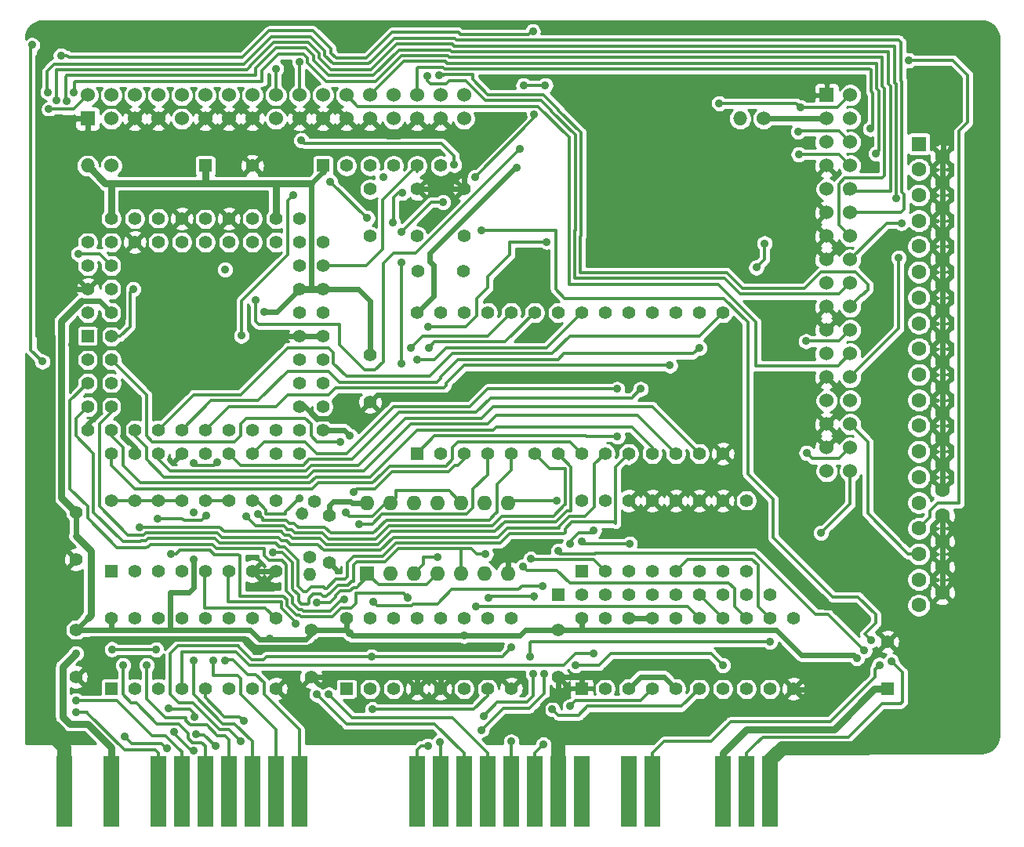
<source format=gbl>
%TF.GenerationSoftware,KiCad,Pcbnew,(5.1.6-0)*%
%TF.CreationDate,2020-08-02T10:50:01-05:00*%
%TF.ProjectId,isa_fdc.kicad_DB37_pcb,6973615f-6664-4632-9e6b-696361645f44,rev?*%
%TF.SameCoordinates,Original*%
%TF.FileFunction,Copper,L2,Bot*%
%TF.FilePolarity,Positive*%
%FSLAX46Y46*%
G04 Gerber Fmt 4.6, Leading zero omitted, Abs format (unit mm)*
G04 Created by KiCad (PCBNEW (5.1.6-0)) date 2020-08-02 10:50:01*
%MOMM*%
%LPD*%
G01*
G04 APERTURE LIST*
%TA.AperFunction,ComponentPad*%
%ADD10C,1.600000*%
%TD*%
%TA.AperFunction,ComponentPad*%
%ADD11R,1.600000X1.600000*%
%TD*%
%TA.AperFunction,ComponentPad*%
%ADD12C,1.524000*%
%TD*%
%TA.AperFunction,ComponentPad*%
%ADD13R,1.524000X1.524000*%
%TD*%
%TA.AperFunction,ComponentPad*%
%ADD14C,1.400000*%
%TD*%
%TA.AperFunction,ComponentPad*%
%ADD15O,1.400000X1.400000*%
%TD*%
%TA.AperFunction,ComponentPad*%
%ADD16O,1.600000X1.600000*%
%TD*%
%TA.AperFunction,ComponentPad*%
%ADD17C,1.397000*%
%TD*%
%TA.AperFunction,ComponentPad*%
%ADD18R,1.397000X1.397000*%
%TD*%
%TA.AperFunction,ConnectorPad*%
%ADD19R,1.778000X7.620000*%
%TD*%
%TA.AperFunction,ComponentPad*%
%ADD20O,1.524000X1.524000*%
%TD*%
%TA.AperFunction,ViaPad*%
%ADD21C,0.889000*%
%TD*%
%TA.AperFunction,Conductor*%
%ADD22C,0.368300*%
%TD*%
%TA.AperFunction,Conductor*%
%ADD23C,0.632460*%
%TD*%
%TA.AperFunction,Conductor*%
%ADD24C,1.524000*%
%TD*%
%TA.AperFunction,Conductor*%
%ADD25C,0.762000*%
%TD*%
%TA.AperFunction,Conductor*%
%ADD26C,0.254000*%
%TD*%
G04 APERTURE END LIST*
D10*
%TO.P,P2,37*%
%TO.N,GND*%
X198970000Y-108975000D03*
%TO.P,P2,36*%
X198970000Y-106205000D03*
%TO.P,P2,35*%
X198970000Y-103435000D03*
%TO.P,P2,34*%
X198970000Y-100665000D03*
%TO.P,P2,33*%
X198970000Y-97895000D03*
%TO.P,P2,32*%
X198970000Y-95125000D03*
%TO.P,P2,31*%
X198970000Y-92355000D03*
%TO.P,P2,30*%
X198970000Y-89585000D03*
%TO.P,P2,29*%
X198970000Y-86815000D03*
%TO.P,P2,28*%
X198970000Y-84045000D03*
%TO.P,P2,27*%
X198970000Y-81275000D03*
%TO.P,P2,26*%
X198970000Y-78505000D03*
%TO.P,P2,25*%
X198970000Y-75735000D03*
%TO.P,P2,24*%
X198970000Y-72965000D03*
%TO.P,P2,23*%
X198970000Y-70195000D03*
%TO.P,P2,22*%
X198970000Y-67425000D03*
%TO.P,P2,21*%
X198970000Y-64655000D03*
%TO.P,P2,20*%
X198970000Y-61885000D03*
%TO.P,P2,19*%
%TO.N,N/C*%
X196430000Y-110360000D03*
%TO.P,P2,18*%
%TO.N,/HDSEL*%
X196430000Y-107590000D03*
%TO.P,P2,17*%
%TO.N,/RDATA*%
X196430000Y-104820000D03*
%TO.P,P2,16*%
%TO.N,/WP*%
X196430000Y-102050000D03*
%TO.P,P2,15*%
%TO.N,/TRK00*%
X196430000Y-99280000D03*
%TO.P,P2,14*%
%TO.N,/WE*%
X196430000Y-96510000D03*
%TO.P,P2,13*%
%TO.N,/WDATA*%
X196430000Y-93740000D03*
%TO.P,P2,12*%
%TO.N,/STEP*%
X196430000Y-90970000D03*
%TO.P,P2,11*%
%TO.N,/DIR*%
X196430000Y-88200000D03*
%TO.P,P2,10*%
%TO.N,/ME3*%
X196430000Y-85430000D03*
%TO.P,P2,9*%
%TO.N,/DS2*%
X196430000Y-82660000D03*
%TO.P,P2,8*%
%TO.N,/DS3*%
X196430000Y-79890000D03*
%TO.P,P2,7*%
%TO.N,/ME2*%
X196430000Y-77120000D03*
%TO.P,P2,6*%
%TO.N,/INDEX*%
X196430000Y-74350000D03*
%TO.P,P2,5*%
%TO.N,N/C*%
X196430000Y-71580000D03*
%TO.P,P2,4*%
X196430000Y-68810000D03*
%TO.P,P2,3*%
X196430000Y-66040000D03*
%TO.P,P2,2*%
X196430000Y-63270000D03*
D11*
%TO.P,P2,1*%
X196430000Y-60500000D03*
%TD*%
D12*
%TO.P,P3,34*%
%TO.N,/DSKCG*%
X189010000Y-95870000D03*
%TO.P,P3,33*%
%TO.N,Net-(P3-Pad33)*%
X186470000Y-95870000D03*
%TO.P,P3,32*%
%TO.N,/HDSEL*%
X189010000Y-93330000D03*
%TO.P,P3,31*%
%TO.N,GND*%
X186470000Y-93330000D03*
%TO.P,P3,29*%
X186470000Y-90790000D03*
%TO.P,P3,30*%
%TO.N,/RDATA*%
X189010000Y-90790000D03*
%TO.P,P3,27*%
%TO.N,Net-(P3-Pad27)*%
X186470000Y-88250000D03*
%TO.P,P3,28*%
%TO.N,/WP*%
X189010000Y-88250000D03*
%TO.P,P3,26*%
%TO.N,/TRK00*%
X189010000Y-85710000D03*
%TO.P,P3,25*%
%TO.N,GND*%
X186470000Y-85710000D03*
%TO.P,P3,24*%
%TO.N,/WE*%
X189010000Y-83170000D03*
%TO.P,P3,23*%
%TO.N,GND*%
X186470000Y-83170000D03*
%TO.P,P3,22*%
%TO.N,/WDATA*%
X189010000Y-80630000D03*
%TO.P,P3,21*%
%TO.N,GND*%
X186470000Y-80630000D03*
%TO.P,P3,20*%
%TO.N,/STEP*%
X189010000Y-78090000D03*
%TO.P,P3,19*%
%TO.N,GND*%
X186470000Y-78090000D03*
%TO.P,P3,18*%
%TO.N,/DIR*%
X189010000Y-75550000D03*
%TO.P,P3,17*%
%TO.N,Net-(P3-Pad17)*%
X186470000Y-75550000D03*
%TO.P,P3,16*%
%TO.N,/ME3*%
X189010000Y-73010000D03*
%TO.P,P3,15*%
%TO.N,GND*%
X186470000Y-73010000D03*
%TO.P,P3,14*%
%TO.N,/DS2*%
X189010000Y-70470000D03*
%TO.P,P3,13*%
%TO.N,GND*%
X186470000Y-70470000D03*
%TO.P,P3,12*%
%TO.N,/DS3*%
X189010000Y-67930000D03*
%TO.P,P3,11*%
%TO.N,GND*%
X186470000Y-67930000D03*
%TO.P,P3,10*%
%TO.N,/ME2*%
X189010000Y-65390000D03*
%TO.P,P3,9*%
%TO.N,Net-(P3-Pad9)*%
X186470000Y-65390000D03*
%TO.P,P3,8*%
%TO.N,/INDEX*%
X189010000Y-62850000D03*
%TO.P,P3,7*%
%TO.N,GND*%
X186470000Y-62850000D03*
%TO.P,P3,6*%
%TO.N,/DRATE0*%
X189010000Y-60310000D03*
%TO.P,P3,5*%
%TO.N,GND*%
X186470000Y-60310000D03*
%TO.P,P3,4*%
%TO.N,Net-(P3-Pad4)*%
X189010000Y-57770000D03*
%TO.P,P3,3*%
%TO.N,/FLOPPY_VCC*%
X186470000Y-57770000D03*
%TO.P,P3,2*%
%TO.N,/DENSL*%
X189010000Y-55230000D03*
D13*
%TO.P,P3,1*%
%TO.N,GND*%
X186470000Y-55230000D03*
%TD*%
D14*
%TO.P,R2,1*%
%TO.N,/GT3*%
X130690000Y-105120000D03*
D15*
%TO.P,R2,2*%
%TO.N,VCC*%
X130690000Y-107020000D03*
%TD*%
%TO.P,R1,2*%
%TO.N,/GT2*%
%TA.AperFunction,ComponentPad*%
G36*
G01*
X130321472Y-99958528D02*
X130321472Y-99958528D01*
G75*
G02*
X130321472Y-100948478I-494975J-494975D01*
G01*
X130321472Y-100948478D01*
G75*
G02*
X129331522Y-100948478I-494975J494975D01*
G01*
X129331522Y-100948478D01*
G75*
G02*
X129331522Y-99958528I494975J494975D01*
G01*
X129331522Y-99958528D01*
G75*
G02*
X130321472Y-99958528I494975J-494975D01*
G01*
G37*
%TD.AperFunction*%
D14*
%TO.P,R1,1*%
%TO.N,VCC*%
X131170000Y-99110000D03*
%TD*%
D11*
%TO.P,U2,1*%
%TO.N,/GT3*%
X136880000Y-106910000D03*
D16*
%TO.P,U2,8*%
%TO.N,/DRQ2*%
X152120000Y-99290000D03*
%TO.P,U2,2*%
%TO.N,/~DACK3*%
X139420000Y-106910000D03*
%TO.P,U2,9*%
%TO.N,/DRQ*%
X149580000Y-99290000D03*
%TO.P,U2,3*%
%TO.N,/~DACK*%
X141960000Y-106910000D03*
%TO.P,U2,10*%
%TO.N,/GT2*%
X147040000Y-99290000D03*
%TO.P,U2,4*%
%TO.N,/GT3*%
X144500000Y-106910000D03*
%TO.P,U2,11*%
%TO.N,/~DACK*%
X144500000Y-99290000D03*
%TO.P,U2,5*%
%TO.N,/DRQ*%
X147040000Y-106910000D03*
%TO.P,U2,12*%
%TO.N,/~DACK2*%
X141960000Y-99290000D03*
%TO.P,U2,6*%
%TO.N,/DRQ3*%
X149580000Y-106910000D03*
%TO.P,U2,13*%
%TO.N,/GT2*%
X139420000Y-99290000D03*
%TO.P,U2,7*%
%TO.N,GND*%
X152120000Y-106910000D03*
%TO.P,U2,14*%
%TO.N,VCC*%
X136880000Y-99290000D03*
%TD*%
D17*
%TO.P,C2,1*%
%TO.N,VCC*%
X132790000Y-100680000D03*
%TO.P,C2,2*%
%TO.N,GND*%
X132790000Y-105760000D03*
%TD*%
D18*
%TO.P,SW1,1*%
%TO.N,/IRQ3*%
X109220000Y-106680000D03*
D17*
%TO.P,SW1,2*%
%TO.N,/IRQ4*%
X111760000Y-106680000D03*
%TO.P,SW1,3*%
%TO.N,/IRQ5*%
X114300000Y-106680000D03*
%TO.P,SW1,4*%
%TO.N,/IRQ6*%
X116840000Y-106680000D03*
%TO.P,SW1,5*%
%TO.N,/0x370*%
X119380000Y-106680000D03*
%TO.P,SW1,6*%
%TO.N,/0x3F0*%
X121920000Y-106680000D03*
%TO.P,SW1,7*%
%TO.N,GND*%
X124460000Y-106680000D03*
%TO.P,SW1,8*%
X127000000Y-106680000D03*
%TO.P,SW1,9*%
%TO.N,/GT3*%
X127000000Y-99060000D03*
%TO.P,SW1,10*%
%TO.N,/GT2*%
X124460000Y-99060000D03*
%TO.P,SW1,11*%
%TO.N,/~FDC_CS*%
X121920000Y-99060000D03*
%TO.P,SW1,12*%
X119380000Y-99060000D03*
%TO.P,SW1,13*%
%TO.N,/FDC_IRQ*%
X116840000Y-99060000D03*
%TO.P,SW1,14*%
X114300000Y-99060000D03*
%TO.P,SW1,15*%
X111760000Y-99060000D03*
%TO.P,SW1,16*%
X109220000Y-99060000D03*
%TD*%
D19*
%TO.P,BUS1,1*%
%TO.N,GND*%
X180340000Y-130492500D03*
%TO.P,BUS1,2*%
%TO.N,/RESETDRV*%
X177800000Y-130492500D03*
%TO.P,BUS1,3*%
%TO.N,VCC*%
X175260000Y-130492500D03*
%TO.P,BUS1,6*%
%TO.N,/DRQ2*%
X167640000Y-130492500D03*
%TO.P,BUS1,7*%
%TO.N,VSS*%
X165100000Y-130492500D03*
%TO.P,BUS1,9*%
%TO.N,VDD*%
X160020000Y-130492500D03*
%TO.P,BUS1,10*%
%TO.N,GND*%
X157480000Y-130492500D03*
%TO.P,BUS1,11*%
%TO.N,/~MEMW*%
X154940000Y-130492500D03*
%TO.P,BUS1,12*%
%TO.N,/~MEMR*%
X152400000Y-130492500D03*
%TO.P,BUS1,13*%
%TO.N,/~IOW*%
X149860000Y-130492500D03*
%TO.P,BUS1,14*%
%TO.N,/~IOR*%
X147320000Y-130492500D03*
%TO.P,BUS1,21*%
%TO.N,/IRQ7*%
X129540000Y-130492500D03*
%TO.P,BUS1,22*%
%TO.N,/IRQ6*%
X127000000Y-130492500D03*
%TO.P,BUS1,23*%
%TO.N,/IRQ5*%
X124460000Y-130492500D03*
%TO.P,BUS1,24*%
%TO.N,/IRQ4*%
X121920000Y-130492500D03*
%TO.P,BUS1,25*%
%TO.N,/IRQ3*%
X119380000Y-130492500D03*
%TO.P,BUS1,26*%
%TO.N,/~DACK2*%
X116840000Y-130492500D03*
%TO.P,BUS1,27*%
%TO.N,/TC*%
X114300000Y-130492500D03*
%TO.P,BUS1,29*%
%TO.N,VCC*%
X109220000Y-130492500D03*
%TO.P,BUS1,31*%
%TO.N,GND*%
X104140000Y-130492500D03*
%TO.P,BUS1,15*%
%TO.N,/~DACK3*%
X144780000Y-130492500D03*
%TO.P,BUS1,16*%
%TO.N,/DRQ3*%
X142240000Y-130492500D03*
%TD*%
D12*
%TO.P,JP2,2*%
%TO.N,/FLOPPY_VCC*%
X179670000Y-57760000D03*
D20*
%TO.P,JP2,1*%
%TO.N,VCC*%
X177130000Y-57760000D03*
%TD*%
D18*
%TO.P,C11,1*%
%TO.N,VCC*%
X193040000Y-119380000D03*
D17*
%TO.P,C11,2*%
%TO.N,GND*%
X193040000Y-114300000D03*
%TD*%
D18*
%TO.P,C12,1*%
%TO.N,VCC*%
X119380000Y-62865000D03*
D17*
%TO.P,C12,2*%
%TO.N,GND*%
X124460000Y-62865000D03*
%TD*%
D18*
%TO.P,U5,1*%
%TO.N,GND*%
X160020000Y-119380000D03*
D17*
%TO.P,U5,2*%
%TO.N,/A19*%
X162560000Y-119380000D03*
%TO.P,U5,3*%
%TO.N,VCC*%
X165100000Y-119380000D03*
%TO.P,U5,4*%
%TO.N,/A18*%
X167640000Y-119380000D03*
%TO.P,U5,5*%
%TO.N,VCC*%
X170180000Y-119380000D03*
%TO.P,U5,6*%
%TO.N,/A17*%
X172720000Y-119380000D03*
%TO.P,U5,7*%
%TO.N,Net-(RR1-Pad4)*%
X175260000Y-119380000D03*
%TO.P,U5,8*%
%TO.N,/A16*%
X177800000Y-119380000D03*
%TO.P,U5,9*%
%TO.N,Net-(RR1-Pad5)*%
X180340000Y-119380000D03*
%TO.P,U5,10*%
%TO.N,GND*%
X182880000Y-119380000D03*
%TO.P,U5,11*%
%TO.N,/A15*%
X182880000Y-111760000D03*
%TO.P,U5,12*%
%TO.N,Net-(RR1-Pad6)*%
X180340000Y-111760000D03*
%TO.P,U5,13*%
%TO.N,/A14*%
X177800000Y-111760000D03*
%TO.P,U5,14*%
%TO.N,Net-(RR1-Pad7)*%
X175260000Y-111760000D03*
%TO.P,U5,15*%
%TO.N,/A13*%
X172720000Y-111760000D03*
%TO.P,U5,16*%
%TO.N,Net-(RR1-Pad8)*%
X170180000Y-111760000D03*
%TO.P,U5,17*%
%TO.N,GND*%
X167640000Y-111760000D03*
%TO.P,U5,18*%
X165100000Y-111760000D03*
%TO.P,U5,19*%
%TO.N,/~ROM_CS_IN*%
X162560000Y-111760000D03*
%TO.P,U5,20*%
%TO.N,VCC*%
X160020000Y-111760000D03*
%TD*%
D18*
%TO.P,U7,1*%
%TO.N,/A7*%
X109220000Y-119380000D03*
D17*
%TO.P,U7,2*%
%TO.N,/A5*%
X111760000Y-119380000D03*
%TO.P,U7,3*%
%TO.N,/A4*%
X114300000Y-119380000D03*
%TO.P,U7,4*%
%TO.N,/AEN*%
X116840000Y-119380000D03*
%TO.P,U7,5*%
%TO.N,Net-(U6-Pad7)*%
X119380000Y-119380000D03*
%TO.P,U7,6*%
%TO.N,VCC*%
X121920000Y-119380000D03*
%TO.P,U7,7*%
%TO.N,/0x3F0*%
X124460000Y-119380000D03*
%TO.P,U7,8*%
%TO.N,GND*%
X127000000Y-119380000D03*
%TO.P,U7,9*%
%TO.N,/0x370*%
X127000000Y-111760000D03*
%TO.P,U7,10*%
%TO.N,Net-(U7-Pad10)*%
X124460000Y-111760000D03*
%TO.P,U7,11*%
%TO.N,Net-(U7-Pad11)*%
X121920000Y-111760000D03*
%TO.P,U7,12*%
%TO.N,Net-(U7-Pad12)*%
X119380000Y-111760000D03*
%TO.P,U7,13*%
%TO.N,Net-(U7-Pad13)*%
X116840000Y-111760000D03*
%TO.P,U7,14*%
%TO.N,Net-(U7-Pad14)*%
X114300000Y-111760000D03*
%TO.P,U7,15*%
%TO.N,Net-(U7-Pad15)*%
X111760000Y-111760000D03*
%TO.P,U7,16*%
%TO.N,VCC*%
X109220000Y-111760000D03*
%TD*%
D18*
%TO.P,U6,1*%
%TO.N,/A6*%
X134620000Y-119380000D03*
D17*
%TO.P,U6,2*%
%TO.N,/A8*%
X137160000Y-119380000D03*
%TO.P,U6,3*%
%TO.N,/A9*%
X139700000Y-119380000D03*
%TO.P,U6,4*%
%TO.N,GND*%
X142240000Y-119380000D03*
%TO.P,U6,5*%
X144780000Y-119380000D03*
%TO.P,U6,6*%
%TO.N,VCC*%
X147320000Y-119380000D03*
%TO.P,U6,7*%
%TO.N,Net-(U6-Pad7)*%
X149860000Y-119380000D03*
%TO.P,U6,8*%
%TO.N,GND*%
X152400000Y-119380000D03*
%TO.P,U6,9*%
%TO.N,Net-(U6-Pad9)*%
X152400000Y-111760000D03*
%TO.P,U6,10*%
%TO.N,Net-(U6-Pad10)*%
X149860000Y-111760000D03*
%TO.P,U6,11*%
%TO.N,Net-(U6-Pad11)*%
X147320000Y-111760000D03*
%TO.P,U6,12*%
%TO.N,Net-(U6-Pad12)*%
X144780000Y-111760000D03*
%TO.P,U6,13*%
%TO.N,Net-(U6-Pad13)*%
X142240000Y-111760000D03*
%TO.P,U6,14*%
%TO.N,Net-(U6-Pad14)*%
X139700000Y-111760000D03*
%TO.P,U6,15*%
%TO.N,Net-(U6-Pad15)*%
X137160000Y-111760000D03*
%TO.P,U6,16*%
%TO.N,VCC*%
X134620000Y-111760000D03*
%TD*%
D18*
%TO.P,SW2,1*%
%TO.N,/~ROM_CS*%
X160020000Y-106680000D03*
D17*
%TO.P,SW2,2*%
%TO.N,/~ROMW*%
X162560000Y-106680000D03*
%TO.P,SW2,3*%
%TO.N,Net-(RR1-Pad4)*%
X165100000Y-106680000D03*
%TO.P,SW2,4*%
%TO.N,Net-(RR1-Pad5)*%
X167640000Y-106680000D03*
%TO.P,SW2,5*%
%TO.N,Net-(RR1-Pad6)*%
X170180000Y-106680000D03*
%TO.P,SW2,6*%
%TO.N,Net-(RR1-Pad7)*%
X172720000Y-106680000D03*
%TO.P,SW2,7*%
%TO.N,Net-(RR1-Pad8)*%
X175260000Y-106680000D03*
%TO.P,SW2,8*%
%TO.N,Net-(SW2-Pad8)*%
X177800000Y-106680000D03*
%TO.P,SW2,9*%
%TO.N,Net-(SW2-Pad9)*%
X177800000Y-99060000D03*
%TO.P,SW2,10*%
%TO.N,GND*%
X175260000Y-99060000D03*
%TO.P,SW2,11*%
X172720000Y-99060000D03*
%TO.P,SW2,12*%
X170180000Y-99060000D03*
%TO.P,SW2,13*%
X167640000Y-99060000D03*
%TO.P,SW2,14*%
X165100000Y-99060000D03*
%TO.P,SW2,15*%
%TO.N,/~MEMW*%
X162560000Y-99060000D03*
%TO.P,SW2,16*%
%TO.N,/~ROM_CS_IN*%
X160020000Y-99060000D03*
%TD*%
%TO.P,C1,1*%
%TO.N,VCC*%
X105410000Y-100330000D03*
%TO.P,C1,2*%
%TO.N,GND*%
X105410000Y-105410000D03*
%TD*%
%TO.P,C7,1*%
%TO.N,VCC*%
X105410000Y-113030000D03*
%TO.P,C7,2*%
%TO.N,GND*%
X105410000Y-118110000D03*
%TD*%
%TO.P,C6,1*%
%TO.N,VCC*%
X130810000Y-113030000D03*
%TO.P,C6,2*%
%TO.N,GND*%
X130810000Y-118110000D03*
%TD*%
%TO.P,C5,1*%
%TO.N,VCC*%
X157470000Y-113020000D03*
%TO.P,C5,2*%
%TO.N,GND*%
X157470000Y-118100000D03*
%TD*%
%TO.P,C4,1*%
%TO.N,VCC*%
X137170000Y-83310000D03*
%TO.P,C4,2*%
%TO.N,GND*%
X137170000Y-88390000D03*
%TD*%
%TO.P,C16,1*%
%TO.N,Net-(C16-Pad1)*%
X142240000Y-70485000D03*
%TO.P,C16,2*%
%TO.N,GND*%
X142240000Y-65405000D03*
%TD*%
%TO.P,C15,1*%
%TO.N,Net-(C15-Pad1)*%
X147320000Y-70485000D03*
%TO.P,C15,2*%
%TO.N,GND*%
X147320000Y-65405000D03*
%TD*%
D18*
%TO.P,U4,1*%
%TO.N,/RDY/~BUSY*%
X142240000Y-93980000D03*
D17*
%TO.P,U4,2*%
%TO.N,/A12*%
X144780000Y-93980000D03*
%TO.P,U4,3*%
%TO.N,/A7*%
X147320000Y-93980000D03*
%TO.P,U4,4*%
%TO.N,/A6*%
X149860000Y-93980000D03*
%TO.P,U4,5*%
%TO.N,/A5*%
X152400000Y-93980000D03*
%TO.P,U4,6*%
%TO.N,/A4*%
X154940000Y-93980000D03*
%TO.P,U4,7*%
%TO.N,/A3*%
X157480000Y-93980000D03*
%TO.P,U4,8*%
%TO.N,/A2*%
X160020000Y-93980000D03*
%TO.P,U4,9*%
%TO.N,/A1*%
X162560000Y-93980000D03*
%TO.P,U4,10*%
%TO.N,/A0*%
X165100000Y-93980000D03*
%TO.P,U4,11*%
%TO.N,/D0*%
X167640000Y-93980000D03*
%TO.P,U4,12*%
%TO.N,/D1*%
X170180000Y-93980000D03*
%TO.P,U4,13*%
%TO.N,/D2*%
X172720000Y-93980000D03*
%TO.P,U4,14*%
%TO.N,GND*%
X175260000Y-93980000D03*
%TO.P,U4,15*%
%TO.N,/D3*%
X175260000Y-78740000D03*
%TO.P,U4,16*%
%TO.N,/D4*%
X172720000Y-78740000D03*
%TO.P,U4,17*%
%TO.N,/D5*%
X170180000Y-78740000D03*
%TO.P,U4,18*%
%TO.N,/D6*%
X167640000Y-78740000D03*
%TO.P,U4,19*%
%TO.N,/D7*%
X165100000Y-78740000D03*
%TO.P,U4,20*%
%TO.N,/~ROM_CS*%
X162560000Y-78740000D03*
%TO.P,U4,21*%
%TO.N,/A10*%
X160020000Y-78740000D03*
%TO.P,U4,22*%
%TO.N,/~MEMR*%
X157480000Y-78740000D03*
%TO.P,U4,23*%
%TO.N,/A11*%
X154940000Y-78740000D03*
%TO.P,U4,24*%
%TO.N,/A9*%
X152400000Y-78740000D03*
%TO.P,U4,25*%
%TO.N,/A8*%
X149860000Y-78740000D03*
%TO.P,U4,26*%
%TO.N,Net-(U4-Pad26)*%
X147320000Y-78740000D03*
%TO.P,U4,27*%
%TO.N,/~ROMW*%
X144780000Y-78740000D03*
%TO.P,U4,28*%
%TO.N,VCC*%
X142240000Y-78740000D03*
%TD*%
%TO.P,C17,1*%
%TO.N,Net-(C17-Pad1)*%
X137160000Y-65405000D03*
%TO.P,C17,2*%
%TO.N,Net-(C17-Pad2)*%
X137160000Y-70485000D03*
%TD*%
D18*
%TO.P,U1,1*%
%TO.N,/WP*%
X106680000Y-81280000D03*
D17*
%TO.P,U1,2*%
%TO.N,/TRK00*%
X109220000Y-81280000D03*
%TO.P,U1,3*%
%TO.N,/~DACK*%
X106680000Y-83820000D03*
%TO.P,U1,4*%
%TO.N,/~IOR*%
X109220000Y-83820000D03*
%TO.P,U1,5*%
%TO.N,/~IOW*%
X106680000Y-86360000D03*
%TO.P,U1,6*%
%TO.N,/~FDC_CS*%
X109220000Y-86360000D03*
%TO.P,U1,7*%
%TO.N,/A0*%
X106680000Y-88900000D03*
%TO.P,U1,8*%
%TO.N,/A1*%
X109220000Y-88900000D03*
%TO.P,U1,9*%
%TO.N,GND*%
X106680000Y-91440000D03*
%TO.P,U1,10*%
%TO.N,/A2*%
X109220000Y-93980000D03*
%TO.P,U1,11*%
%TO.N,/D0*%
X109220000Y-91440000D03*
%TO.P,U1,12*%
%TO.N,GND*%
X111760000Y-93980000D03*
%TO.P,U1,13*%
%TO.N,/D1*%
X111760000Y-91440000D03*
%TO.P,U1,14*%
%TO.N,/D2*%
X114300000Y-93980000D03*
%TO.P,U1,15*%
%TO.N,/D3*%
X114300000Y-91440000D03*
%TO.P,U1,16*%
%TO.N,GND*%
X116840000Y-93980000D03*
%TO.P,U1,17*%
%TO.N,/D4*%
X116840000Y-91440000D03*
%TO.P,U1,18*%
%TO.N,VCC*%
X119380000Y-93980000D03*
%TO.P,U1,19*%
%TO.N,/D5*%
X119380000Y-91440000D03*
%TO.P,U1,20*%
%TO.N,/D6*%
X121920000Y-93980000D03*
%TO.P,U1,21*%
%TO.N,GND*%
X121920000Y-91440000D03*
%TO.P,U1,22*%
%TO.N,/D7*%
X124460000Y-93980000D03*
%TO.P,U1,23*%
%TO.N,/FDC_IRQ*%
X124460000Y-91440000D03*
%TO.P,U1,24*%
%TO.N,/DRQ*%
X127000000Y-93980000D03*
%TO.P,U1,25*%
%TO.N,/TC*%
X127000000Y-91440000D03*
%TO.P,U1,26*%
%TO.N,/INDEX*%
X129540000Y-93980000D03*
%TO.P,U1,27*%
%TO.N,VCC*%
X132080000Y-91440000D03*
%TO.P,U1,28*%
%TO.N,/DRATE0*%
X129540000Y-91440000D03*
%TO.P,U1,29*%
%TO.N,Net-(U1-Pad29)*%
X132080000Y-88900000D03*
%TO.P,U1,30*%
%TO.N,GND*%
X129540000Y-88900000D03*
%TO.P,U1,31*%
%TO.N,/DSKCG*%
X132080000Y-86360000D03*
%TO.P,U1,32*%
%TO.N,/RESETDRV*%
X129540000Y-86360000D03*
%TO.P,U1,33*%
%TO.N,Net-(C15-Pad1)*%
X132080000Y-83820000D03*
%TO.P,U1,34*%
%TO.N,Net-(C16-Pad1)*%
X129540000Y-83820000D03*
%TO.P,U1,35*%
%TO.N,GND*%
X132080000Y-81280000D03*
%TO.P,U1,36*%
X129540000Y-81280000D03*
%TO.P,U1,37*%
%TO.N,Net-(C17-Pad2)*%
X132080000Y-78740000D03*
%TO.P,U1,38*%
%TO.N,Net-(C17-Pad1)*%
X129540000Y-78740000D03*
%TO.P,U1,39*%
%TO.N,VCC*%
X132080000Y-76200000D03*
%TO.P,U1,40*%
X129540000Y-76200000D03*
%TO.P,U1,41*%
%TO.N,/RDATA*%
X132080000Y-73660000D03*
%TO.P,U1,42*%
%TO.N,Net-(U1-Pad42)*%
X129540000Y-73660000D03*
%TO.P,U1,43*%
%TO.N,Net-(U1-Pad43)*%
X132080000Y-71120000D03*
%TO.P,U1,44*%
%TO.N,Net-(U1-Pad44)*%
X129540000Y-68580000D03*
%TO.P,U1,45*%
%TO.N,GND*%
X129540000Y-71120000D03*
%TO.P,U1,46*%
%TO.N,VCC*%
X127000000Y-68580000D03*
%TO.P,U1,47*%
%TO.N,Net-(U1-Pad47)*%
X127000000Y-71120000D03*
%TO.P,U1,48*%
%TO.N,Net-(U1-Pad48)*%
X124460000Y-68580000D03*
%TO.P,U1,49*%
%TO.N,/DENSL*%
X124460000Y-71120000D03*
%TO.P,U1,50*%
%TO.N,GND*%
X121920000Y-68580000D03*
%TO.P,U1,51*%
%TO.N,/HDSEL*%
X121920000Y-71120000D03*
%TO.P,U1,52*%
%TO.N,/WE*%
X119380000Y-68580000D03*
%TO.P,U1,53*%
%TO.N,/WDATA*%
X119380000Y-71120000D03*
%TO.P,U1,54*%
%TO.N,GND*%
X116840000Y-68580000D03*
%TO.P,U1,55*%
%TO.N,/STEP*%
X116840000Y-71120000D03*
%TO.P,U1,56*%
%TO.N,/DIR*%
X114300000Y-68580000D03*
%TO.P,U1,57*%
%TO.N,/MEA*%
X114300000Y-71120000D03*
%TO.P,U1,58*%
%TO.N,/DSA*%
X111760000Y-68580000D03*
%TO.P,U1,59*%
%TO.N,GND*%
X111760000Y-71120000D03*
%TO.P,U1,60*%
%TO.N,VCC*%
X109220000Y-68580000D03*
%TO.P,U1,61*%
%TO.N,/MEB*%
X106680000Y-71120000D03*
%TO.P,U1,62*%
%TO.N,/DSB*%
X109220000Y-71120000D03*
%TO.P,U1,63*%
%TO.N,/ME2*%
X106680000Y-73660000D03*
%TO.P,U1,64*%
%TO.N,/DS2*%
X109220000Y-73660000D03*
%TO.P,U1,65*%
%TO.N,GND*%
X106680000Y-76200000D03*
%TO.P,U1,66*%
%TO.N,/ME3*%
X109220000Y-76200000D03*
%TO.P,U1,67*%
%TO.N,/DS3*%
X106680000Y-78740000D03*
%TO.P,U1,68*%
%TO.N,VCC*%
X109220000Y-78740000D03*
%TD*%
D20*
%TO.P,JP1,1*%
%TO.N,VCC*%
X106680000Y-62865000D03*
D12*
%TO.P,JP1,2*%
%TO.N,/FLOPPY_VCC*%
X109220000Y-62865000D03*
%TD*%
D13*
%TO.P,P1,1*%
%TO.N,GND*%
X106680000Y-57785000D03*
D12*
%TO.P,P1,2*%
%TO.N,/DENSL*%
X106680000Y-55245000D03*
%TO.P,P1,3*%
%TO.N,/FLOPPY_VCC*%
X109220000Y-57785000D03*
%TO.P,P1,4*%
%TO.N,Net-(P1-Pad4)*%
X109220000Y-55245000D03*
%TO.P,P1,5*%
%TO.N,GND*%
X111760000Y-57785000D03*
%TO.P,P1,6*%
%TO.N,/DRATE0*%
X111760000Y-55245000D03*
%TO.P,P1,7*%
%TO.N,GND*%
X114300000Y-57785000D03*
%TO.P,P1,8*%
%TO.N,/INDEX*%
X114300000Y-55245000D03*
%TO.P,P1,9*%
%TO.N,Net-(P1-Pad9)*%
X116840000Y-57785000D03*
%TO.P,P1,10*%
%TO.N,/MEA*%
X116840000Y-55245000D03*
%TO.P,P1,11*%
%TO.N,GND*%
X119380000Y-57785000D03*
%TO.P,P1,12*%
%TO.N,/DSB*%
X119380000Y-55245000D03*
%TO.P,P1,13*%
%TO.N,GND*%
X121920000Y-57785000D03*
%TO.P,P1,14*%
%TO.N,/DSA*%
X121920000Y-55245000D03*
%TO.P,P1,15*%
%TO.N,GND*%
X124460000Y-57785000D03*
%TO.P,P1,16*%
%TO.N,/MEB*%
X124460000Y-55245000D03*
%TO.P,P1,17*%
%TO.N,Net-(P1-Pad17)*%
X127000000Y-57785000D03*
%TO.P,P1,18*%
%TO.N,/DIR*%
X127000000Y-55245000D03*
%TO.P,P1,19*%
%TO.N,GND*%
X129540000Y-57785000D03*
%TO.P,P1,20*%
%TO.N,/STEP*%
X129540000Y-55245000D03*
%TO.P,P1,21*%
%TO.N,GND*%
X132080000Y-57785000D03*
%TO.P,P1,22*%
%TO.N,/WDATA*%
X132080000Y-55245000D03*
%TO.P,P1,23*%
%TO.N,GND*%
X134620000Y-57785000D03*
%TO.P,P1,24*%
%TO.N,/WE*%
X134620000Y-55245000D03*
%TO.P,P1,25*%
%TO.N,GND*%
X137160000Y-57785000D03*
%TO.P,P1,26*%
%TO.N,/TRK00*%
X137160000Y-55245000D03*
%TO.P,P1,28*%
%TO.N,/WP*%
X139700000Y-55245000D03*
%TO.P,P1,27*%
%TO.N,Net-(P1-Pad27)*%
X139700000Y-57785000D03*
%TO.P,P1,30*%
%TO.N,/RDATA*%
X142240000Y-55245000D03*
%TO.P,P1,29*%
%TO.N,GND*%
X142240000Y-57785000D03*
%TO.P,P1,31*%
X144780000Y-57785000D03*
%TO.P,P1,32*%
%TO.N,/HDSEL*%
X144780000Y-55245000D03*
%TO.P,P1,33*%
%TO.N,Net-(P1-Pad33)*%
X147320000Y-57785000D03*
%TO.P,P1,34*%
%TO.N,/DSKCG*%
X147320000Y-55245000D03*
%TD*%
D18*
%TO.P,RR1,1*%
%TO.N,VCC*%
X157480000Y-109220000D03*
D17*
%TO.P,RR1,2*%
%TO.N,/~ROM_CS*%
X160020000Y-109220000D03*
%TO.P,RR1,3*%
%TO.N,/~ROMW*%
X162560000Y-109220000D03*
%TO.P,RR1,4*%
%TO.N,Net-(RR1-Pad4)*%
X165100000Y-109220000D03*
%TO.P,RR1,5*%
%TO.N,Net-(RR1-Pad5)*%
X167640000Y-109220000D03*
%TO.P,RR1,6*%
%TO.N,Net-(RR1-Pad6)*%
X170180000Y-109220000D03*
%TO.P,RR1,7*%
%TO.N,Net-(RR1-Pad7)*%
X172720000Y-109220000D03*
%TO.P,RR1,8*%
%TO.N,Net-(RR1-Pad8)*%
X175260000Y-109220000D03*
%TO.P,RR1,9*%
%TO.N,Net-(RR1-Pad9)*%
X177800000Y-109220000D03*
%TO.P,RR1,10*%
%TO.N,/RDY/~BUSY*%
X180340000Y-109220000D03*
%TD*%
%TO.P,RR2,6*%
%TO.N,/DSKCG*%
X144780000Y-62865000D03*
%TO.P,RR2,5*%
%TO.N,/RDATA*%
X142240000Y-62865000D03*
%TO.P,RR2,4*%
%TO.N,/WP*%
X139700000Y-62865000D03*
%TO.P,RR2,3*%
%TO.N,/TRK00*%
X137160000Y-62865000D03*
%TO.P,RR2,2*%
%TO.N,/INDEX*%
X134620000Y-62865000D03*
D18*
%TO.P,RR2,1*%
%TO.N,VCC*%
X132080000Y-62865000D03*
%TD*%
D17*
%TO.P,X1,1*%
%TO.N,Net-(C15-Pad1)*%
X147220940Y-74295000D03*
%TO.P,X1,2*%
%TO.N,Net-(C16-Pad1)*%
X142339060Y-74295000D03*
%TD*%
D21*
%TO.N,/A10*%
X142240000Y-83820000D03*
%TO.N,/A11*%
X143510000Y-82550000D03*
%TO.N,/A13*%
X148590000Y-110490000D03*
%TO.N,/A14*%
X153700000Y-106170000D03*
%TO.N,/A15*%
X154460000Y-115920000D03*
X180340000Y-114300000D03*
%TO.N,/A16*%
X159385000Y-116840000D03*
X175260000Y-116840000D03*
%TO.N,/A17*%
X156845000Y-121602500D03*
%TO.N,/A18*%
X158750000Y-121285000D03*
%TO.N,/A3*%
X114080000Y-115150000D03*
X109300000Y-115120000D03*
X112310000Y-101910000D03*
%TO.N,/A4*%
X123790000Y-100730000D03*
%TO.N,/A5*%
X125070000Y-100470000D03*
X118200000Y-122410000D03*
X115456086Y-121523914D03*
%TO.N,/A6*%
X135970000Y-101600000D03*
%TO.N,/A7*%
X118100000Y-126070000D03*
X116000000Y-124050000D03*
X115220000Y-125840000D03*
X118420000Y-124310000D03*
X135360000Y-98120000D03*
X110640000Y-124520000D03*
X120470000Y-125560000D03*
%TO.N,/A8*%
X152400000Y-114935000D03*
X123190000Y-125095000D03*
X137322500Y-115887500D03*
%TO.N,/A9*%
X141605000Y-82550000D03*
%TO.N,/AEN*%
X161290000Y-115570000D03*
%TO.N,/D4*%
X172720000Y-82550000D03*
%TO.N,/D5*%
X169545000Y-84455000D03*
%TO.N,/D6*%
X166370000Y-86995000D03*
%TO.N,/D7*%
X163830000Y-86995000D03*
%TO.N,/DENSL*%
X102500000Y-56750000D03*
X183630000Y-56560000D03*
X121505000Y-74075000D03*
X124810000Y-77380000D03*
X174874499Y-56115501D03*
X153353622Y-61053622D03*
%TO.N,/DIR*%
X127000000Y-52390000D03*
X143330000Y-53140000D03*
%TO.N,/DRQ2*%
X157520000Y-104470000D03*
X157320000Y-99070000D03*
X190560000Y-115260000D03*
X192170000Y-116810000D03*
%TO.N,/DSKCG*%
X185875000Y-102545000D03*
%TO.N,/HDSEL*%
X184300000Y-93900000D03*
X139650000Y-69000000D03*
X140670000Y-65780000D03*
X138575000Y-64135000D03*
%TO.N,/INDEX*%
X178880000Y-73860000D03*
X123270000Y-81230000D03*
X128905000Y-66040000D03*
X132882500Y-64602500D03*
X136880000Y-68520000D03*
X183450151Y-61649849D03*
X179760000Y-71260000D03*
%TO.N,/IRQ3*%
X110490000Y-116840000D03*
%TO.N,/IRQ4*%
X113030000Y-116840000D03*
%TO.N,/IRQ5*%
X118110000Y-116350000D03*
%TO.N,/IRQ6*%
X120270000Y-116350000D03*
%TO.N,/IRQ7*%
X121520000Y-116300000D03*
%TO.N,/RDATA*%
X191180000Y-58880000D03*
%TO.N,/RDY/~BUSY*%
X163880000Y-92140000D03*
%TO.N,/RESETDRV*%
X149225000Y-69850000D03*
X193455000Y-116405000D03*
X191280000Y-114120000D03*
%TO.N,/STEP*%
X129560000Y-51660000D03*
X144610000Y-53100000D03*
%TO.N,/TC*%
X105410000Y-121920000D03*
%TO.N,/TRK00*%
X191810000Y-61540000D03*
X111590000Y-76200000D03*
X194260000Y-72820000D03*
%TO.N,/WDATA*%
X146260000Y-62770000D03*
X129747500Y-60117500D03*
X184260151Y-81830151D03*
%TO.N,/WP*%
X156100000Y-54170000D03*
X153740000Y-54180000D03*
X195360000Y-51500000D03*
%TO.N,/~DACK2*%
X103790000Y-50950000D03*
X154910000Y-57320000D03*
X154750000Y-48340000D03*
X101780000Y-84030000D03*
X105410000Y-120650000D03*
X140570000Y-84270000D03*
X140530000Y-73340000D03*
X140530000Y-70030000D03*
X145040000Y-66800000D03*
X148510000Y-64090000D03*
X100665000Y-49825000D03*
%TO.N,/~FDC_CS*%
X114200000Y-100980000D03*
X119480000Y-100670000D03*
%TO.N,/~IOR*%
X131445000Y-120015000D03*
X133985000Y-92710000D03*
%TO.N,/~IOW*%
X132715000Y-120015000D03*
X134380000Y-109700000D03*
%TO.N,/~MEMR*%
X152400000Y-125095000D03*
X158740000Y-103730000D03*
X161340000Y-102270000D03*
%TO.N,/~MEMW*%
X155892500Y-125412500D03*
%TO.N,/~ROMW*%
X154520000Y-105350000D03*
%TO.N,/~ROM_CS*%
X165220000Y-103700000D03*
X160020000Y-103505000D03*
%TO.N,GND*%
X196340000Y-52970000D03*
X124250000Y-114620000D03*
X191770000Y-125730000D03*
X190500000Y-125730000D03*
X102870000Y-124460000D03*
X151080000Y-60005000D03*
X102470000Y-49910000D03*
X153670000Y-77470000D03*
X152390000Y-58670000D03*
X153670000Y-85725000D03*
X154940000Y-85725000D03*
X130810000Y-114935000D03*
X121920000Y-86677500D03*
X189550000Y-110690000D03*
X167640000Y-116840000D03*
X103930000Y-48450000D03*
X179070000Y-100330000D03*
X190510000Y-111850000D03*
X114300000Y-86360000D03*
X153670000Y-72390000D03*
X199400000Y-49660000D03*
X152400000Y-85725000D03*
X124460000Y-74930000D03*
X201670000Y-49680000D03*
X149810000Y-58735000D03*
X116840000Y-73660000D03*
X127317500Y-81280000D03*
X102500000Y-81290000D03*
X197280000Y-49630000D03*
X123507500Y-85090000D03*
X104970000Y-82190000D03*
X156620000Y-103590000D03*
X199235000Y-123825000D03*
X199390000Y-121285000D03*
%TO.N,VCC*%
X135000000Y-92060000D03*
X126340000Y-113920000D03*
X105410000Y-115570000D03*
X147320000Y-113665000D03*
X125760000Y-78640000D03*
X118110000Y-100330000D03*
X118110000Y-105410000D03*
X189740000Y-116060000D03*
X134935000Y-113345000D03*
X152970000Y-63040000D03*
%TO.N,/DRATE0*%
X143470000Y-80290000D03*
X156260000Y-71090000D03*
X183385000Y-59175000D03*
%TO.N,/ME2*%
X104420000Y-55880000D03*
%TO.N,/DS3*%
X102360000Y-54910000D03*
%TO.N,/DS2*%
X105690000Y-72370000D03*
X105210000Y-54930000D03*
%TO.N,/ME3*%
X103270000Y-55800000D03*
X193980000Y-66420000D03*
X194550000Y-69060000D03*
%TO.N,/0x3F0*%
X129130000Y-112330000D03*
%TO.N,/FDC_IRQ*%
X118090000Y-95000000D03*
X120640000Y-94940000D03*
%TO.N,Net-(U6-Pad7)*%
X123507500Y-122872500D03*
X137425000Y-121600000D03*
%TO.N,/~DACK3*%
X144690000Y-125130000D03*
X149190000Y-123830000D03*
X155990000Y-117810000D03*
X155830000Y-108250000D03*
X137540000Y-110010000D03*
%TO.N,/DRQ3*%
X143410000Y-125550000D03*
X149420000Y-122320000D03*
X154800000Y-117790000D03*
X154910000Y-109430000D03*
X149970000Y-109540000D03*
%TO.N,/DRQ*%
X149660000Y-104810000D03*
X126710000Y-104640000D03*
%TO.N,/~DACK*%
X115680000Y-104780000D03*
X141230000Y-109520000D03*
X144440000Y-105180000D03*
%TO.N,/GT2*%
X134530000Y-100340000D03*
X129530000Y-98770000D03*
%TO.N,/GT3*%
X131450000Y-110040000D03*
%TD*%
D22*
%TO.N,/A0*%
X165100000Y-94615000D02*
X165100000Y-93980000D01*
X158132349Y-102622349D02*
X157032349Y-102622349D01*
X158237349Y-102517349D02*
X158132349Y-102622349D01*
X157362349Y-102622349D02*
X157032349Y-102622349D01*
X163696651Y-95383349D02*
X163696651Y-101523349D01*
X165100000Y-93980000D02*
X163696651Y-95383349D01*
X158967349Y-101387349D02*
X158237349Y-102117349D01*
X163560651Y-101387349D02*
X158967349Y-101387349D01*
X163696651Y-101523349D02*
X163560651Y-101387349D01*
X158237349Y-102117349D02*
X158237349Y-102517349D01*
X151196582Y-103641550D02*
X148301226Y-103641550D01*
X152215783Y-102622349D02*
X151196582Y-103641550D01*
X157032349Y-102622349D02*
X152215783Y-102622349D01*
X141411550Y-103641550D02*
X140551550Y-103641550D01*
X148301226Y-103641550D02*
X141411550Y-103641550D01*
X107315000Y-93980000D02*
X105410000Y-92075000D01*
X107315000Y-100330000D02*
X107315000Y-93980000D01*
X112345000Y-103505000D02*
X110490000Y-103505000D01*
X112435039Y-103414961D02*
X112345000Y-103505000D01*
X112991442Y-103414961D02*
X112435039Y-103414961D01*
X129381271Y-108281193D02*
X129381271Y-105453594D01*
X120394620Y-103154620D02*
X113251782Y-103154620D01*
X120881550Y-103641550D02*
X120394620Y-103154620D01*
X105410000Y-90170000D02*
X106680000Y-88900000D01*
X127394014Y-104017690D02*
X127017874Y-103641550D01*
X135440382Y-105049539D02*
X134746801Y-105743120D01*
X138540461Y-105049539D02*
X135440382Y-105049539D01*
X130332876Y-108870721D02*
X129970799Y-108870721D01*
X133465829Y-107547690D02*
X132503519Y-108510000D01*
X132151442Y-108415039D02*
X130788558Y-108415039D01*
X105410000Y-92075000D02*
X105410000Y-90170000D01*
X113251782Y-103154620D02*
X112991442Y-103414961D01*
X129381271Y-105453594D02*
X127945367Y-104017690D01*
X132503519Y-108510000D02*
X132246403Y-108510000D01*
X134746801Y-107310718D02*
X134509829Y-107547690D01*
X134509829Y-107547690D02*
X133465829Y-107547690D01*
X134746801Y-105743120D02*
X134746801Y-107310718D01*
X110490000Y-103505000D02*
X107315000Y-100330000D01*
X127945367Y-104017690D02*
X127394014Y-104017690D01*
X139948450Y-103641550D02*
X138540461Y-105049539D01*
X127017874Y-103641550D02*
X120881550Y-103641550D01*
X130788558Y-108415039D02*
X130332876Y-108870721D01*
X132246403Y-108510000D02*
X132151442Y-108415039D01*
X141411550Y-103641550D02*
X139948450Y-103641550D01*
X132503519Y-108510000D02*
X132449921Y-108510000D01*
X129970799Y-108870721D02*
X129381271Y-108281193D01*
%TO.N,/A1*%
X109220000Y-88900000D02*
X109220000Y-89535000D01*
X107950000Y-90805000D02*
X107950000Y-99695000D01*
X107950000Y-99377500D02*
X107950000Y-99695000D01*
X109220000Y-89535000D02*
X107950000Y-90805000D01*
X111047651Y-102792651D02*
X107950000Y-99695000D01*
X120682232Y-102532310D02*
X112994014Y-102532310D01*
X121169161Y-103019239D02*
X120682232Y-102532310D01*
X127275641Y-103019239D02*
X121169161Y-103019239D01*
X127651782Y-103395380D02*
X127275641Y-103019239D01*
X128573056Y-103765301D02*
X128203135Y-103395380D01*
X131505301Y-103765301D02*
X128573056Y-103765301D01*
X132167229Y-104427229D02*
X131505301Y-103765301D01*
X139690682Y-103019240D02*
X138282693Y-104427229D01*
X128203135Y-103395380D02*
X127651782Y-103395380D01*
X151958014Y-102000039D02*
X150938813Y-103019240D01*
X157615039Y-101984961D02*
X157599961Y-102000039D01*
X157599961Y-102000039D02*
X151958014Y-102000039D01*
X157615039Y-101859580D02*
X157615039Y-101984961D01*
X150938813Y-103019240D02*
X139690682Y-103019240D01*
X162560000Y-93980000D02*
X161423349Y-95116651D01*
X112733673Y-102792651D02*
X111047651Y-102792651D01*
X138282693Y-104427229D02*
X132167229Y-104427229D01*
X161423349Y-99726651D02*
X160384961Y-100765039D01*
X112994014Y-102532310D02*
X112733673Y-102792651D01*
X158709580Y-100765039D02*
X157615039Y-101859580D01*
X160384961Y-100765039D02*
X158709580Y-100765039D01*
X161423349Y-95116651D02*
X161423349Y-99726651D01*
%TO.N,/A10*%
X160020000Y-78740000D02*
X156210000Y-82550000D01*
X144145000Y-83820000D02*
X142240000Y-83820000D01*
X145415000Y-82550000D02*
X156210000Y-82550000D01*
X144145000Y-83820000D02*
X145415000Y-82550000D01*
%TO.N,/A11*%
X143510000Y-82544920D02*
X144139920Y-81915000D01*
X154940000Y-78740000D02*
X151765000Y-81915000D01*
X144139920Y-81915000D02*
X151765000Y-81915000D01*
X143510000Y-82550000D02*
X143510000Y-82544920D01*
%TO.N,/A13*%
X171450000Y-110490000D02*
X148590000Y-110490000D01*
X172720000Y-111760000D02*
X171450000Y-110490000D01*
%TO.N,/A14*%
X176530000Y-108585000D02*
X175895000Y-107950000D01*
X176530000Y-110490000D02*
X176530000Y-108585000D01*
X177800000Y-111760000D02*
X176530000Y-110490000D01*
X175895000Y-107950000D02*
X158750000Y-107950000D01*
X158750000Y-107950000D02*
X157370000Y-106570000D01*
X154100000Y-106570000D02*
X153700000Y-106170000D01*
X157370000Y-106570000D02*
X154100000Y-106570000D01*
%TO.N,/A15*%
X154460000Y-114400000D02*
X154460000Y-115920000D01*
X154560000Y-114300000D02*
X154460000Y-114400000D01*
X180340000Y-114300000D02*
X154560000Y-114300000D01*
%TO.N,/A16*%
X161925000Y-116840000D02*
X163195000Y-115570000D01*
X173990000Y-115570000D02*
X175260000Y-116840000D01*
X163195000Y-115570000D02*
X173990000Y-115570000D01*
X159385000Y-116840000D02*
X161925000Y-116840000D01*
%TO.N,/A17*%
X159702500Y-122237500D02*
X160655000Y-121285000D01*
X170815000Y-121285000D02*
X160655000Y-121285000D01*
X156845000Y-121602500D02*
X157480000Y-122237500D01*
X157480000Y-122237500D02*
X159702500Y-122237500D01*
X170815000Y-121285000D02*
X172720000Y-119380000D01*
%TO.N,/A18*%
X166370000Y-120650000D02*
X167640000Y-119380000D01*
X166370000Y-120650000D02*
X159385000Y-120650000D01*
X158750000Y-121285000D02*
X159385000Y-120650000D01*
%TO.N,/A2*%
X111754920Y-97784920D02*
X109220000Y-95250000D01*
X130937637Y-97784920D02*
X111754920Y-97784920D01*
X131567557Y-97155000D02*
X130937637Y-97784920D01*
X137420309Y-97139769D02*
X137020231Y-97139769D01*
X146685000Y-92710000D02*
X146050000Y-93345000D01*
X139255039Y-95315039D02*
X138420078Y-96150000D01*
X145349961Y-95315039D02*
X139255039Y-95315039D01*
X146050000Y-94615000D02*
X145349961Y-95315039D01*
X138410078Y-96150000D02*
X137420309Y-97139769D01*
X137005000Y-97155000D02*
X131567557Y-97155000D01*
X138420078Y-96150000D02*
X138410078Y-96150000D01*
X146050000Y-93345000D02*
X146050000Y-94615000D01*
X109220000Y-95250000D02*
X109220000Y-93980000D01*
X137020231Y-97139769D02*
X137005000Y-97155000D01*
X158750000Y-92710000D02*
X146685000Y-92710000D01*
X160020000Y-93980000D02*
X158750000Y-92710000D01*
%TO.N,/A3*%
X120940000Y-101910000D02*
X120950000Y-101900000D01*
X112310000Y-101910000D02*
X120940000Y-101910000D01*
X109330000Y-115150000D02*
X109300000Y-115120000D01*
X114080000Y-115150000D02*
X109330000Y-115150000D01*
X121426930Y-102396930D02*
X120940000Y-101910000D01*
X156992729Y-101377271D02*
X156992271Y-101377729D01*
X128830824Y-103142991D02*
X128460904Y-102773070D01*
X129877009Y-103142991D02*
X128830824Y-103142991D01*
X129877009Y-103142991D02*
X129472832Y-103142991D01*
X127909550Y-102773070D02*
X127533410Y-102396930D01*
X128460904Y-102773070D02*
X127909550Y-102773070D01*
X127533410Y-102396930D02*
X126036930Y-102396930D01*
X126036930Y-102396930D02*
X127582992Y-102396929D01*
X121426930Y-102396930D02*
X126036930Y-102396930D01*
X131522991Y-103142991D02*
X129877009Y-103142991D01*
X158457842Y-100136698D02*
X157216811Y-101377729D01*
X132424997Y-103804919D02*
X131763069Y-103142991D01*
X158883349Y-95383349D02*
X158883349Y-100113349D01*
X138024924Y-103804919D02*
X132424997Y-103804919D01*
X139432913Y-102396930D02*
X138024924Y-103804919D01*
X157216811Y-101377729D02*
X151700245Y-101377730D01*
X151700245Y-101377730D02*
X150681045Y-102396930D01*
X131763069Y-103142991D02*
X131522991Y-103142991D01*
X150681045Y-102396930D02*
X139432913Y-102396930D01*
X158883349Y-100113349D02*
X158860000Y-100136698D01*
X158860000Y-100136698D02*
X158457842Y-100136698D01*
X157480000Y-93980000D02*
X158883349Y-95383349D01*
%TO.N,/A4*%
X147527922Y-101774619D02*
X146014619Y-101774619D01*
X156705038Y-100754962D02*
X156704581Y-100755419D01*
X158200073Y-99514388D02*
X156959499Y-100754962D01*
X158261039Y-95641117D02*
X158261039Y-99514388D01*
X157180000Y-95620000D02*
X157200000Y-95600000D01*
X158261039Y-99514388D02*
X158200073Y-99514388D01*
X156580000Y-95620000D02*
X157180000Y-95620000D01*
X157200000Y-95600000D02*
X158219922Y-95600000D01*
X158219922Y-95600000D02*
X158261039Y-95641117D01*
X156959499Y-100754962D02*
X156705038Y-100754962D01*
X154940000Y-93980000D02*
X156580000Y-95620000D01*
X156704581Y-100755419D02*
X151904581Y-100755419D01*
X150423276Y-101774619D02*
X146724619Y-101774619D01*
X151904581Y-100755419D02*
X151442478Y-100755419D01*
X151442478Y-100755419D02*
X150423276Y-101774619D01*
X146724619Y-101774619D02*
X146014619Y-101774619D01*
X147527923Y-101774619D02*
X146724619Y-101774619D01*
X124834620Y-101774620D02*
X123790000Y-100730000D01*
X129088594Y-102520681D02*
X128718673Y-102150760D01*
X128210760Y-102150760D02*
X128205301Y-102145301D01*
X128718673Y-102150760D02*
X128210760Y-102150760D01*
X127840760Y-101774620D02*
X124834620Y-101774620D01*
X128205301Y-102139161D02*
X127840760Y-101774620D01*
X132020837Y-102520681D02*
X129088594Y-102520681D01*
X146014619Y-101774619D02*
X139175144Y-101774620D01*
X132682765Y-103182609D02*
X132020837Y-102520681D01*
X137767156Y-103182609D02*
X132682765Y-103182609D01*
X128205301Y-102145301D02*
X128205301Y-102139161D01*
X139175144Y-101774620D02*
X137767156Y-103182609D01*
%TO.N,/A5*%
X115552172Y-121620000D02*
X117690000Y-121620000D01*
X118200000Y-122130000D02*
X118200000Y-122410000D01*
X117690000Y-121620000D02*
X118200000Y-122130000D01*
X115456086Y-121523914D02*
X115552172Y-121620000D01*
X152400000Y-95800000D02*
X152400000Y-93980000D01*
X152400000Y-95800000D02*
X150881849Y-97318151D01*
X150027690Y-101152310D02*
X138917373Y-101152311D01*
X150108151Y-101071849D02*
X150027690Y-101152310D01*
X138917373Y-101152311D02*
X138188294Y-101881393D01*
X149550154Y-101152310D02*
X138917373Y-101152311D01*
X150881849Y-100298151D02*
X150655000Y-100525000D01*
X150881849Y-97318151D02*
X150881849Y-100298151D01*
X150655000Y-100525000D02*
X150818151Y-100361849D01*
X150108151Y-101071849D02*
X150655000Y-100525000D01*
X125552310Y-100952310D02*
X125070000Y-100470000D01*
X128098529Y-101152310D02*
X125552310Y-101152310D01*
X125552310Y-101152310D02*
X125552310Y-100952310D01*
X128474669Y-101528450D02*
X128098529Y-101152310D01*
X129340983Y-101892991D02*
X128976442Y-101528450D01*
X129362991Y-101892991D02*
X129340983Y-101892991D01*
X128976442Y-101528450D02*
X128474669Y-101528450D01*
X129368371Y-101898371D02*
X129362991Y-101892991D01*
X132940533Y-102560299D02*
X132278605Y-101898371D01*
X138170000Y-101899687D02*
X137509388Y-102560299D01*
X132278605Y-101898371D02*
X129368371Y-101898371D01*
X138917373Y-101152311D02*
X138170000Y-101899684D01*
X137509388Y-102560299D02*
X132940533Y-102560299D01*
X138170000Y-101899684D02*
X138170000Y-101899687D01*
%TO.N,/A6*%
X145010000Y-100530000D02*
X144988151Y-100508151D01*
X149860000Y-93980000D02*
X149783676Y-93980000D01*
X149860000Y-96230000D02*
X149860000Y-93980000D01*
X145010000Y-100530000D02*
X147580000Y-100530000D01*
X148278151Y-99831849D02*
X147580000Y-100530000D01*
X148278151Y-97811849D02*
X148278151Y-99831849D01*
X149860000Y-96230000D02*
X148278151Y-97811849D01*
X145010000Y-100530000D02*
X140319999Y-100530001D01*
X140319999Y-100530001D02*
X138592792Y-100530001D01*
X138469999Y-100530001D02*
X137400000Y-101600000D01*
X137400000Y-101600000D02*
X135910000Y-101600000D01*
X140319999Y-100530001D02*
X138469999Y-100530001D01*
%TO.N,/A7*%
X119260000Y-124350000D02*
X120470000Y-125560000D01*
X118570000Y-124350000D02*
X119260000Y-124350000D01*
X115070000Y-125730000D02*
X114625501Y-125285501D01*
X114625501Y-125285501D02*
X111405501Y-125285501D01*
X111405501Y-125285501D02*
X110975000Y-124855000D01*
X110640000Y-124520000D02*
X110975000Y-124855000D01*
X116000000Y-124230079D02*
X116000000Y-124050000D01*
X117839921Y-126070000D02*
X116000000Y-124230079D01*
X118100000Y-126070000D02*
X117839921Y-126070000D01*
X136680000Y-97790000D02*
X136525000Y-97790000D01*
X136692690Y-97777310D02*
X136680000Y-97790000D01*
X147320000Y-94615000D02*
X146682500Y-95252500D01*
X145607730Y-95937349D02*
X139512807Y-95937349D01*
X146292578Y-95252500D02*
X145607730Y-95937349D01*
X139512807Y-95937349D02*
X137672846Y-97777310D01*
X146682500Y-95252500D02*
X146292578Y-95252500D01*
X137672846Y-97777310D02*
X136692690Y-97777310D01*
X147320000Y-93980000D02*
X147320000Y-94615000D01*
X135702690Y-97777310D02*
X135360000Y-98120000D01*
X136692690Y-97777310D02*
X135702690Y-97777310D01*
%TO.N,/A8*%
X151447500Y-115887500D02*
X152400000Y-114935000D01*
X137322500Y-115887500D02*
X151447500Y-115887500D01*
X115570000Y-115570000D02*
X116395500Y-114744500D01*
X118077500Y-120937500D02*
X116492500Y-120937500D01*
X120952310Y-123812310D02*
X118077500Y-120937500D01*
X121232310Y-123812310D02*
X120952310Y-123812310D01*
X121245000Y-123825000D02*
X121232310Y-123812310D01*
X116492500Y-120937500D02*
X115570000Y-120015000D01*
X121920000Y-123825000D02*
X121245000Y-123825000D01*
X115570000Y-120015000D02*
X115570000Y-115570000D01*
X123190000Y-125095000D02*
X121920000Y-123825000D01*
X122985500Y-114744500D02*
X122985500Y-114802921D01*
X122985500Y-114802921D02*
X124400269Y-116217690D01*
X116395500Y-114744500D02*
X122985500Y-114744500D01*
X125692310Y-116217690D02*
X126022500Y-115887500D01*
X124400269Y-116217690D02*
X125692310Y-116217690D01*
X126022500Y-115887500D02*
X137322500Y-115887500D01*
%TO.N,/A9*%
X149860000Y-81280000D02*
X152400000Y-78740000D01*
X142875000Y-81280000D02*
X149860000Y-81280000D01*
X141605000Y-82550000D02*
X142875000Y-81280000D01*
%TO.N,/AEN*%
X116870000Y-115410000D02*
X116840000Y-115440000D01*
X116840000Y-115440000D02*
X116840000Y-118450000D01*
X118882520Y-115412520D02*
X118880000Y-115410000D01*
X116840000Y-118450000D02*
X116840000Y-119380000D01*
X122715020Y-115412520D02*
X118882520Y-115412520D01*
X124142500Y-116840000D02*
X122715020Y-115412520D01*
X118880000Y-115410000D02*
X116870000Y-115410000D01*
X158078676Y-116840000D02*
X124142500Y-116840000D01*
X159348676Y-115570000D02*
X158078676Y-116840000D01*
X161290000Y-115570000D02*
X159348676Y-115570000D01*
%TO.N,/D0*%
X110490000Y-93345000D02*
X109220000Y-92075000D01*
X110490000Y-95250000D02*
X110490000Y-93345000D01*
X150495000Y-91440000D02*
X142240000Y-91440000D01*
X137162540Y-96517460D02*
X136522460Y-96517460D01*
X130687479Y-97155000D02*
X112395000Y-97155000D01*
X136519920Y-96520000D02*
X131322479Y-96520000D01*
X136522460Y-96517460D02*
X136519920Y-96520000D01*
X142240000Y-91440000D02*
X137162540Y-96517460D01*
X109220000Y-92075000D02*
X109220000Y-91440000D01*
X112395000Y-97155000D02*
X110490000Y-95250000D01*
X131322479Y-96520000D02*
X130687479Y-97155000D01*
X150812500Y-91122500D02*
X150495000Y-91440000D01*
X167640000Y-93345000D02*
X165417500Y-91122500D01*
X165417500Y-91122500D02*
X150812500Y-91122500D01*
X167640000Y-93980000D02*
X167640000Y-93345000D01*
%TO.N,/D1*%
X111760000Y-92075000D02*
X111760000Y-91440000D01*
X113030000Y-94615000D02*
X113030000Y-93345000D01*
X170180000Y-93980000D02*
X166052500Y-89852500D01*
X114935000Y-96520000D02*
X113030000Y-94615000D01*
X130442401Y-96520000D02*
X114935000Y-96520000D01*
X136525000Y-95885000D02*
X131077401Y-95885000D01*
X149860000Y-90805000D02*
X141605000Y-90805000D01*
X150812500Y-89852500D02*
X149860000Y-90805000D01*
X166052500Y-89852500D02*
X150812500Y-89852500D01*
X141605000Y-90805000D02*
X136525000Y-95885000D01*
X113030000Y-93345000D02*
X111760000Y-92075000D01*
X131077401Y-95885000D02*
X130442401Y-96520000D01*
%TO.N,/D2*%
X114300000Y-94615000D02*
X114300000Y-93980000D01*
X115570000Y-95885000D02*
X114300000Y-94615000D01*
X150495000Y-88900000D02*
X149225000Y-90170000D01*
X128785000Y-95885000D02*
X115570000Y-95885000D01*
X128797690Y-95872310D02*
X128785000Y-95885000D01*
X130832322Y-95250000D02*
X130210013Y-95872310D01*
X149225000Y-90170000D02*
X140970000Y-90170000D01*
X135890000Y-95250000D02*
X130832322Y-95250000D01*
X140970000Y-90170000D02*
X135890000Y-95250000D01*
X172720000Y-93980000D02*
X167640000Y-88900000D01*
X130210013Y-95872310D02*
X128797690Y-95872310D01*
X167640000Y-88900000D02*
X150495000Y-88900000D01*
%TO.N,/D3*%
X175260000Y-78740000D02*
X172720000Y-81280000D01*
X156845000Y-83185000D02*
X146050000Y-83185000D01*
X118110000Y-87630000D02*
X123190000Y-87630000D01*
X128270000Y-82550000D02*
X132715000Y-82550000D01*
X114300000Y-91440000D02*
X118110000Y-87630000D01*
X158750000Y-81280000D02*
X156845000Y-83185000D01*
X172720000Y-81280000D02*
X158750000Y-81280000D01*
X123190000Y-87630000D02*
X128270000Y-82550000D01*
X133216651Y-83051651D02*
X133216651Y-84246651D01*
X132715000Y-82550000D02*
X133216651Y-83051651D01*
X133216651Y-84246651D02*
X134600990Y-85630990D01*
X143604010Y-85630990D02*
X144317500Y-84917500D01*
X134600990Y-85630990D02*
X143604010Y-85630990D01*
X144317500Y-84917500D02*
X144145000Y-85090000D01*
X146050000Y-83185000D02*
X144317500Y-84917500D01*
%TO.N,/D4*%
X125095000Y-88265000D02*
X120015000Y-88265000D01*
X120015000Y-88265000D02*
X116840000Y-91440000D01*
X128270000Y-85090000D02*
X125095000Y-88265000D01*
X132715000Y-85090000D02*
X128270000Y-85090000D01*
X133878300Y-86253300D02*
X132715000Y-85090000D01*
X144780000Y-85850000D02*
X144376700Y-86253300D01*
X146685000Y-83820000D02*
X144780000Y-85725000D01*
X157480000Y-83820000D02*
X146685000Y-83820000D01*
X172085000Y-83185000D02*
X158115000Y-83185000D01*
X144780000Y-85725000D02*
X144780000Y-85850000D01*
X158115000Y-83185000D02*
X157480000Y-83820000D01*
X144376700Y-86253300D02*
X133878300Y-86253300D01*
X172720000Y-82550000D02*
X172085000Y-83185000D01*
%TO.N,/D5*%
X169545000Y-84455000D02*
X147320000Y-84455000D01*
X128270000Y-87630000D02*
X132715000Y-87630000D01*
X119380000Y-91440000D02*
X121920000Y-88900000D01*
X121920000Y-88900000D02*
X127000000Y-88900000D01*
X145415000Y-86360000D02*
X147320000Y-84455000D01*
X127000000Y-88900000D02*
X128270000Y-87630000D01*
X133469390Y-86875610D02*
X132715000Y-87630000D01*
X145415000Y-86585000D02*
X145124390Y-86875610D01*
X145124390Y-86875610D02*
X133469390Y-86875610D01*
X145415000Y-86360000D02*
X145415000Y-86585000D01*
%TO.N,/D6*%
X123190000Y-95250000D02*
X121920000Y-93980000D01*
X140335000Y-89535000D02*
X135255000Y-94615000D01*
X129952244Y-95250000D02*
X123190000Y-95250000D01*
X148590000Y-89535000D02*
X140335000Y-89535000D01*
X150177500Y-87947500D02*
X148590000Y-89535000D01*
X130587244Y-94615000D02*
X129952244Y-95250000D01*
X135255000Y-94615000D02*
X130587244Y-94615000D01*
X165417500Y-87947500D02*
X150177500Y-87947500D01*
X166370000Y-86995000D02*
X165417500Y-87947500D01*
%TO.N,/D7*%
X131445000Y-93980000D02*
X134620000Y-93980000D01*
X149860000Y-86995000D02*
X163830000Y-86995000D01*
X139700000Y-88900000D02*
X147955000Y-88900000D01*
X124460000Y-93980000D02*
X125730000Y-92710000D01*
X131445000Y-93980000D02*
X130175000Y-92710000D01*
X134620000Y-93980000D02*
X139700000Y-88900000D01*
X147955000Y-88900000D02*
X149860000Y-86995000D01*
X125730000Y-92710000D02*
X130175000Y-92710000D01*
%TO.N,/DENSL*%
X133880000Y-79990000D02*
X125170000Y-79990000D01*
X125170000Y-79990000D02*
X124810000Y-79630000D01*
X136614407Y-84956651D02*
X133880000Y-82222244D01*
X137705593Y-84956651D02*
X136614407Y-84956651D01*
X138580000Y-73440000D02*
X138580000Y-84082244D01*
X142083622Y-72323622D02*
X139696378Y-72323622D01*
X139696378Y-72323622D02*
X138580000Y-73440000D01*
X124810000Y-79630000D02*
X124810000Y-77380000D01*
X133880000Y-82222244D02*
X133880000Y-79990000D01*
X138580000Y-84082244D02*
X137705593Y-84956651D01*
X106680000Y-55245000D02*
X105175000Y-56750000D01*
X105162349Y-56762651D02*
X105175000Y-56750000D01*
X103983676Y-56750000D02*
X103996327Y-56762651D01*
X103996327Y-56762651D02*
X105162349Y-56762651D01*
X102500000Y-56750000D02*
X103983676Y-56750000D01*
X187670151Y-56569849D02*
X184600151Y-56569849D01*
X189010000Y-55230000D02*
X187670151Y-56569849D01*
X184600151Y-56569849D02*
X183609849Y-56569849D01*
X183185501Y-56115501D02*
X174874499Y-56115501D01*
X183630000Y-56560000D02*
X183185501Y-56115501D01*
X174874499Y-56115501D02*
X174794499Y-56115501D01*
X153353622Y-61053622D02*
X142083622Y-72323622D01*
%TO.N,/DIR*%
X127000000Y-55245000D02*
X127000000Y-52520000D01*
X187809849Y-76750151D02*
X186033625Y-76750151D01*
X189010000Y-75550000D02*
X187809849Y-76750151D01*
X159272310Y-69857690D02*
X159272310Y-75047690D01*
X159320000Y-69810000D02*
X159272310Y-69857690D01*
X159320000Y-59543598D02*
X159320000Y-69810000D01*
X156760000Y-56983598D02*
X159320000Y-59543598D01*
X156760000Y-56920000D02*
X156760000Y-56983598D01*
X159272310Y-75047690D02*
X175407690Y-75047690D01*
X155655039Y-55815039D02*
X156760000Y-56920000D01*
X145433673Y-53967249D02*
X145433673Y-53952651D01*
X149655039Y-55815039D02*
X155655039Y-55815039D01*
X145433673Y-53952651D02*
X145736324Y-53650000D01*
X145356073Y-54044849D02*
X145433673Y-53967249D01*
X143680000Y-54040000D02*
X144070000Y-54040000D01*
X147490000Y-53650000D02*
X149655039Y-55815039D01*
X144070000Y-54040000D02*
X144074849Y-54044849D01*
X144074849Y-54044849D02*
X145356073Y-54044849D01*
X145736324Y-53650000D02*
X147490000Y-53650000D01*
X143330000Y-53690000D02*
X143680000Y-54040000D01*
X143330000Y-53140000D02*
X143330000Y-53690000D01*
X177110151Y-76750151D02*
X176765000Y-76405000D01*
X186033625Y-76750151D02*
X177110151Y-76750151D01*
X175407690Y-75047690D02*
X176765000Y-76405000D01*
%TO.N,/DRQ2*%
X152340000Y-99070000D02*
X152120000Y-99290000D01*
X157320000Y-99070000D02*
X152340000Y-99070000D01*
X161505000Y-104775000D02*
X161492310Y-104787690D01*
X185290000Y-111360000D02*
X178705000Y-104775000D01*
X168910000Y-125095000D02*
X173990000Y-125095000D01*
X161492310Y-104787690D02*
X157670000Y-104787690D01*
X178705000Y-104775000D02*
X161505000Y-104775000D01*
X186834990Y-122955010D02*
X191680000Y-118110000D01*
X167640000Y-130492500D02*
X167640000Y-126365000D01*
X176129990Y-122955010D02*
X186834990Y-122955010D01*
X173990000Y-125095000D02*
X176129990Y-122955010D01*
X167640000Y-126365000D02*
X168910000Y-125095000D01*
X185290000Y-111360000D02*
X186660000Y-111360000D01*
X186660000Y-111360000D02*
X190560000Y-115260000D01*
X190560000Y-115260000D02*
X190700000Y-115400000D01*
X191680000Y-117300000D02*
X192170000Y-116810000D01*
X191680000Y-118110000D02*
X191680000Y-117300000D01*
%TO.N,/DSKCG*%
X189010000Y-95870000D02*
X189010000Y-99410000D01*
X189010000Y-99410000D02*
X185875000Y-102545000D01*
X185875000Y-102545000D02*
X185690000Y-102730000D01*
D23*
%TO.N,/FLOPPY_VCC*%
X179680000Y-57770000D02*
X179670000Y-57760000D01*
X186470000Y-57770000D02*
X179680000Y-57770000D01*
D22*
%TO.N,/HDSEL*%
X139710000Y-66275078D02*
X140205078Y-65780000D01*
X140205078Y-65780000D02*
X140670000Y-65780000D01*
X139710000Y-68940000D02*
X139710000Y-66275078D01*
X139650000Y-69000000D02*
X139710000Y-68940000D01*
X187809849Y-94530151D02*
X189010000Y-93330000D01*
X184930151Y-94530151D02*
X187809849Y-94530151D01*
X184300000Y-93900000D02*
X184930151Y-94530151D01*
%TO.N,/INDEX*%
X132882500Y-64602500D02*
X136800000Y-68520000D01*
X136800000Y-68520000D02*
X136880000Y-68520000D01*
X136880000Y-68520000D02*
X136880000Y-68520000D01*
X123270000Y-77500000D02*
X123270000Y-81230000D01*
X128270000Y-72500000D02*
X123270000Y-77500000D01*
X128270000Y-66675000D02*
X128270000Y-72500000D01*
X128905000Y-66040000D02*
X128270000Y-66675000D01*
X187809849Y-61649849D02*
X183450151Y-61649849D01*
X189010000Y-62850000D02*
X187809849Y-61649849D01*
X183450151Y-61649849D02*
X183450151Y-61649849D01*
X179760000Y-72980000D02*
X178880000Y-73860000D01*
X179760000Y-71260000D02*
X179760000Y-72980000D01*
%TO.N,/IRQ3*%
X114180000Y-123160000D02*
X111930000Y-120910000D01*
X111385000Y-120910000D02*
X110490000Y-120015000D01*
X111930000Y-120910000D02*
X111385000Y-120910000D01*
X116520000Y-123160000D02*
X114180000Y-123160000D01*
X110490000Y-120015000D02*
X110490000Y-116840000D01*
X117537349Y-124733673D02*
X117991025Y-125187349D01*
X117537349Y-124177349D02*
X117537349Y-124733673D01*
X116520000Y-123160000D02*
X117537349Y-124177349D01*
X117991025Y-125187349D02*
X118317349Y-125187349D01*
X118972651Y-125192651D02*
X118317349Y-125192651D01*
X119380000Y-125600000D02*
X118972651Y-125192651D01*
X119380000Y-130492500D02*
X119380000Y-125600000D01*
%TO.N,/IRQ4*%
X121920000Y-124870000D02*
X121920000Y-130492500D01*
X121497310Y-124447310D02*
X121920000Y-124870000D01*
X120707232Y-124447310D02*
X121497310Y-124447310D01*
X119552573Y-123292651D02*
X120707232Y-124447310D01*
X117317349Y-122537349D02*
X117317349Y-122833673D01*
X117776327Y-123292651D02*
X119552573Y-123292651D01*
X117292310Y-122512310D02*
X117317349Y-122537349D01*
X115072231Y-122512310D02*
X117292310Y-122512310D01*
X113030000Y-120470079D02*
X115072231Y-122512310D01*
X117317349Y-122833673D02*
X117776327Y-123292651D01*
X113030000Y-116840000D02*
X113030000Y-120470079D01*
%TO.N,/IRQ5*%
X118110000Y-120015000D02*
X118110000Y-117475000D01*
X124460000Y-130492500D02*
X124460000Y-125095000D01*
X121285000Y-123190000D02*
X122555000Y-123190000D01*
X118110000Y-120015000D02*
X121285000Y-123190000D01*
X124460000Y-125095000D02*
X122555000Y-123190000D01*
X118110000Y-117475000D02*
X118110000Y-116240000D01*
%TO.N,/IRQ6*%
X123190000Y-120015000D02*
X127000000Y-123825000D01*
X127000000Y-123825000D02*
X127000000Y-130492500D01*
X123190000Y-118240000D02*
X123190000Y-120015000D01*
X120260000Y-117910000D02*
X122860000Y-117910000D01*
X122860000Y-117910000D02*
X123190000Y-118240000D01*
X120260000Y-116350000D02*
X120160000Y-116250000D01*
X120260000Y-117910000D02*
X120260000Y-116350000D01*
%TO.N,/IRQ7*%
X121670000Y-116250000D02*
X121660000Y-116240000D01*
X129540000Y-123825000D02*
X125730000Y-120015000D01*
X124855000Y-117870000D02*
X123980000Y-117870000D01*
X123980000Y-117870000D02*
X122360000Y-116250000D01*
X125730000Y-118745000D02*
X124855000Y-117870000D01*
X125730000Y-120015000D02*
X125730000Y-118745000D01*
X129540000Y-130492500D02*
X129540000Y-123825000D01*
X121610000Y-116250000D02*
X121520000Y-116340000D01*
X122360000Y-116250000D02*
X121610000Y-116250000D01*
%TO.N,/RDATA*%
X142240000Y-63500000D02*
X142240000Y-62865000D01*
X142240000Y-62865000D02*
X138570000Y-66535000D01*
X138570000Y-70757244D02*
X138550000Y-70777244D01*
X138570000Y-66535000D02*
X138570000Y-70757244D01*
X138550000Y-70777244D02*
X138550000Y-71840000D01*
X136730000Y-73660000D02*
X132080000Y-73660000D01*
X138550000Y-71840000D02*
X136730000Y-73660000D01*
X142240000Y-53140000D02*
X142240000Y-55245000D01*
X142367690Y-52202310D02*
X142240000Y-52330000D01*
X145221704Y-52405380D02*
X145018634Y-52202310D01*
X179270459Y-52405380D02*
X145221704Y-52405380D01*
X142240000Y-52330000D02*
X142240000Y-53140000D01*
X145018634Y-52202310D02*
X142367690Y-52202310D01*
X196430000Y-104820000D02*
X195298630Y-104820000D01*
X189010000Y-90790000D02*
X190899315Y-92679315D01*
X190899315Y-92679315D02*
X190899315Y-100420685D01*
X195298630Y-104820000D02*
X190899315Y-100420685D01*
X179270459Y-52405380D02*
X190765380Y-52405380D01*
X191256140Y-52516140D02*
X191256140Y-54816377D01*
X191256140Y-54816377D02*
X191490760Y-55050997D01*
X191145380Y-52405380D02*
X191256140Y-52516140D01*
X190765380Y-52405380D02*
X191145380Y-52405380D01*
X191490760Y-55050997D02*
X191490760Y-58599240D01*
X191490760Y-58599240D02*
X191160000Y-58930000D01*
%TO.N,/RDY/~BUSY*%
X163840000Y-92100000D02*
X163880000Y-92140000D01*
X160510000Y-92100000D02*
X163840000Y-92100000D01*
X160485000Y-92075000D02*
X160510000Y-92100000D01*
X144145000Y-92075000D02*
X160485000Y-92075000D01*
X142240000Y-93980000D02*
X144145000Y-92075000D01*
%TO.N,/RESETDRV*%
X177800000Y-130492500D02*
X177800000Y-126365000D01*
X178842500Y-125322500D02*
X177800000Y-126365000D01*
X179387500Y-124777500D02*
X178842500Y-125322500D01*
X188826670Y-124593330D02*
X179571670Y-124593330D01*
X179571670Y-124593330D02*
X178842500Y-125322500D01*
X194510000Y-120930000D02*
X194510000Y-120960000D01*
X192460000Y-120960000D02*
X188826670Y-124593330D01*
X194510000Y-120960000D02*
X192460000Y-120960000D01*
X194655000Y-120785000D02*
X194655000Y-117605000D01*
X194655000Y-120785000D02*
X194510000Y-120930000D01*
X194655000Y-117605000D02*
X193455000Y-116405000D01*
X193455000Y-116405000D02*
X193420000Y-116370000D01*
X157210000Y-69850000D02*
X157210000Y-76190000D01*
X149225000Y-69850000D02*
X157210000Y-69850000D01*
X157210000Y-76190000D02*
X158210000Y-77190000D01*
X175392244Y-77190000D02*
X177950000Y-79747756D01*
X158210000Y-77190000D02*
X175392244Y-77190000D01*
X177950000Y-79747756D02*
X177950000Y-96180000D01*
X177950000Y-96180000D02*
X180690000Y-98920000D01*
X180690000Y-98920000D02*
X180690000Y-103010000D01*
X180690000Y-103010000D02*
X187150000Y-109470000D01*
X187150000Y-109470000D02*
X189880000Y-109470000D01*
X189880000Y-109470000D02*
X191780000Y-111370000D01*
X191780000Y-111370000D02*
X191780000Y-112280000D01*
X191780000Y-112280000D02*
X190640000Y-113420000D01*
X190640000Y-113420000D02*
X190640000Y-113480000D01*
X190640000Y-113480000D02*
X191280000Y-114120000D01*
X191280000Y-114120000D02*
X191280000Y-114120000D01*
%TO.N,/STEP*%
X129580000Y-51830000D02*
X129600000Y-51810000D01*
X129540000Y-55245000D02*
X129580000Y-55205000D01*
X129540000Y-51650000D02*
X129620000Y-51570000D01*
X129540000Y-55245000D02*
X129540000Y-51650000D01*
X145170000Y-53120000D02*
X144550000Y-53120000D01*
X144682310Y-53027690D02*
X144610000Y-53100000D01*
X190210151Y-76889849D02*
X190290151Y-76889849D01*
X189010000Y-78090000D02*
X190210151Y-76889849D01*
X148257690Y-53027690D02*
X144682310Y-53027690D01*
X190910000Y-75673776D02*
X190910000Y-76270000D01*
X184115935Y-76127841D02*
X185893927Y-74349849D01*
X185893927Y-74349849D02*
X189586073Y-74349849D01*
X177367919Y-76127841D02*
X184115935Y-76127841D01*
X189586073Y-74349849D02*
X190910000Y-75673776D01*
X175665459Y-74425380D02*
X177367919Y-76127841D01*
X159894620Y-70495380D02*
X159894620Y-74425380D01*
X159894620Y-74425380D02*
X175665459Y-74425380D01*
X190290151Y-76889849D02*
X190910000Y-76270000D01*
X159942310Y-59285829D02*
X159942310Y-70447690D01*
X148257690Y-53027690D02*
X148257690Y-53537612D01*
X157520000Y-56863520D02*
X159942310Y-59285829D01*
X155912808Y-55192729D02*
X157520000Y-56799921D01*
X148257690Y-53537612D02*
X149912807Y-55192729D01*
X157520000Y-56799921D02*
X157520000Y-56863520D01*
X159942310Y-70447690D02*
X159894620Y-70495380D01*
X149912807Y-55192729D02*
X155912808Y-55192729D01*
%TO.N,/TC*%
X114300000Y-130492500D02*
X114300000Y-126365000D01*
X110655966Y-126007500D02*
X106620000Y-121971534D01*
X106620000Y-121971534D02*
X106620000Y-121920000D01*
X113942500Y-126007500D02*
X110655966Y-126007500D01*
X113942500Y-126007500D02*
X114300000Y-126365000D01*
X106620000Y-121920000D02*
X105410000Y-121920000D01*
%TO.N,/TRK00*%
X109220000Y-81280000D02*
X109855000Y-81280000D01*
X110207828Y-81280000D02*
X109220000Y-81280000D01*
X111244390Y-80243438D02*
X110207828Y-81280000D01*
X111244390Y-76545610D02*
X111590000Y-76200000D01*
X111244390Y-80243438D02*
X111244390Y-76545610D01*
X189010000Y-85710000D02*
X194260000Y-80460000D01*
X194260000Y-80460000D02*
X194260000Y-72820000D01*
X194260000Y-72820000D02*
X194260000Y-72820000D01*
X192113070Y-61236930D02*
X191810000Y-61540000D01*
X191878450Y-54558608D02*
X192113070Y-54793228D01*
X145479473Y-51783070D02*
X191878450Y-51783070D01*
X145276403Y-51580000D02*
X145479473Y-51783070D01*
X140825000Y-51580000D02*
X145276403Y-51580000D01*
X191878450Y-51783070D02*
X191878450Y-54558608D01*
X192113070Y-54793228D02*
X192113070Y-61236930D01*
X137160000Y-55245000D02*
X140825000Y-51580000D01*
%TO.N,/WDATA*%
X144874390Y-60444390D02*
X146240000Y-61810000D01*
X130074390Y-60444390D02*
X144874390Y-60444390D01*
X129747500Y-60117500D02*
X130074390Y-60444390D01*
X146240000Y-62750000D02*
X146260000Y-62770000D01*
X146240000Y-61810000D02*
X146240000Y-62750000D01*
X187809849Y-81830151D02*
X184260151Y-81830151D01*
X189010000Y-80630000D02*
X187809849Y-81830151D01*
X184260151Y-81830151D02*
X184260151Y-81830151D01*
%TO.N,/WE*%
X189010000Y-83170000D02*
X187700000Y-84480000D01*
X187700000Y-84480000D02*
X184160000Y-84480000D01*
X184160000Y-84480000D02*
X184160000Y-84480000D01*
X178810000Y-79727678D02*
X178810000Y-84480000D01*
X174752322Y-75670000D02*
X178810000Y-79727678D01*
X178810000Y-84480000D02*
X184160000Y-84480000D01*
X158650000Y-75670000D02*
X174752322Y-75670000D01*
X155333673Y-56437349D02*
X158650000Y-59753676D01*
X158650000Y-59753676D02*
X158650000Y-75670000D01*
X147472651Y-56437349D02*
X155333673Y-56437349D01*
X147464849Y-56445151D02*
X147472651Y-56437349D01*
X135820151Y-56445151D02*
X147464849Y-56445151D01*
X134620000Y-55245000D02*
X135820151Y-56445151D01*
%TO.N,/WP*%
X156130000Y-54180000D02*
X153770000Y-54180000D01*
X201704389Y-58149182D02*
X201704389Y-53084389D01*
X200790000Y-59063571D02*
X201704389Y-58149182D01*
X196430000Y-102050000D02*
X197668151Y-100811849D01*
X200790000Y-99330000D02*
X200790000Y-59063571D01*
X197668151Y-100134385D02*
X198472536Y-99330000D01*
X198472536Y-99330000D02*
X200790000Y-99330000D01*
X197668151Y-100811849D02*
X197668151Y-100134385D01*
X200120000Y-51500000D02*
X200270000Y-51650000D01*
X195360000Y-51500000D02*
X200120000Y-51500000D01*
X200270000Y-51650000D02*
X200100000Y-51480000D01*
X201704389Y-53084389D02*
X200270000Y-51650000D01*
%TO.N,/~DACK2*%
X116840000Y-126190000D02*
X116840000Y-130492500D01*
X116530000Y-125880000D02*
X116840000Y-126190000D01*
X113665000Y-124460000D02*
X115106324Y-124460000D01*
X116526324Y-125880000D02*
X116530000Y-125880000D01*
X115106324Y-124460000D02*
X116526324Y-125880000D01*
X109855000Y-120650000D02*
X113665000Y-124460000D01*
X105410000Y-120650000D02*
X109855000Y-120650000D01*
X140570000Y-82278676D02*
X140530000Y-82238676D01*
X140570000Y-84270000D02*
X140570000Y-82278676D01*
X140530000Y-82238676D02*
X140530000Y-73340000D01*
X140530000Y-73340000D02*
X140530000Y-73340000D01*
X140530000Y-70030000D02*
X143760000Y-66800000D01*
X143760000Y-66800000D02*
X145040000Y-66800000D01*
X145040000Y-66800000D02*
X145040000Y-66800000D01*
X100555610Y-49934390D02*
X100665000Y-49825000D01*
X100555610Y-82805610D02*
X100555610Y-49934390D01*
X101780000Y-84030000D02*
X100555610Y-82805610D01*
X154910000Y-57690000D02*
X154910000Y-57320000D01*
X148510000Y-64090000D02*
X154910000Y-57690000D01*
X104646103Y-51177486D02*
X104418617Y-50950000D01*
X131014750Y-48288110D02*
X126275252Y-48288109D01*
X126275252Y-48288109D02*
X123385876Y-51177486D01*
X136784575Y-51215380D02*
X133495380Y-51215380D01*
X139531504Y-48468451D02*
X136784575Y-51215380D01*
X132970000Y-50690000D02*
X132970000Y-50243360D01*
X104418617Y-50950000D02*
X103790000Y-50950000D01*
X154650000Y-48340000D02*
X154318480Y-48671520D01*
X146708451Y-48468451D02*
X139531504Y-48468451D01*
X146911520Y-48671520D02*
X146708451Y-48468451D01*
X123385876Y-51177486D02*
X104646103Y-51177486D01*
X132970000Y-50243360D02*
X131014750Y-48288110D01*
X133495380Y-51215380D02*
X132970000Y-50690000D01*
X154318480Y-48671520D02*
X146911520Y-48671520D01*
X154750000Y-48340000D02*
X154650000Y-48340000D01*
%TO.N,/~FDC_CS*%
X119480000Y-100670000D02*
X118980000Y-101170000D01*
X118937349Y-101212651D02*
X118980000Y-101170000D01*
X117082651Y-101212651D02*
X118937349Y-101212651D01*
X116850000Y-100980000D02*
X117082651Y-101212651D01*
X114200000Y-100980000D02*
X116850000Y-100980000D01*
X121920000Y-99060000D02*
X119380000Y-99060000D01*
%TO.N,/~IOR*%
X131445000Y-92710000D02*
X133985000Y-92710000D01*
X130810000Y-92075000D02*
X131445000Y-92710000D01*
X123190000Y-92075000D02*
X122555000Y-92710000D01*
X147320000Y-126365000D02*
X144145000Y-123190000D01*
X130175000Y-90170000D02*
X123825000Y-90170000D01*
X113665000Y-92710000D02*
X113030000Y-92075000D01*
X123825000Y-90170000D02*
X123190000Y-90805000D01*
X144145000Y-123190000D02*
X134620000Y-123190000D01*
X123190000Y-90805000D02*
X123190000Y-92075000D01*
X130810000Y-90805000D02*
X130810000Y-92075000D01*
X113030000Y-92075000D02*
X113030000Y-87630000D01*
X130175000Y-90170000D02*
X130810000Y-90805000D01*
X147320000Y-130492500D02*
X147320000Y-126365000D01*
X113030000Y-87630000D02*
X109220000Y-83820000D01*
X134620000Y-123190000D02*
X131445000Y-120015000D01*
X122555000Y-92710000D02*
X113665000Y-92710000D01*
%TO.N,/~IOW*%
X104775000Y-97784920D02*
X104780080Y-97790000D01*
X106680000Y-86360000D02*
X104775000Y-88265000D01*
X104775000Y-88265000D02*
X104775000Y-97784920D01*
X146050000Y-122555000D02*
X135255000Y-122555000D01*
X149860000Y-126365000D02*
X146050000Y-122555000D01*
X149860000Y-130492500D02*
X149860000Y-126365000D01*
X135255000Y-122555000D02*
X132715000Y-120015000D01*
X128080000Y-106077756D02*
X128136651Y-106134407D01*
X128136651Y-106134407D02*
X128136651Y-108806651D01*
X109855000Y-104140000D02*
X113000000Y-104140000D01*
X104775000Y-97784920D02*
X104775000Y-97790000D01*
X128080000Y-106040000D02*
X128080000Y-106077756D01*
X120623781Y-104263860D02*
X124363860Y-104263860D01*
X120136852Y-103776930D02*
X120623781Y-104263860D01*
X113509552Y-103776930D02*
X120136852Y-103776930D01*
X104775000Y-97790000D02*
X106680000Y-99695000D01*
X113249211Y-104037271D02*
X113509552Y-103776930D01*
X113102729Y-104037271D02*
X113249211Y-104037271D01*
X113000000Y-104140000D02*
X113102729Y-104037271D01*
X106680000Y-99695000D02*
X106680000Y-100965000D01*
X106680000Y-100965000D02*
X109855000Y-104140000D01*
X124363860Y-104263860D02*
X125750000Y-104263860D01*
X125750000Y-104986324D02*
X125740000Y-104996324D01*
X125750000Y-104263860D02*
X125750000Y-104986324D01*
X126266327Y-105522651D02*
X125740000Y-104996324D01*
X127672651Y-105522651D02*
X126266327Y-105522651D01*
X128136651Y-105986651D02*
X127672651Y-105522651D01*
X128136651Y-106134407D02*
X128136651Y-105986651D01*
X134117678Y-109700000D02*
X134380000Y-109700000D01*
X131004093Y-110987690D02*
X132829988Y-110987690D01*
X132829988Y-110987690D02*
X134117678Y-109700000D01*
X131004093Y-110987690D02*
X129974093Y-110987690D01*
X129974093Y-110987690D02*
X129804093Y-110817690D01*
X129804093Y-110817690D02*
X129500090Y-110817690D01*
X128815502Y-110133102D02*
X128815502Y-109485502D01*
X129500090Y-110817690D02*
X128815502Y-110133102D01*
X128815502Y-109485502D02*
X128360000Y-109030000D01*
X128136651Y-108806651D02*
X128360000Y-109030000D01*
%TO.N,/~MEMR*%
X152400000Y-130492500D02*
X152400000Y-125095000D01*
X158750000Y-103468676D02*
X159688676Y-102530000D01*
X159688676Y-102530000D02*
X161210000Y-102530000D01*
X161210000Y-102530000D02*
X161310000Y-102430000D01*
%TO.N,/~MEMW*%
X154940000Y-126365000D02*
X155892500Y-125412500D01*
X154940000Y-130492500D02*
X154940000Y-126365000D01*
%TO.N,/~ROMW*%
X161290000Y-105410000D02*
X162560000Y-106680000D01*
X154580000Y-105410000D02*
X154520000Y-105350000D01*
X161290000Y-105410000D02*
X154580000Y-105410000D01*
%TO.N,/~ROM_CS*%
X160215000Y-103700000D02*
X160020000Y-103505000D01*
X165220000Y-103700000D02*
X160215000Y-103700000D01*
D23*
%TO.N,GND*%
X129540000Y-88900000D02*
X130175000Y-88900000D01*
D24*
X157480000Y-130492500D02*
X157480000Y-123825000D01*
X104140000Y-130492500D02*
X104140000Y-125730000D01*
D23*
X153670000Y-85725000D02*
X154940000Y-85725000D01*
X151080000Y-60005000D02*
X149810000Y-58735000D01*
X109855000Y-59690000D02*
X111760000Y-57785000D01*
X124460000Y-62865000D02*
X127000000Y-60325000D01*
D24*
X104140000Y-125730000D02*
X102870000Y-124460000D01*
D23*
X117475000Y-59690000D02*
X119380000Y-57785000D01*
X111760000Y-93980000D02*
X111760000Y-93345000D01*
X105410000Y-118110000D02*
X106680000Y-116840000D01*
X111760000Y-57785000D02*
X113030000Y-59055000D01*
X167005000Y-85725000D02*
X175260000Y-93980000D01*
X154940000Y-85725000D02*
X167005000Y-85725000D01*
X110490000Y-92075000D02*
X110490000Y-88265000D01*
X116840000Y-68580000D02*
X115570000Y-69850000D01*
X163830000Y-118110000D02*
X165100000Y-116840000D01*
X127635000Y-59690000D02*
X129540000Y-57785000D01*
X115570000Y-74930000D02*
X111760000Y-71120000D01*
X142240000Y-118110000D02*
X130810000Y-118110000D01*
X113030000Y-69850000D02*
X111760000Y-71120000D01*
X101310000Y-69630000D02*
X101310000Y-59470000D01*
X110490000Y-79375000D02*
X110490000Y-72390000D01*
X153670000Y-77470000D02*
X153670000Y-72390000D01*
X121920000Y-86677500D02*
X121920000Y-81280000D01*
X109855000Y-80010000D02*
X110490000Y-79375000D01*
X101320000Y-74700000D02*
X101320000Y-69620000D01*
X120015000Y-79375000D02*
X121920000Y-81280000D01*
X143510000Y-59055000D02*
X144780000Y-57785000D01*
X130175000Y-88900000D02*
X131445000Y-90170000D01*
X147320000Y-60325000D02*
X144780000Y-57785000D01*
X120015000Y-79375000D02*
X115570000Y-74930000D01*
X124460000Y-57785000D02*
X126365000Y-59690000D01*
X168910000Y-100330000D02*
X170180000Y-99060000D01*
X165100000Y-111760000D02*
X167640000Y-111760000D01*
X126365000Y-59690000D02*
X127000000Y-59690000D01*
X160020000Y-119380000D02*
X160020000Y-118110000D01*
X116205000Y-59690000D02*
X117475000Y-59690000D01*
X119380000Y-57785000D02*
X120650000Y-59055000D01*
X113030000Y-59055000D02*
X114300000Y-57785000D01*
X110490000Y-69850000D02*
X111760000Y-71120000D01*
X114300000Y-57785000D02*
X116205000Y-59690000D01*
X127000000Y-60325000D02*
X127000000Y-59690000D01*
X123190000Y-59055000D02*
X124460000Y-57785000D01*
X110490000Y-88265000D02*
X109855000Y-87630000D01*
X165100000Y-116840000D02*
X167640000Y-116840000D01*
X171767500Y-118110000D02*
X181610000Y-118110000D01*
X108585000Y-80010000D02*
X109855000Y-80010000D01*
X127000000Y-59690000D02*
X127635000Y-59690000D01*
X127317500Y-81280000D02*
X123507500Y-85090000D01*
X104140000Y-106680000D02*
X102870000Y-106680000D01*
X105410000Y-105410000D02*
X104140000Y-106680000D01*
X102870000Y-69850000D02*
X110490000Y-69850000D01*
X107950000Y-89535000D02*
X107950000Y-87630000D01*
X111760000Y-93345000D02*
X110490000Y-92075000D01*
X171450000Y-100330000D02*
X172720000Y-99060000D01*
X114617500Y-86677500D02*
X121920000Y-86677500D01*
X173990000Y-100330000D02*
X175260000Y-99060000D01*
X151080000Y-60005000D02*
X149810000Y-61275000D01*
X106680000Y-116840000D02*
X106680000Y-114300000D01*
X142240000Y-119380000D02*
X142240000Y-118110000D01*
X106680000Y-59690000D02*
X109855000Y-59690000D01*
X109855000Y-87630000D02*
X107950000Y-87630000D01*
X102870000Y-114300000D02*
X106680000Y-114300000D01*
X124460000Y-74930000D02*
X120015000Y-79375000D01*
X182880000Y-119380000D02*
X181610000Y-118110000D01*
X144145000Y-118110000D02*
X142240000Y-118110000D01*
X176530000Y-100330000D02*
X179070000Y-100330000D01*
X142240000Y-57785000D02*
X143510000Y-59055000D01*
X110490000Y-72390000D02*
X111760000Y-71120000D01*
X114300000Y-86360000D02*
X114617500Y-86677500D01*
X142240000Y-57785000D02*
X140335000Y-59690000D01*
X160020000Y-118110000D02*
X163830000Y-118110000D01*
X172720000Y-99060000D02*
X173990000Y-100330000D01*
X152400000Y-85725000D02*
X153670000Y-85725000D01*
X152400000Y-119380000D02*
X151130000Y-118110000D01*
X120650000Y-59055000D02*
X121920000Y-57785000D01*
X118110000Y-67310000D02*
X120650000Y-67310000D01*
X151130000Y-118110000D02*
X144145000Y-118110000D01*
X120650000Y-67310000D02*
X121920000Y-68580000D01*
X170180000Y-99060000D02*
X171450000Y-100330000D01*
X170497500Y-116840000D02*
X171767500Y-118110000D01*
X139065000Y-59690000D02*
X137160000Y-57785000D01*
X130810000Y-118110000D02*
X128270000Y-120650000D01*
X107950000Y-87630000D02*
X107950000Y-82550000D01*
X132080000Y-57785000D02*
X133350000Y-59055000D01*
X128270000Y-120650000D02*
X127000000Y-119380000D01*
X165100000Y-99060000D02*
X166370000Y-100330000D01*
X106680000Y-91440000D02*
X106680000Y-90805000D01*
X135890000Y-59055000D02*
X137160000Y-57785000D01*
X106680000Y-57785000D02*
X106680000Y-59690000D01*
X133350000Y-59055000D02*
X134620000Y-57785000D01*
X130810000Y-59055000D02*
X132080000Y-57785000D01*
X175260000Y-99060000D02*
X176530000Y-100330000D01*
X166370000Y-100330000D02*
X167640000Y-99060000D01*
X144780000Y-118110000D02*
X144145000Y-118110000D01*
X106680000Y-90805000D02*
X107950000Y-89535000D01*
X115570000Y-69850000D02*
X113030000Y-69850000D01*
X116840000Y-73660000D02*
X115570000Y-74930000D01*
X102870000Y-106680000D02*
X102870000Y-81280000D01*
X134620000Y-57785000D02*
X135890000Y-59055000D01*
X107950000Y-82550000D02*
X107950000Y-80645000D01*
X129540000Y-57785000D02*
X130810000Y-59055000D01*
X144780000Y-119380000D02*
X144780000Y-118110000D01*
X102870000Y-114300000D02*
X102870000Y-106680000D01*
X116840000Y-68580000D02*
X118110000Y-67310000D01*
X102870000Y-124460000D02*
X102870000Y-114300000D01*
X121920000Y-57785000D02*
X123190000Y-59055000D01*
X167640000Y-99060000D02*
X168910000Y-100330000D01*
X107950000Y-80645000D02*
X108585000Y-80010000D01*
X167640000Y-116840000D02*
X170497500Y-116840000D01*
X123507500Y-85090000D02*
X121920000Y-86677500D01*
X140335000Y-59690000D02*
X139065000Y-59690000D01*
X132080000Y-81280000D02*
X129540000Y-81280000D01*
X129540000Y-81280000D02*
X127317500Y-81280000D01*
X101320000Y-59690000D02*
X101310000Y-59680000D01*
X101385000Y-57785000D02*
X101310000Y-57860000D01*
X106680000Y-57785000D02*
X101385000Y-57785000D01*
X101310000Y-57860000D02*
X101310000Y-53330000D01*
X101310000Y-59680000D02*
X101310000Y-57860000D01*
X101530000Y-69850000D02*
X101310000Y-69630000D01*
X102870000Y-69850000D02*
X101530000Y-69850000D01*
X101450000Y-76200000D02*
X101310000Y-76340000D01*
X106680000Y-76200000D02*
X101450000Y-76200000D01*
X101310000Y-76340000D02*
X101310000Y-74790000D01*
X101310000Y-78070000D02*
X101310000Y-76340000D01*
X101420000Y-81280000D02*
X101310000Y-81170000D01*
X102860000Y-81280000D02*
X101420000Y-81280000D01*
X106997500Y-113982500D02*
X106680000Y-114300000D01*
X146685000Y-87630000D02*
X137930000Y-87630000D01*
X148590000Y-85725000D02*
X146685000Y-87630000D01*
X137930000Y-87630000D02*
X137170000Y-88390000D01*
X152400000Y-85725000D02*
X148590000Y-85725000D01*
X137170000Y-88390000D02*
X135890000Y-89670000D01*
X134080000Y-90170000D02*
X131445000Y-90170000D01*
X134580000Y-89670000D02*
X134080000Y-90170000D01*
X105330000Y-82550000D02*
X104970000Y-82190000D01*
X107950000Y-82550000D02*
X105330000Y-82550000D01*
X101310000Y-81170000D02*
X101310000Y-78100000D01*
D24*
X180340000Y-127127000D02*
X180340000Y-130492500D01*
X190876510Y-125793490D02*
X181673510Y-125793490D01*
X192845000Y-123825000D02*
X190876510Y-125793490D01*
X181673510Y-125793490D02*
X180340000Y-127127000D01*
D23*
X157480000Y-118110000D02*
X157470000Y-118100000D01*
X160020000Y-118110000D02*
X157480000Y-118110000D01*
X157470000Y-120230000D02*
X157470000Y-118100000D01*
X157112231Y-120587769D02*
X157470000Y-120230000D01*
X155830269Y-121115428D02*
X156357928Y-120587769D01*
X157480000Y-123825000D02*
X155830269Y-122175269D01*
X155830269Y-122175269D02*
X155830269Y-121115428D01*
X156357928Y-120587769D02*
X157112231Y-120587769D01*
X135890000Y-89670000D02*
X134580000Y-89670000D01*
X103930000Y-48450000D02*
X102470000Y-49910000D01*
X101310000Y-51070000D02*
X101310000Y-51130000D01*
X102470000Y-49910000D02*
X101310000Y-51070000D01*
X101310000Y-51130000D02*
X101310000Y-53330000D01*
X142240000Y-65405000D02*
X147320000Y-65405000D01*
X124565000Y-114935000D02*
X124250000Y-114620000D01*
X130810000Y-114935000D02*
X124565000Y-114935000D01*
X124250000Y-114620000D02*
X123657500Y-114027500D01*
X123657500Y-114027500D02*
X123657500Y-113982500D01*
X123657500Y-113982500D02*
X106997500Y-113982500D01*
X124460000Y-106680000D02*
X127000000Y-106680000D01*
X156620000Y-103590000D02*
X152485000Y-103590000D01*
X152485000Y-103590000D02*
X152485000Y-105075000D01*
X152120000Y-105440000D02*
X152120000Y-106910000D01*
X152485000Y-105075000D02*
X152120000Y-105440000D01*
X147375000Y-61275000D02*
X147320000Y-61330000D01*
X149810000Y-61275000D02*
X147375000Y-61275000D01*
X147320000Y-61330000D02*
X147320000Y-60325000D01*
X147320000Y-65405000D02*
X147320000Y-61330000D01*
D24*
X199235000Y-123825000D02*
X192845000Y-123825000D01*
D23*
X199420000Y-49680000D02*
X199400000Y-49660000D01*
X201670000Y-49680000D02*
X199420000Y-49680000D01*
X199054769Y-61800231D02*
X198970000Y-61885000D01*
X199054769Y-60369769D02*
X199054769Y-61800231D01*
X198970000Y-61885000D02*
X198970000Y-64655000D01*
X198970000Y-64655000D02*
X198970000Y-67425000D01*
X198970000Y-67425000D02*
X198970000Y-70195000D01*
X198970000Y-70195000D02*
X198970000Y-72965000D01*
X198970000Y-72965000D02*
X198970000Y-75735000D01*
X198970000Y-75735000D02*
X198970000Y-78505000D01*
X198970000Y-89585000D02*
X198970000Y-86815000D01*
X198970000Y-86815000D02*
X198970000Y-84045000D01*
X198970000Y-84045000D02*
X198970000Y-81275000D01*
X198970000Y-81275000D02*
X198970000Y-78505000D01*
X198970000Y-108975000D02*
X198970000Y-106205000D01*
X198970000Y-106205000D02*
X198970000Y-103435000D01*
X198970000Y-103435000D02*
X198970000Y-100665000D01*
X198970000Y-97895000D02*
X198970000Y-95125000D01*
X198970000Y-95125000D02*
X198970000Y-92355000D01*
X198970000Y-92355000D02*
X198970000Y-89585000D01*
X199054769Y-60369769D02*
X199054769Y-59731934D01*
X199054769Y-59731934D02*
X200820000Y-57966703D01*
X200820000Y-57966703D02*
X200820000Y-54210000D01*
X199580000Y-52970000D02*
X196340000Y-52970000D01*
X200820000Y-54210000D02*
X199580000Y-52970000D01*
X193040000Y-114300000D02*
X187890000Y-119450000D01*
X182950000Y-119450000D02*
X182880000Y-119380000D01*
X187890000Y-119450000D02*
X182950000Y-119450000D01*
X179070000Y-100330000D02*
X179070000Y-103420000D01*
X184980000Y-109330000D02*
X185020000Y-109330000D01*
X179070000Y-103420000D02*
X184980000Y-109330000D01*
X186295610Y-110605610D02*
X189345610Y-110605610D01*
X185020000Y-109330000D02*
X186295610Y-110605610D01*
D25*
%TO.N,VCC*%
X129540000Y-76200000D02*
X132080000Y-76200000D01*
X119380000Y-62865000D02*
X119380000Y-64770000D01*
D23*
X168910000Y-118110000D02*
X166370000Y-118110000D01*
X109220000Y-64770000D02*
X108585000Y-64770000D01*
X105410000Y-113030000D02*
X106680000Y-111760000D01*
X105410000Y-102870000D02*
X105410000Y-100330000D01*
D25*
X106680000Y-123190000D02*
X104775000Y-123190000D01*
X127000000Y-68580000D02*
X127000000Y-64770000D01*
D23*
X104140000Y-116840000D02*
X105410000Y-115570000D01*
X119380000Y-64770000D02*
X127000000Y-64770000D01*
D25*
X104775000Y-123190000D02*
X103982520Y-122397520D01*
X109220000Y-125730000D02*
X106680000Y-123190000D01*
X103982520Y-122397520D02*
X103982520Y-116997480D01*
D23*
X109220000Y-64770000D02*
X119380000Y-64770000D01*
D25*
X109220000Y-130492500D02*
X109220000Y-125730000D01*
X103982520Y-116997480D02*
X105410000Y-115570000D01*
D23*
X130810000Y-64770000D02*
X132080000Y-63500000D01*
X130810000Y-76200000D02*
X130810000Y-64770000D01*
X109220000Y-111760000D02*
X109220000Y-113030000D01*
X130810000Y-76200000D02*
X132080000Y-76200000D01*
X127000000Y-64770000D02*
X130810000Y-64770000D01*
D25*
X108585000Y-64770000D02*
X130810000Y-64770000D01*
X132080000Y-63500000D02*
X132080000Y-62865000D01*
X109220000Y-68580000D02*
X109220000Y-64770000D01*
X106680000Y-62865000D02*
X108585000Y-64770000D01*
D23*
X134620000Y-111760000D02*
X134620000Y-113030000D01*
X103822500Y-98742500D02*
X103822500Y-79692500D01*
X106045000Y-77470000D02*
X107950000Y-77470000D01*
X156210000Y-113030000D02*
X160020000Y-113030000D01*
X107950000Y-77470000D02*
X109220000Y-78740000D01*
X170180000Y-119380000D02*
X168910000Y-118110000D01*
D25*
X106997500Y-104457500D02*
X105410000Y-102870000D01*
X103822500Y-79692500D02*
X106045000Y-77470000D01*
X105410000Y-100330000D02*
X105410000Y-100324920D01*
X103822500Y-98737420D02*
X103822500Y-79692500D01*
X105410000Y-100324920D02*
X103822500Y-98737420D01*
X106680000Y-111760000D02*
X106997500Y-111442500D01*
X106997500Y-111442500D02*
X106997500Y-104457500D01*
D23*
X160020000Y-111760000D02*
X160020000Y-113030000D01*
X105410000Y-100330000D02*
X103822500Y-98742500D01*
X105410000Y-113030000D02*
X109220000Y-113030000D01*
X104140000Y-122555000D02*
X104775000Y-123190000D01*
X129540000Y-76200000D02*
X130810000Y-76200000D01*
X130810000Y-113030000D02*
X134620000Y-113030000D01*
X166370000Y-118110000D02*
X165100000Y-119380000D01*
X127100000Y-78640000D02*
X129540000Y-76200000D01*
X125760000Y-78640000D02*
X127100000Y-78640000D01*
X147320000Y-113665000D02*
X149895000Y-113665000D01*
X135255000Y-113665000D02*
X134935000Y-113345000D01*
X147320000Y-113665000D02*
X135255000Y-113665000D01*
X156210000Y-113030000D02*
X153970000Y-113030000D01*
X153335000Y-113665000D02*
X149895000Y-113665000D01*
X153970000Y-113030000D02*
X153335000Y-113665000D01*
X134935000Y-113345000D02*
X134620000Y-113030000D01*
X130810000Y-113433197D02*
X130810000Y-113030000D01*
X130194667Y-114048530D02*
X130810000Y-113433197D01*
X126208530Y-114048530D02*
X130194667Y-114048530D01*
X123590000Y-113030000D02*
X124260000Y-113030000D01*
X124260000Y-113030000D02*
X125278530Y-114048530D01*
X118110000Y-113030000D02*
X123590000Y-113030000D01*
X125278530Y-114048530D02*
X126480000Y-114048530D01*
X109220000Y-113030000D02*
X115430000Y-113030000D01*
X115430000Y-113030000D02*
X118110000Y-113030000D01*
X115571269Y-112888731D02*
X115430000Y-113030000D01*
X115571269Y-108938731D02*
X115571269Y-112888731D01*
X117621269Y-108938731D02*
X115571269Y-108938731D01*
X118110000Y-108450000D02*
X117621269Y-108938731D01*
X118110000Y-105410000D02*
X118110000Y-108450000D01*
X137160000Y-83300000D02*
X137170000Y-83310000D01*
X137160000Y-77440000D02*
X137160000Y-83300000D01*
X135920000Y-76200000D02*
X137160000Y-77440000D01*
X132080000Y-76200000D02*
X135920000Y-76200000D01*
X142240000Y-78740000D02*
X143607791Y-77372209D01*
X143607791Y-72319486D02*
X143607791Y-73207791D01*
X143607791Y-73207791D02*
X144000000Y-73600000D01*
X144000000Y-76980000D02*
X143607791Y-77372209D01*
X144000000Y-73600000D02*
X144000000Y-76980000D01*
X152947276Y-62980000D02*
X152933638Y-62993638D01*
X143607791Y-72319486D02*
X152933638Y-62993638D01*
D25*
X175260000Y-126365000D02*
X175260000Y-130492500D01*
X177850830Y-123774170D02*
X175260000Y-126365000D01*
X191658466Y-119380000D02*
X187264296Y-123774170D01*
X187264296Y-123774170D02*
X177850830Y-123774170D01*
X193040000Y-119380000D02*
X191658466Y-119380000D01*
D23*
X134380000Y-91440000D02*
X132080000Y-91440000D01*
X135000000Y-92060000D02*
X134380000Y-91440000D01*
X132780000Y-99532172D02*
X132780000Y-100520000D01*
X133186903Y-99125269D02*
X132780000Y-99532172D01*
X135027072Y-99125269D02*
X133186903Y-99125269D01*
X135191803Y-99290000D02*
X135027072Y-99125269D01*
X136880000Y-99290000D02*
X135191803Y-99290000D01*
X183780000Y-115740000D02*
X181070000Y-113030000D01*
X160020000Y-113030000D02*
X181070000Y-113030000D01*
X189420000Y-115740000D02*
X189740000Y-116060000D01*
X183780000Y-115740000D02*
X189420000Y-115740000D01*
%TO.N,VSS*%
X165163500Y-130429000D02*
X165100000Y-130492500D01*
D22*
%TO.N,/DRATE0*%
X188820000Y-60390000D02*
X188860000Y-60350000D01*
X148723349Y-79076651D02*
X148723349Y-77216651D01*
X147510000Y-80290000D02*
X148723349Y-79076651D01*
X143470000Y-80290000D02*
X147510000Y-80290000D01*
X148723349Y-77216651D02*
X149880000Y-76060000D01*
X149880000Y-74873676D02*
X152270000Y-72483676D01*
X149880000Y-76060000D02*
X149880000Y-74873676D01*
X152270000Y-72483676D02*
X152270000Y-71090000D01*
X152270000Y-71090000D02*
X156260000Y-71090000D01*
X156260000Y-71090000D02*
X156260000Y-71090000D01*
X187809849Y-59109849D02*
X183450151Y-59109849D01*
X189010000Y-60310000D02*
X187809849Y-59109849D01*
X183450151Y-59109849D02*
X183385000Y-59175000D01*
X183385000Y-59175000D02*
X183320000Y-59240000D01*
%TO.N,/ME2*%
X188590000Y-65910000D02*
X188590000Y-65910000D01*
X193357690Y-65620000D02*
X189240000Y-65620000D01*
X193357690Y-54277690D02*
X193357690Y-65620000D01*
X193121550Y-50538450D02*
X193125380Y-50534620D01*
X145995011Y-50538450D02*
X193121550Y-50538450D01*
X145791941Y-50335380D02*
X145995011Y-50538450D01*
X140309463Y-50335381D02*
X145791941Y-50335380D01*
X137537154Y-53107690D02*
X140309463Y-50335381D01*
X131064961Y-51454883D02*
X132717768Y-53107690D01*
X131064960Y-50978558D02*
X131064961Y-51454883D01*
X127048559Y-50155039D02*
X130241442Y-50155039D01*
X132717768Y-53107690D02*
X137537154Y-53107690D01*
X124850000Y-52353598D02*
X127048559Y-50155039D01*
X124850000Y-53100000D02*
X124850000Y-52353598D01*
X124822310Y-53127690D02*
X124850000Y-53100000D01*
X104442310Y-53127690D02*
X124822310Y-53127690D01*
X130241442Y-50155039D02*
X131064960Y-50978558D01*
X193125380Y-54045380D02*
X193357690Y-54277690D01*
X104290000Y-55750000D02*
X104290000Y-53280000D01*
X104290000Y-53280000D02*
X104442310Y-53127690D01*
X189240000Y-65620000D02*
X189010000Y-65390000D01*
X193125380Y-50534620D02*
X193125380Y-54045380D01*
X104420000Y-55880000D02*
X104290000Y-55750000D01*
%TO.N,/DS3*%
X196340000Y-79980000D02*
X196430000Y-79890000D01*
X194602310Y-65735986D02*
X194862651Y-65996327D01*
X194602310Y-53762152D02*
X194602310Y-65735986D01*
X137046998Y-51837690D02*
X137340000Y-51544688D01*
X194220000Y-49290000D02*
X194477349Y-49547349D01*
X194477349Y-49547349D02*
X194477349Y-53637191D01*
X172683830Y-49293830D02*
X172687660Y-49290000D01*
X102320000Y-54910000D02*
X102320000Y-52649921D01*
X139789273Y-49090761D02*
X146307478Y-49090761D01*
X194862651Y-65996327D02*
X194862651Y-67587349D01*
X194862651Y-67587349D02*
X194520000Y-67930000D01*
X146307478Y-49090761D02*
X146510547Y-49293830D01*
X137340000Y-51540034D02*
X139789273Y-49090761D01*
X103086851Y-51883070D02*
X123560370Y-51883070D01*
X132309579Y-50939345D02*
X133207924Y-51837690D01*
X137340000Y-51544688D02*
X137340000Y-51540034D01*
X194520000Y-67930000D02*
X189010000Y-67930000D01*
X172687660Y-49290000D02*
X194220000Y-49290000D01*
X132309578Y-50463020D02*
X132309579Y-50939345D01*
X146510547Y-49293830D02*
X172683830Y-49293830D01*
X130756980Y-48910419D02*
X132309578Y-50463020D01*
X126533021Y-48910419D02*
X130756980Y-48910419D01*
X194477349Y-53637191D02*
X194602310Y-53762152D01*
X133207924Y-51837690D02*
X137046998Y-51837690D01*
X123560370Y-51883070D02*
X126533021Y-48910419D01*
X102320000Y-52649921D02*
X103086851Y-51883070D01*
%TO.N,/DS2*%
X107940000Y-72380000D02*
X109220000Y-73660000D01*
X105700000Y-72380000D02*
X105690000Y-72370000D01*
X107940000Y-72380000D02*
X105700000Y-72380000D01*
X192495229Y-64189849D02*
X188433927Y-64189849D01*
X187809849Y-69269849D02*
X189010000Y-70470000D01*
X192500760Y-54300839D02*
X192735380Y-54535459D01*
X192500760Y-51160760D02*
X192500760Y-54300839D01*
X187809849Y-64813927D02*
X187809849Y-69269849D01*
X145737242Y-51160760D02*
X192500760Y-51160760D01*
X145534172Y-50957690D02*
X145737242Y-51160760D01*
X140567231Y-50957690D02*
X145534172Y-50957690D01*
X137794922Y-53730000D02*
X140567231Y-50957690D01*
X130442651Y-51712651D02*
X132460000Y-53730000D01*
X127306327Y-50777349D02*
X129983673Y-50777349D01*
X125520000Y-52563676D02*
X127306327Y-50777349D01*
X132460000Y-53730000D02*
X137794922Y-53730000D01*
X188433927Y-64189849D02*
X187809849Y-64813927D01*
X130442651Y-51236327D02*
X130442651Y-51712651D01*
X129983673Y-50777349D02*
X130442651Y-51236327D01*
X105260000Y-53840000D02*
X105350000Y-53750000D01*
X125520000Y-53750000D02*
X125520000Y-52563676D01*
X105350000Y-53750000D02*
X125520000Y-53750000D01*
X105260000Y-54810000D02*
X105260000Y-53840000D01*
X192735380Y-63949698D02*
X192495229Y-64189849D01*
X192735380Y-54535459D02*
X192735380Y-63949698D01*
%TO.N,/ME3*%
X192960000Y-69060000D02*
X189010000Y-73010000D01*
X194550000Y-69060000D02*
X192960000Y-69060000D01*
X193980000Y-54019921D02*
X193980000Y-54255459D01*
X193832310Y-49912310D02*
X193855039Y-49935039D01*
X146049709Y-49713071D02*
X146252779Y-49916140D01*
X140051695Y-49713071D02*
X146049709Y-49713071D01*
X193980000Y-54255459D02*
X193980000Y-66430000D01*
X131687269Y-50720789D02*
X131687269Y-51197113D01*
X103344620Y-52505380D02*
X123864620Y-52505380D01*
X131687269Y-51197113D02*
X132950156Y-52460000D01*
X130499211Y-49532729D02*
X131687269Y-50720789D01*
X126790790Y-49532729D02*
X130499211Y-49532729D01*
X191429970Y-49912310D02*
X193832310Y-49912310D01*
X124227690Y-52095829D02*
X126790790Y-49532729D01*
X132950156Y-52460000D02*
X137304766Y-52460000D01*
X124227690Y-52142310D02*
X124227690Y-52095829D01*
X193855039Y-53894960D02*
X193980000Y-54019921D01*
X123864620Y-52505380D02*
X124227690Y-52142310D01*
X193855039Y-49935039D02*
X193855039Y-53894960D01*
X137304766Y-52460000D02*
X140051695Y-49713071D01*
X103270000Y-55800000D02*
X103320000Y-55750000D01*
X191426140Y-49916140D02*
X191429970Y-49912310D01*
X146252779Y-49916140D02*
X191426140Y-49916140D01*
X103320000Y-52530000D02*
X103344620Y-52505380D01*
X103320000Y-55750000D02*
X103320000Y-52530000D01*
%TO.N,Net-(RR1-Pad6)*%
X179070000Y-110490000D02*
X179070000Y-106045000D01*
X179070000Y-106045000D02*
X178435000Y-105410000D01*
X180340000Y-111760000D02*
X179070000Y-110490000D01*
X178435000Y-105410000D02*
X171450000Y-105410000D01*
X171450000Y-105410000D02*
X170180000Y-106680000D01*
%TO.N,Net-(RR1-Pad7)*%
X172720000Y-109220000D02*
X175260000Y-111760000D01*
%TO.N,/0x370*%
X119330000Y-106730000D02*
X119380000Y-106680000D01*
X119330000Y-110623349D02*
X119330000Y-106730000D01*
X125863349Y-110623349D02*
X119330000Y-110623349D01*
X127000000Y-111760000D02*
X125863349Y-110623349D01*
%TO.N,/0x3F0*%
X121860000Y-106740000D02*
X121920000Y-106680000D01*
X121860000Y-110001039D02*
X121860000Y-106740000D01*
X127570882Y-110001039D02*
X121860000Y-110001039D01*
X127570882Y-110001039D02*
X127570882Y-110648638D01*
X129130000Y-112207756D02*
X129130000Y-112330000D01*
X127570882Y-110648638D02*
X129130000Y-112207756D01*
%TO.N,/FDC_IRQ*%
X114300000Y-99060000D02*
X116840000Y-99060000D01*
X111760000Y-99060000D02*
X114300000Y-99060000D01*
X109220000Y-99060000D02*
X111760000Y-99060000D01*
X118130000Y-95120000D02*
X118110000Y-95100000D01*
X118352690Y-95262690D02*
X120317310Y-95262690D01*
X120317310Y-95262690D02*
X120640000Y-94940000D01*
X118090000Y-95000000D02*
X118352690Y-95262690D01*
%TO.N,Net-(U6-Pad7)*%
X148220000Y-121600000D02*
X137425000Y-121600000D01*
X123063001Y-122428001D02*
X121468001Y-122428001D01*
X123507500Y-122872500D02*
X123063001Y-122428001D01*
X119380000Y-120340000D02*
X119380000Y-119380000D01*
X121468001Y-122428001D02*
X119380000Y-120340000D01*
X149860000Y-119380000D02*
X149860000Y-120100000D01*
X148360000Y-121600000D02*
X148220000Y-121600000D01*
X149860000Y-120100000D02*
X148360000Y-121600000D01*
%TO.N,/~DACK3*%
X144780000Y-130492500D02*
X144780000Y-125220000D01*
X144780000Y-125220000D02*
X144780000Y-125220000D01*
X155990000Y-119888829D02*
X155990000Y-117810000D01*
X154820610Y-121058219D02*
X155990000Y-119888829D01*
X151537690Y-121482310D02*
X149190000Y-123830000D01*
X154347769Y-121482310D02*
X151537690Y-121482310D01*
X154771860Y-121058219D02*
X154347769Y-121482310D01*
X154820610Y-121058219D02*
X154771860Y-121058219D01*
X137932651Y-110402651D02*
X137540000Y-110010000D01*
X141653673Y-110402651D02*
X137932651Y-110402651D01*
X141846324Y-110210000D02*
X141653673Y-110402651D01*
X146280000Y-108650000D02*
X146010000Y-108650000D01*
X146287349Y-108657349D02*
X146280000Y-108650000D01*
X153200265Y-108657349D02*
X146287349Y-108657349D01*
X146010000Y-108650000D02*
X144450000Y-110210000D01*
X153607614Y-108250000D02*
X153200265Y-108657349D01*
X144450000Y-110210000D02*
X141846324Y-110210000D01*
X155830000Y-108250000D02*
X153607614Y-108250000D01*
%TO.N,/DRQ3*%
X142240000Y-130492500D02*
X142240000Y-126630000D01*
X154800000Y-120150000D02*
X154800000Y-117790000D01*
X154140000Y-120810000D02*
X154800000Y-120150000D01*
X154910000Y-109430000D02*
X154910000Y-109680000D01*
X149420000Y-122320000D02*
X150880000Y-120860000D01*
X154090000Y-120860000D02*
X154140000Y-120810000D01*
X150880000Y-120860000D02*
X154090000Y-120860000D01*
X143410000Y-125550000D02*
X142680000Y-125550000D01*
X142240000Y-125990000D02*
X142240000Y-126630000D01*
X142680000Y-125550000D02*
X142240000Y-125990000D01*
X154910000Y-109430000D02*
X154910000Y-109700000D01*
X150080000Y-109430000D02*
X149970000Y-109540000D01*
X154910000Y-109430000D02*
X150080000Y-109430000D01*
%TO.N,/DRQ*%
X146843860Y-104263860D02*
X146266140Y-104263860D01*
X148680000Y-104810000D02*
X148133860Y-104263860D01*
X149660000Y-104810000D02*
X148680000Y-104810000D01*
X147040000Y-104300000D02*
X147003860Y-104263860D01*
X147040000Y-106910000D02*
X147040000Y-104300000D01*
X147003860Y-104263860D02*
X146266140Y-104263860D01*
X148133860Y-104263860D02*
X147003860Y-104263860D01*
X140233676Y-104263860D02*
X146266140Y-104263860D01*
X135698151Y-105671849D02*
X138825687Y-105671849D01*
X128910000Y-108699922D02*
X129437812Y-109227733D01*
X129437812Y-109227733D02*
X129437812Y-109875334D01*
X134767598Y-108170000D02*
X135176709Y-107760889D01*
X132761288Y-109132310D02*
X133723598Y-108170000D01*
X132707690Y-109132310D02*
X132761288Y-109132310D01*
X131026327Y-109157349D02*
X131873673Y-109157349D01*
X133723598Y-108170000D02*
X134767598Y-108170000D01*
X135369111Y-107760889D02*
X135369111Y-106000889D01*
X132422310Y-109417690D02*
X132707690Y-109132310D01*
X132134014Y-109417690D02*
X132422310Y-109417690D01*
X129437812Y-109875334D02*
X129757858Y-110195380D01*
X131873673Y-109157349D02*
X132134014Y-109417690D01*
X130540760Y-110180000D02*
X130540760Y-109642916D01*
X130525380Y-110195380D02*
X130540760Y-110180000D01*
X130540760Y-109642916D02*
X131026327Y-109157349D01*
X135369111Y-106000889D02*
X135698151Y-105671849D01*
X126710000Y-104640000D02*
X127687598Y-104640000D01*
X138825687Y-105671849D02*
X140233676Y-104263860D01*
X128910000Y-108690000D02*
X128910000Y-108699922D01*
X128768883Y-108548883D02*
X128910000Y-108690000D01*
X129757858Y-110195380D02*
X130525380Y-110195380D01*
X128758961Y-105711363D02*
X128758961Y-108548883D01*
X127687598Y-104640000D02*
X128758961Y-105711363D01*
X135176709Y-107760889D02*
X135369111Y-107760889D01*
X128758961Y-108548883D02*
X128768883Y-108548883D01*
%TO.N,/~DACK*%
X141090000Y-109410000D02*
X141240000Y-109260000D01*
X141180000Y-109320000D02*
X141240000Y-109260000D01*
X144370000Y-105140000D02*
X142950000Y-105140000D01*
X142950000Y-105920000D02*
X141960000Y-106910000D01*
X142950000Y-105140000D02*
X142950000Y-105920000D01*
X116250000Y-104780000D02*
X115680000Y-104780000D01*
X119879082Y-104399240D02*
X116630760Y-104399240D01*
X123120000Y-105020000D02*
X122986170Y-104886170D01*
X127799961Y-109350039D02*
X126779961Y-109350039D01*
X133087756Y-111610000D02*
X129716324Y-111610000D01*
X128193192Y-110390870D02*
X128193192Y-109743270D01*
X129546324Y-111440000D02*
X129242322Y-111440000D01*
X126751271Y-109378729D02*
X123120000Y-109378729D01*
X128193192Y-109743270D02*
X127799961Y-109350039D01*
X129716324Y-111610000D02*
X129546324Y-111440000D01*
X134074407Y-110623349D02*
X133087756Y-111610000D01*
X120366012Y-104886170D02*
X119879082Y-104399240D01*
X126779961Y-109350039D02*
X126751271Y-109378729D01*
X135622255Y-110117745D02*
X135116651Y-110623349D01*
X129242322Y-111440000D02*
X128193192Y-110390870D01*
X116630760Y-104399240D02*
X116250000Y-104780000D01*
X122986170Y-104886170D02*
X120366012Y-104886170D01*
X135116651Y-110623349D02*
X134074407Y-110623349D01*
X135622255Y-109075501D02*
X135622255Y-110117745D01*
X140785501Y-109075501D02*
X135622255Y-109075501D01*
X123120000Y-109378729D02*
X123120000Y-105020000D01*
X141230000Y-109520000D02*
X140785501Y-109075501D01*
%TO.N,/GT2*%
X126010079Y-100530000D02*
X125952651Y-100472572D01*
X124966324Y-99060000D02*
X124460000Y-99060000D01*
X125952651Y-100472572D02*
X125952651Y-100046327D01*
X125952651Y-100046327D02*
X124966324Y-99060000D01*
X128047428Y-100472572D02*
X125952651Y-100472572D01*
X129460000Y-99060000D02*
X129460000Y-99060000D01*
X145731849Y-97981849D02*
X139948151Y-97981849D01*
X147040000Y-99290000D02*
X145731849Y-97981849D01*
X137402573Y-100717349D02*
X134907349Y-100717349D01*
X134907349Y-100717349D02*
X134530000Y-100340000D01*
X139948151Y-98761849D02*
X139420000Y-99290000D01*
X139948151Y-97981849D02*
X139948151Y-98761849D01*
X138829922Y-99290000D02*
X137402573Y-100717349D01*
X139420000Y-99290000D02*
X138829922Y-99290000D01*
X128047428Y-100472572D02*
X128047428Y-100242572D01*
X129520000Y-98770000D02*
X129530000Y-98770000D01*
X128047428Y-100242572D02*
X129520000Y-98770000D01*
%TO.N,/GT3*%
X138118151Y-108148151D02*
X136880000Y-106910000D01*
X143261849Y-108148151D02*
X138118151Y-108148151D01*
X144500000Y-106910000D02*
X143261849Y-108148151D01*
X132888800Y-110048800D02*
X132880000Y-110040000D01*
X133480000Y-109457600D02*
X132888800Y-110048800D01*
X133480000Y-109293676D02*
X133480000Y-109457600D01*
X132880000Y-110040000D02*
X131450000Y-110040000D01*
X133956327Y-108817349D02*
X133480000Y-109293676D01*
X136880000Y-106910000D02*
X136880000Y-107298300D01*
X135725109Y-108453191D02*
X135364486Y-108453191D01*
X135000328Y-108817349D02*
X133956327Y-108817349D01*
X136880000Y-107298300D02*
X135725109Y-108453191D01*
X135364486Y-108453191D02*
X135000328Y-108817349D01*
%TD*%
D26*
%TO.N,GND*%
G36*
X203443795Y-47250442D02*
G01*
X203794317Y-47332618D01*
X204122208Y-47481316D01*
X204414969Y-47690867D01*
X204661455Y-47953295D01*
X204852270Y-48258594D01*
X204980154Y-48595148D01*
X205044041Y-48972637D01*
X205044040Y-124425966D01*
X205005647Y-124817525D01*
X204901814Y-125161439D01*
X204733161Y-125478630D01*
X204506111Y-125757020D01*
X204229308Y-125986011D01*
X203913302Y-126156875D01*
X203570128Y-126263106D01*
X203180672Y-126304040D01*
X182914187Y-126304040D01*
X182880000Y-126300673D01*
X182845814Y-126304040D01*
X182845813Y-126304040D01*
X182743568Y-126314110D01*
X182707000Y-126325203D01*
X182707000Y-125409438D01*
X182704560Y-125384662D01*
X182697333Y-125360837D01*
X182685597Y-125338881D01*
X182669803Y-125319635D01*
X182650557Y-125303841D01*
X182628601Y-125292105D01*
X182604776Y-125284878D01*
X182585101Y-125282940D01*
X188792800Y-125282940D01*
X188826670Y-125286276D01*
X188860540Y-125282940D01*
X188889497Y-125280088D01*
X188961857Y-125272961D01*
X188962035Y-125272907D01*
X189091849Y-125233529D01*
X189211650Y-125169494D01*
X189316657Y-125083317D01*
X189338254Y-125057001D01*
X192745645Y-121649610D01*
X194476130Y-121649610D01*
X194510000Y-121652946D01*
X194543870Y-121649610D01*
X194645187Y-121639631D01*
X194775179Y-121600199D01*
X194894980Y-121536164D01*
X194999987Y-121449987D01*
X195086164Y-121344980D01*
X195104409Y-121310846D01*
X195118676Y-121296579D01*
X195144986Y-121274987D01*
X195231164Y-121169980D01*
X195295199Y-121050179D01*
X195326270Y-120947751D01*
X195334631Y-120920188D01*
X195347946Y-120785000D01*
X195344610Y-120751130D01*
X195344610Y-117638870D01*
X195347946Y-117604999D01*
X195334631Y-117469812D01*
X195315371Y-117406321D01*
X195295199Y-117339821D01*
X195231164Y-117220020D01*
X195144987Y-117115013D01*
X195118676Y-117093421D01*
X194404960Y-116379705D01*
X194404960Y-116311437D01*
X194368453Y-116127907D01*
X194296843Y-115955025D01*
X194192882Y-115799436D01*
X194060564Y-115667118D01*
X193904975Y-115563157D01*
X193732093Y-115491547D01*
X193672786Y-115479750D01*
X193721314Y-115453812D01*
X193780592Y-115220197D01*
X193040000Y-114479605D01*
X192299408Y-115220197D01*
X192358686Y-115453812D01*
X192596875Y-115564559D01*
X192852093Y-115626711D01*
X192906449Y-115629023D01*
X192849436Y-115667118D01*
X192717118Y-115799436D01*
X192613157Y-115955025D01*
X192609513Y-115963823D01*
X192447093Y-115896547D01*
X192263563Y-115860040D01*
X192076437Y-115860040D01*
X191892907Y-115896547D01*
X191720025Y-115968157D01*
X191564436Y-116072118D01*
X191432118Y-116204436D01*
X191328157Y-116360025D01*
X191256547Y-116532907D01*
X191220040Y-116716437D01*
X191220040Y-116784705D01*
X191216324Y-116788421D01*
X191190014Y-116810013D01*
X191118997Y-116896547D01*
X191103837Y-116915020D01*
X191039802Y-117034821D01*
X191000369Y-117164813D01*
X190987054Y-117300000D01*
X190990390Y-117333870D01*
X190990390Y-117824354D01*
X186549345Y-122265400D01*
X176163860Y-122265400D01*
X176129990Y-122262064D01*
X175994802Y-122275379D01*
X175864810Y-122314811D01*
X175823080Y-122337116D01*
X175745010Y-122378846D01*
X175640003Y-122465023D01*
X175618412Y-122491332D01*
X173704355Y-124405390D01*
X168943870Y-124405390D01*
X168909999Y-124402054D01*
X168774812Y-124415369D01*
X168738326Y-124426437D01*
X168644821Y-124454801D01*
X168525020Y-124518836D01*
X168420013Y-124605013D01*
X168398423Y-124631321D01*
X167747754Y-125281991D01*
X156835045Y-125281662D01*
X156805953Y-125135407D01*
X156734343Y-124962525D01*
X156630382Y-124806936D01*
X156498064Y-124674618D01*
X156342475Y-124570657D01*
X156169593Y-124499047D01*
X155986063Y-124462540D01*
X155798937Y-124462540D01*
X155615407Y-124499047D01*
X155442525Y-124570657D01*
X155286936Y-124674618D01*
X155154618Y-124806936D01*
X155050657Y-124962525D01*
X154979047Y-125135407D01*
X154949966Y-125281605D01*
X153331462Y-125281556D01*
X153349960Y-125188563D01*
X153349960Y-125001437D01*
X153313453Y-124817907D01*
X153241843Y-124645025D01*
X153137882Y-124489436D01*
X153005564Y-124357118D01*
X152849975Y-124253157D01*
X152677093Y-124181547D01*
X152493563Y-124145040D01*
X152306437Y-124145040D01*
X152122907Y-124181547D01*
X151950025Y-124253157D01*
X151794436Y-124357118D01*
X151662118Y-124489436D01*
X151558157Y-124645025D01*
X151486547Y-124817907D01*
X151450040Y-125001437D01*
X151450040Y-125188563D01*
X151468527Y-125281500D01*
X149751703Y-125281448D01*
X149250215Y-124779960D01*
X149283563Y-124779960D01*
X149467093Y-124743453D01*
X149639975Y-124671843D01*
X149795564Y-124567882D01*
X149927882Y-124435564D01*
X150031843Y-124279975D01*
X150103453Y-124107093D01*
X150139960Y-123923563D01*
X150139960Y-123855295D01*
X151823336Y-122171920D01*
X154313899Y-122171920D01*
X154347769Y-122175256D01*
X154381639Y-122171920D01*
X154482956Y-122161941D01*
X154612948Y-122122509D01*
X154732749Y-122058474D01*
X154837756Y-121972297D01*
X154859353Y-121945981D01*
X155131176Y-121674158D01*
X155205590Y-121634383D01*
X155310597Y-121548206D01*
X155332194Y-121521890D01*
X155345147Y-121508937D01*
X155895040Y-121508937D01*
X155895040Y-121696063D01*
X155931547Y-121879593D01*
X156003157Y-122052475D01*
X156107118Y-122208064D01*
X156239436Y-122340382D01*
X156395025Y-122444343D01*
X156567907Y-122515953D01*
X156751437Y-122552460D01*
X156819705Y-122552460D01*
X156968416Y-122701171D01*
X156990013Y-122727487D01*
X157095020Y-122813664D01*
X157207959Y-122874031D01*
X157214821Y-122877699D01*
X157344812Y-122917131D01*
X157480000Y-122930446D01*
X157513870Y-122927110D01*
X159668630Y-122927110D01*
X159702500Y-122930446D01*
X159736370Y-122927110D01*
X159759611Y-122924821D01*
X159837687Y-122917131D01*
X159839612Y-122916547D01*
X159967679Y-122877699D01*
X160087480Y-122813664D01*
X160192487Y-122727487D01*
X160214084Y-122701171D01*
X160940646Y-121974610D01*
X170781130Y-121974610D01*
X170815000Y-121977946D01*
X170848870Y-121974610D01*
X170856191Y-121973889D01*
X170950187Y-121964631D01*
X170968595Y-121959047D01*
X171080179Y-121925199D01*
X171199980Y-121861164D01*
X171304987Y-121774987D01*
X171326584Y-121748671D01*
X172509567Y-120565689D01*
X172601420Y-120583960D01*
X172838580Y-120583960D01*
X173071182Y-120537692D01*
X173290289Y-120446935D01*
X173487479Y-120315176D01*
X173655176Y-120147479D01*
X173786935Y-119950289D01*
X173877692Y-119731182D01*
X173923960Y-119498580D01*
X173923960Y-119261420D01*
X174056040Y-119261420D01*
X174056040Y-119498580D01*
X174102308Y-119731182D01*
X174193065Y-119950289D01*
X174324824Y-120147479D01*
X174492521Y-120315176D01*
X174689711Y-120446935D01*
X174908818Y-120537692D01*
X175141420Y-120583960D01*
X175378580Y-120583960D01*
X175611182Y-120537692D01*
X175830289Y-120446935D01*
X176027479Y-120315176D01*
X176195176Y-120147479D01*
X176326935Y-119950289D01*
X176417692Y-119731182D01*
X176463960Y-119498580D01*
X176463960Y-119261420D01*
X176596040Y-119261420D01*
X176596040Y-119498580D01*
X176642308Y-119731182D01*
X176733065Y-119950289D01*
X176864824Y-120147479D01*
X177032521Y-120315176D01*
X177229711Y-120446935D01*
X177448818Y-120537692D01*
X177681420Y-120583960D01*
X177918580Y-120583960D01*
X178151182Y-120537692D01*
X178370289Y-120446935D01*
X178567479Y-120315176D01*
X178735176Y-120147479D01*
X178866935Y-119950289D01*
X178957692Y-119731182D01*
X179003960Y-119498580D01*
X179003960Y-119261420D01*
X179136040Y-119261420D01*
X179136040Y-119498580D01*
X179182308Y-119731182D01*
X179273065Y-119950289D01*
X179404824Y-120147479D01*
X179572521Y-120315176D01*
X179769711Y-120446935D01*
X179988818Y-120537692D01*
X180221420Y-120583960D01*
X180458580Y-120583960D01*
X180691182Y-120537692D01*
X180910289Y-120446935D01*
X181107479Y-120315176D01*
X181122458Y-120300197D01*
X182139408Y-120300197D01*
X182198686Y-120533812D01*
X182436875Y-120644559D01*
X182692093Y-120706711D01*
X182954533Y-120717876D01*
X183214107Y-120677629D01*
X183460842Y-120587514D01*
X183561314Y-120533812D01*
X183620592Y-120300197D01*
X182880000Y-119559605D01*
X182139408Y-120300197D01*
X181122458Y-120300197D01*
X181275176Y-120147479D01*
X181406935Y-119950289D01*
X181497692Y-119731182D01*
X181543960Y-119498580D01*
X181543960Y-119466374D01*
X181582371Y-119714107D01*
X181672486Y-119960842D01*
X181726188Y-120061314D01*
X181959803Y-120120592D01*
X182700395Y-119380000D01*
X183059605Y-119380000D01*
X183800197Y-120120592D01*
X184033812Y-120061314D01*
X184144559Y-119823125D01*
X184206711Y-119567907D01*
X184217876Y-119305467D01*
X184177629Y-119045893D01*
X184087514Y-118799158D01*
X184033812Y-118698686D01*
X183800197Y-118639408D01*
X183059605Y-119380000D01*
X182700395Y-119380000D01*
X181959803Y-118639408D01*
X181726188Y-118698686D01*
X181615441Y-118936875D01*
X181553289Y-119192093D01*
X181543960Y-119411377D01*
X181543960Y-119261420D01*
X181497692Y-119028818D01*
X181406935Y-118809711D01*
X181275176Y-118612521D01*
X181122458Y-118459803D01*
X182139408Y-118459803D01*
X182880000Y-119200395D01*
X183620592Y-118459803D01*
X183561314Y-118226188D01*
X183323125Y-118115441D01*
X183067907Y-118053289D01*
X182805467Y-118042124D01*
X182545893Y-118082371D01*
X182299158Y-118172486D01*
X182198686Y-118226188D01*
X182139408Y-118459803D01*
X181122458Y-118459803D01*
X181107479Y-118444824D01*
X180910289Y-118313065D01*
X180691182Y-118222308D01*
X180458580Y-118176040D01*
X180221420Y-118176040D01*
X179988818Y-118222308D01*
X179769711Y-118313065D01*
X179572521Y-118444824D01*
X179404824Y-118612521D01*
X179273065Y-118809711D01*
X179182308Y-119028818D01*
X179136040Y-119261420D01*
X179003960Y-119261420D01*
X178957692Y-119028818D01*
X178866935Y-118809711D01*
X178735176Y-118612521D01*
X178567479Y-118444824D01*
X178370289Y-118313065D01*
X178151182Y-118222308D01*
X177918580Y-118176040D01*
X177681420Y-118176040D01*
X177448818Y-118222308D01*
X177229711Y-118313065D01*
X177032521Y-118444824D01*
X176864824Y-118612521D01*
X176733065Y-118809711D01*
X176642308Y-119028818D01*
X176596040Y-119261420D01*
X176463960Y-119261420D01*
X176417692Y-119028818D01*
X176326935Y-118809711D01*
X176195176Y-118612521D01*
X176027479Y-118444824D01*
X175830289Y-118313065D01*
X175611182Y-118222308D01*
X175378580Y-118176040D01*
X175141420Y-118176040D01*
X174908818Y-118222308D01*
X174689711Y-118313065D01*
X174492521Y-118444824D01*
X174324824Y-118612521D01*
X174193065Y-118809711D01*
X174102308Y-119028818D01*
X174056040Y-119261420D01*
X173923960Y-119261420D01*
X173877692Y-119028818D01*
X173786935Y-118809711D01*
X173655176Y-118612521D01*
X173487479Y-118444824D01*
X173290289Y-118313065D01*
X173071182Y-118222308D01*
X172838580Y-118176040D01*
X172601420Y-118176040D01*
X172368818Y-118222308D01*
X172149711Y-118313065D01*
X171952521Y-118444824D01*
X171784824Y-118612521D01*
X171653065Y-118809711D01*
X171562308Y-119028818D01*
X171516040Y-119261420D01*
X171516040Y-119498580D01*
X171534311Y-119590433D01*
X171298186Y-119826559D01*
X171337692Y-119731182D01*
X171383960Y-119498580D01*
X171383960Y-119261420D01*
X171337692Y-119028818D01*
X171246935Y-118809711D01*
X171115176Y-118612521D01*
X170947479Y-118444824D01*
X170750289Y-118313065D01*
X170531182Y-118222308D01*
X170298580Y-118176040D01*
X170138085Y-118176040D01*
X169519563Y-117557519D01*
X169493833Y-117526167D01*
X169368715Y-117423485D01*
X169225968Y-117347185D01*
X169071079Y-117300200D01*
X168950359Y-117288310D01*
X168950348Y-117288310D01*
X168910000Y-117284336D01*
X168869652Y-117288310D01*
X166410347Y-117288310D01*
X166369999Y-117284336D01*
X166329651Y-117288310D01*
X166329641Y-117288310D01*
X166208921Y-117300200D01*
X166054032Y-117347185D01*
X165911285Y-117423485D01*
X165911283Y-117423486D01*
X165911284Y-117423486D01*
X165836305Y-117485020D01*
X165786167Y-117526167D01*
X165760441Y-117557514D01*
X165141916Y-118176040D01*
X164981420Y-118176040D01*
X164748818Y-118222308D01*
X164529711Y-118313065D01*
X164332521Y-118444824D01*
X164164824Y-118612521D01*
X164033065Y-118809711D01*
X163942308Y-119028818D01*
X163896040Y-119261420D01*
X163896040Y-119498580D01*
X163942308Y-119731182D01*
X164033065Y-119950289D01*
X164039814Y-119960390D01*
X163620186Y-119960390D01*
X163626935Y-119950289D01*
X163717692Y-119731182D01*
X163763960Y-119498580D01*
X163763960Y-119261420D01*
X163717692Y-119028818D01*
X163626935Y-118809711D01*
X163495176Y-118612521D01*
X163327479Y-118444824D01*
X163130289Y-118313065D01*
X162911182Y-118222308D01*
X162678580Y-118176040D01*
X162441420Y-118176040D01*
X162208818Y-118222308D01*
X161989711Y-118313065D01*
X161792521Y-118444824D01*
X161624824Y-118612521D01*
X161493065Y-118809711D01*
X161402308Y-119028818D01*
X161356040Y-119261420D01*
X161356040Y-119498580D01*
X161402308Y-119731182D01*
X161493065Y-119950289D01*
X161499814Y-119960390D01*
X161355693Y-119960390D01*
X161353500Y-119665750D01*
X161194750Y-119507000D01*
X160147000Y-119507000D01*
X160147000Y-119527000D01*
X159893000Y-119527000D01*
X159893000Y-119507000D01*
X158845250Y-119507000D01*
X158686500Y-119665750D01*
X158683428Y-120078500D01*
X158695688Y-120202982D01*
X158731998Y-120322680D01*
X158733763Y-120325982D01*
X158724705Y-120335040D01*
X158656437Y-120335040D01*
X158472907Y-120371547D01*
X158300025Y-120443157D01*
X158144436Y-120547118D01*
X158012118Y-120679436D01*
X157908157Y-120835025D01*
X157836547Y-121007907D01*
X157800040Y-121191437D01*
X157800040Y-121378563D01*
X157833722Y-121547890D01*
X157794960Y-121547890D01*
X157794960Y-121508937D01*
X157758453Y-121325407D01*
X157686843Y-121152525D01*
X157582882Y-120996936D01*
X157450564Y-120864618D01*
X157294975Y-120760657D01*
X157122093Y-120689047D01*
X156938563Y-120652540D01*
X156751437Y-120652540D01*
X156567907Y-120689047D01*
X156395025Y-120760657D01*
X156239436Y-120864618D01*
X156107118Y-120996936D01*
X156003157Y-121152525D01*
X155931547Y-121325407D01*
X155895040Y-121508937D01*
X155345147Y-121508937D01*
X156453681Y-120400404D01*
X156479986Y-120378816D01*
X156506654Y-120346322D01*
X156548761Y-120295014D01*
X156566164Y-120273809D01*
X156630199Y-120154008D01*
X156658317Y-120061314D01*
X156669631Y-120024017D01*
X156682946Y-119888830D01*
X156679610Y-119854959D01*
X156679610Y-119069998D01*
X156729409Y-119020199D01*
X156788686Y-119253812D01*
X157026875Y-119364559D01*
X157282093Y-119426711D01*
X157544533Y-119437876D01*
X157804107Y-119397629D01*
X158050842Y-119307514D01*
X158151314Y-119253812D01*
X158210592Y-119020197D01*
X157470000Y-118279605D01*
X157455858Y-118293748D01*
X157276253Y-118114143D01*
X157290395Y-118100000D01*
X157276253Y-118085858D01*
X157455858Y-117906253D01*
X157470000Y-117920395D01*
X157484143Y-117906253D01*
X157663748Y-118085858D01*
X157649605Y-118100000D01*
X158390197Y-118840592D01*
X158623812Y-118781314D01*
X158686977Y-118645461D01*
X158683428Y-118681500D01*
X158686500Y-119094250D01*
X158845250Y-119253000D01*
X159893000Y-119253000D01*
X159893000Y-118205250D01*
X160147000Y-118205250D01*
X160147000Y-119253000D01*
X161194750Y-119253000D01*
X161353500Y-119094250D01*
X161356572Y-118681500D01*
X161344312Y-118557018D01*
X161308002Y-118437320D01*
X161249037Y-118327006D01*
X161169685Y-118230315D01*
X161072994Y-118150963D01*
X160962680Y-118091998D01*
X160842982Y-118055688D01*
X160718500Y-118043428D01*
X160305750Y-118046500D01*
X160147000Y-118205250D01*
X159893000Y-118205250D01*
X159734250Y-118046500D01*
X159321500Y-118043428D01*
X159197018Y-118055688D01*
X159077320Y-118091998D01*
X158967006Y-118150963D01*
X158870315Y-118230315D01*
X158790963Y-118327006D01*
X158784031Y-118339974D01*
X158796711Y-118287907D01*
X158807876Y-118025467D01*
X158767629Y-117765893D01*
X158677514Y-117519158D01*
X158623812Y-117418686D01*
X158499132Y-117387049D01*
X158568663Y-117329987D01*
X158569340Y-117329161D01*
X158647118Y-117445564D01*
X158779436Y-117577882D01*
X158935025Y-117681843D01*
X159107907Y-117753453D01*
X159291437Y-117789960D01*
X159478563Y-117789960D01*
X159662093Y-117753453D01*
X159834975Y-117681843D01*
X159990564Y-117577882D01*
X160038836Y-117529610D01*
X161891130Y-117529610D01*
X161925000Y-117532946D01*
X161958870Y-117529610D01*
X161963460Y-117529158D01*
X162060187Y-117519631D01*
X162082353Y-117512907D01*
X162190179Y-117480199D01*
X162309980Y-117416164D01*
X162414987Y-117329987D01*
X162436584Y-117303671D01*
X163480646Y-116259610D01*
X173704355Y-116259610D01*
X174310040Y-116865296D01*
X174310040Y-116933563D01*
X174346547Y-117117093D01*
X174418157Y-117289975D01*
X174522118Y-117445564D01*
X174654436Y-117577882D01*
X174810025Y-117681843D01*
X174982907Y-117753453D01*
X175166437Y-117789960D01*
X175353563Y-117789960D01*
X175537093Y-117753453D01*
X175709975Y-117681843D01*
X175865564Y-117577882D01*
X175997882Y-117445564D01*
X176101843Y-117289975D01*
X176173453Y-117117093D01*
X176209960Y-116933563D01*
X176209960Y-116746437D01*
X176173453Y-116562907D01*
X176101843Y-116390025D01*
X175997882Y-116234436D01*
X175865564Y-116102118D01*
X175709975Y-115998157D01*
X175537093Y-115926547D01*
X175353563Y-115890040D01*
X175285296Y-115890040D01*
X174501584Y-115106329D01*
X174479987Y-115080013D01*
X174374980Y-114993836D01*
X174367074Y-114989610D01*
X179686164Y-114989610D01*
X179734436Y-115037882D01*
X179890025Y-115141843D01*
X180062907Y-115213453D01*
X180246437Y-115249960D01*
X180433563Y-115249960D01*
X180617093Y-115213453D01*
X180789975Y-115141843D01*
X180945564Y-115037882D01*
X181077882Y-114905564D01*
X181181843Y-114749975D01*
X181253453Y-114577093D01*
X181286900Y-114408945D01*
X183170439Y-116292484D01*
X183196167Y-116323833D01*
X183227513Y-116349558D01*
X183227515Y-116349560D01*
X183260125Y-116376322D01*
X183321285Y-116426515D01*
X183464032Y-116502815D01*
X183618921Y-116549800D01*
X183739641Y-116561690D01*
X183739649Y-116561690D01*
X183780000Y-116565664D01*
X183820351Y-116561690D01*
X188932712Y-116561690D01*
X189002118Y-116665564D01*
X189134436Y-116797882D01*
X189290025Y-116901843D01*
X189462907Y-116973453D01*
X189646437Y-117009960D01*
X189833563Y-117009960D01*
X190017093Y-116973453D01*
X190189975Y-116901843D01*
X190345564Y-116797882D01*
X190477882Y-116665564D01*
X190581843Y-116509975D01*
X190653453Y-116337093D01*
X190679779Y-116204745D01*
X190837093Y-116173453D01*
X191009975Y-116101843D01*
X191165564Y-115997882D01*
X191297882Y-115865564D01*
X191401843Y-115709975D01*
X191473453Y-115537093D01*
X191509960Y-115353563D01*
X191509960Y-115166437D01*
X191486308Y-115047533D01*
X191557093Y-115033453D01*
X191729975Y-114961843D01*
X191837411Y-114890057D01*
X191886188Y-114981314D01*
X192119803Y-115040592D01*
X192860395Y-114300000D01*
X193219605Y-114300000D01*
X193960197Y-115040592D01*
X194193812Y-114981314D01*
X194304559Y-114743125D01*
X194366711Y-114487907D01*
X194377876Y-114225467D01*
X194337629Y-113965893D01*
X194247514Y-113719158D01*
X194193812Y-113618686D01*
X193960197Y-113559408D01*
X193219605Y-114300000D01*
X192860395Y-114300000D01*
X192119803Y-113559408D01*
X192058350Y-113575001D01*
X192017882Y-113514436D01*
X191885564Y-113382118D01*
X191882100Y-113379803D01*
X192299408Y-113379803D01*
X193040000Y-114120395D01*
X193780592Y-113379803D01*
X193721314Y-113146188D01*
X193483125Y-113035441D01*
X193227907Y-112973289D01*
X192965467Y-112962124D01*
X192705893Y-113002371D01*
X192459158Y-113092486D01*
X192358686Y-113146188D01*
X192299408Y-113379803D01*
X191882100Y-113379803D01*
X191746234Y-113289021D01*
X192243676Y-112791579D01*
X192269987Y-112769987D01*
X192356164Y-112664980D01*
X192420199Y-112545179D01*
X192449158Y-112449711D01*
X192459631Y-112415188D01*
X192466693Y-112343485D01*
X192469610Y-112313870D01*
X192469610Y-112313864D01*
X192472945Y-112280001D01*
X192469610Y-112246138D01*
X192469610Y-111403870D01*
X192472946Y-111370000D01*
X192459631Y-111234812D01*
X192420199Y-111104820D01*
X192387074Y-111042849D01*
X192356164Y-110985020D01*
X192269986Y-110880013D01*
X192243681Y-110858425D01*
X191616679Y-110231423D01*
X195124540Y-110231423D01*
X195124540Y-110488577D01*
X195174708Y-110740789D01*
X195273116Y-110978367D01*
X195415983Y-111192183D01*
X195597817Y-111374017D01*
X195811633Y-111516884D01*
X196049211Y-111615292D01*
X196301423Y-111665460D01*
X196558577Y-111665460D01*
X196810789Y-111615292D01*
X197048367Y-111516884D01*
X197262183Y-111374017D01*
X197444017Y-111192183D01*
X197586884Y-110978367D01*
X197685292Y-110740789D01*
X197735460Y-110488577D01*
X197735460Y-110231423D01*
X197685292Y-109979211D01*
X197680525Y-109967702D01*
X198156903Y-109967702D01*
X198228486Y-110211671D01*
X198483996Y-110332571D01*
X198758184Y-110401300D01*
X199040512Y-110415217D01*
X199320130Y-110373787D01*
X199586292Y-110278603D01*
X199711514Y-110211671D01*
X199783097Y-109967702D01*
X198970000Y-109154605D01*
X198156903Y-109967702D01*
X197680525Y-109967702D01*
X197586884Y-109741633D01*
X197444017Y-109527817D01*
X197262183Y-109345983D01*
X197048367Y-109203116D01*
X196810789Y-109104708D01*
X196558577Y-109054540D01*
X196301423Y-109054540D01*
X196049211Y-109104708D01*
X195811633Y-109203116D01*
X195597817Y-109345983D01*
X195415983Y-109527817D01*
X195273116Y-109741633D01*
X195174708Y-109979211D01*
X195124540Y-110231423D01*
X191616679Y-110231423D01*
X190430768Y-109045512D01*
X197529783Y-109045512D01*
X197571213Y-109325130D01*
X197666397Y-109591292D01*
X197733329Y-109716514D01*
X197977298Y-109788097D01*
X198790395Y-108975000D01*
X199149605Y-108975000D01*
X199962702Y-109788097D01*
X200206671Y-109716514D01*
X200327571Y-109461004D01*
X200396300Y-109186816D01*
X200410217Y-108904488D01*
X200368787Y-108624870D01*
X200273603Y-108358708D01*
X200206671Y-108233486D01*
X199962702Y-108161903D01*
X199149605Y-108975000D01*
X198790395Y-108975000D01*
X197977298Y-108161903D01*
X197733329Y-108233486D01*
X197612429Y-108488996D01*
X197543700Y-108763184D01*
X197529783Y-109045512D01*
X190430768Y-109045512D01*
X190391584Y-109006329D01*
X190369987Y-108980013D01*
X190264980Y-108893836D01*
X190145179Y-108829801D01*
X190015187Y-108790369D01*
X189962574Y-108785187D01*
X189880000Y-108777054D01*
X189846130Y-108780390D01*
X187435645Y-108780390D01*
X186116678Y-107461423D01*
X195124540Y-107461423D01*
X195124540Y-107718577D01*
X195174708Y-107970789D01*
X195273116Y-108208367D01*
X195415983Y-108422183D01*
X195597817Y-108604017D01*
X195811633Y-108746884D01*
X196049211Y-108845292D01*
X196301423Y-108895460D01*
X196558577Y-108895460D01*
X196810789Y-108845292D01*
X197048367Y-108746884D01*
X197262183Y-108604017D01*
X197444017Y-108422183D01*
X197586884Y-108208367D01*
X197685292Y-107970789D01*
X197735460Y-107718577D01*
X197735460Y-107461423D01*
X197685292Y-107209211D01*
X197680525Y-107197702D01*
X198156903Y-107197702D01*
X198228486Y-107441671D01*
X198483996Y-107562571D01*
X198586305Y-107588216D01*
X198353708Y-107671397D01*
X198228486Y-107738329D01*
X198156903Y-107982298D01*
X198970000Y-108795395D01*
X199783097Y-107982298D01*
X199711514Y-107738329D01*
X199456004Y-107617429D01*
X199353695Y-107591784D01*
X199586292Y-107508603D01*
X199711514Y-107441671D01*
X199783097Y-107197702D01*
X198970000Y-106384605D01*
X198156903Y-107197702D01*
X197680525Y-107197702D01*
X197586884Y-106971633D01*
X197444017Y-106757817D01*
X197262183Y-106575983D01*
X197048367Y-106433116D01*
X196810789Y-106334708D01*
X196558577Y-106284540D01*
X196301423Y-106284540D01*
X196049211Y-106334708D01*
X195811633Y-106433116D01*
X195597817Y-106575983D01*
X195415983Y-106757817D01*
X195273116Y-106971633D01*
X195174708Y-107209211D01*
X195124540Y-107461423D01*
X186116678Y-107461423D01*
X184930767Y-106275512D01*
X197529783Y-106275512D01*
X197571213Y-106555130D01*
X197666397Y-106821292D01*
X197733329Y-106946514D01*
X197977298Y-107018097D01*
X198790395Y-106205000D01*
X199149605Y-106205000D01*
X199962702Y-107018097D01*
X200206671Y-106946514D01*
X200327571Y-106691004D01*
X200396300Y-106416816D01*
X200410217Y-106134488D01*
X200368787Y-105854870D01*
X200273603Y-105588708D01*
X200206671Y-105463486D01*
X199962702Y-105391903D01*
X199149605Y-106205000D01*
X198790395Y-106205000D01*
X197977298Y-105391903D01*
X197733329Y-105463486D01*
X197612429Y-105718996D01*
X197543700Y-105993184D01*
X197529783Y-106275512D01*
X184930767Y-106275512D01*
X181379610Y-102724355D01*
X181379610Y-98953870D01*
X181382946Y-98919999D01*
X181369631Y-98784812D01*
X181348101Y-98713837D01*
X181330199Y-98654821D01*
X181266164Y-98535020D01*
X181241359Y-98504795D01*
X181201577Y-98456321D01*
X181201575Y-98456319D01*
X181179986Y-98430013D01*
X181153681Y-98408425D01*
X178639610Y-95894355D01*
X178639610Y-93806437D01*
X183350040Y-93806437D01*
X183350040Y-93993563D01*
X183386547Y-94177093D01*
X183458157Y-94349975D01*
X183562118Y-94505564D01*
X183694436Y-94637882D01*
X183850025Y-94741843D01*
X184022907Y-94813453D01*
X184206437Y-94849960D01*
X184274704Y-94849960D01*
X184418571Y-94993827D01*
X184440164Y-95020138D01*
X184545171Y-95106315D01*
X184664972Y-95170350D01*
X184755531Y-95197820D01*
X184794963Y-95209782D01*
X184930150Y-95223097D01*
X184964021Y-95219761D01*
X185380114Y-95219761D01*
X185346791Y-95269632D01*
X185251247Y-95500295D01*
X185202540Y-95745166D01*
X185202540Y-95994834D01*
X185251247Y-96239705D01*
X185346791Y-96470368D01*
X185485499Y-96677959D01*
X185662041Y-96854501D01*
X185869632Y-96993209D01*
X186100295Y-97088753D01*
X186345166Y-97137460D01*
X186594834Y-97137460D01*
X186839705Y-97088753D01*
X187070368Y-96993209D01*
X187277959Y-96854501D01*
X187454501Y-96677959D01*
X187593209Y-96470368D01*
X187688753Y-96239705D01*
X187737460Y-95994834D01*
X187737460Y-95745166D01*
X187688753Y-95500295D01*
X187593209Y-95269632D01*
X187559886Y-95219761D01*
X187775979Y-95219761D01*
X187809849Y-95223097D01*
X187843719Y-95219761D01*
X187870808Y-95217093D01*
X187925496Y-95211707D01*
X187886791Y-95269632D01*
X187791247Y-95500295D01*
X187742540Y-95745166D01*
X187742540Y-95994834D01*
X187791247Y-96239705D01*
X187886791Y-96470368D01*
X188025499Y-96677959D01*
X188202041Y-96854501D01*
X188320390Y-96933580D01*
X188320391Y-99124354D01*
X185849705Y-101595040D01*
X185781437Y-101595040D01*
X185597907Y-101631547D01*
X185425025Y-101703157D01*
X185269436Y-101807118D01*
X185137118Y-101939436D01*
X185033157Y-102095025D01*
X184961547Y-102267907D01*
X184925040Y-102451437D01*
X184925040Y-102638563D01*
X184961547Y-102822093D01*
X185033157Y-102994975D01*
X185137118Y-103150564D01*
X185170146Y-103183592D01*
X185200014Y-103219986D01*
X185236408Y-103249854D01*
X185269436Y-103282882D01*
X185425025Y-103386843D01*
X185597907Y-103458453D01*
X185781437Y-103494960D01*
X185968563Y-103494960D01*
X186152093Y-103458453D01*
X186324975Y-103386843D01*
X186480564Y-103282882D01*
X186612882Y-103150564D01*
X186716843Y-102994975D01*
X186788453Y-102822093D01*
X186824960Y-102638563D01*
X186824960Y-102570295D01*
X189473671Y-99921584D01*
X189499987Y-99899987D01*
X189586164Y-99794980D01*
X189650199Y-99675179D01*
X189654564Y-99660789D01*
X189689631Y-99545188D01*
X189702946Y-99410000D01*
X189699610Y-99376130D01*
X189699610Y-96933579D01*
X189817959Y-96854501D01*
X189994501Y-96677959D01*
X190133209Y-96470368D01*
X190209705Y-96285690D01*
X190209706Y-100386805D01*
X190206369Y-100420685D01*
X190219684Y-100555872D01*
X190257697Y-100681182D01*
X190259117Y-100685864D01*
X190323152Y-100805665D01*
X190409329Y-100910672D01*
X190435639Y-100932264D01*
X194787051Y-105283677D01*
X194808643Y-105309987D01*
X194913650Y-105396164D01*
X195033451Y-105460199D01*
X195100824Y-105480636D01*
X195163442Y-105499631D01*
X195298630Y-105512946D01*
X195321446Y-105510699D01*
X195415983Y-105652183D01*
X195597817Y-105834017D01*
X195811633Y-105976884D01*
X196049211Y-106075292D01*
X196301423Y-106125460D01*
X196558577Y-106125460D01*
X196810789Y-106075292D01*
X197048367Y-105976884D01*
X197262183Y-105834017D01*
X197444017Y-105652183D01*
X197586884Y-105438367D01*
X197685292Y-105200789D01*
X197735460Y-104948577D01*
X197735460Y-104691423D01*
X197685292Y-104439211D01*
X197680525Y-104427702D01*
X198156903Y-104427702D01*
X198228486Y-104671671D01*
X198483996Y-104792571D01*
X198586305Y-104818216D01*
X198353708Y-104901397D01*
X198228486Y-104968329D01*
X198156903Y-105212298D01*
X198970000Y-106025395D01*
X199783097Y-105212298D01*
X199711514Y-104968329D01*
X199456004Y-104847429D01*
X199353695Y-104821784D01*
X199586292Y-104738603D01*
X199711514Y-104671671D01*
X199783097Y-104427702D01*
X198970000Y-103614605D01*
X198156903Y-104427702D01*
X197680525Y-104427702D01*
X197586884Y-104201633D01*
X197444017Y-103987817D01*
X197262183Y-103805983D01*
X197048367Y-103663116D01*
X196810789Y-103564708D01*
X196558577Y-103514540D01*
X196301423Y-103514540D01*
X196049211Y-103564708D01*
X195811633Y-103663116D01*
X195597817Y-103805983D01*
X195428843Y-103974957D01*
X194959398Y-103505512D01*
X197529783Y-103505512D01*
X197571213Y-103785130D01*
X197666397Y-104051292D01*
X197733329Y-104176514D01*
X197977298Y-104248097D01*
X198790395Y-103435000D01*
X199149605Y-103435000D01*
X199962702Y-104248097D01*
X200206671Y-104176514D01*
X200327571Y-103921004D01*
X200396300Y-103646816D01*
X200410217Y-103364488D01*
X200368787Y-103084870D01*
X200273603Y-102818708D01*
X200206671Y-102693486D01*
X199962702Y-102621903D01*
X199149605Y-103435000D01*
X198790395Y-103435000D01*
X197977298Y-102621903D01*
X197733329Y-102693486D01*
X197612429Y-102948996D01*
X197543700Y-103223184D01*
X197529783Y-103505512D01*
X194959398Y-103505512D01*
X191588925Y-100135040D01*
X191588925Y-96381423D01*
X195124540Y-96381423D01*
X195124540Y-96638577D01*
X195174708Y-96890789D01*
X195273116Y-97128367D01*
X195415983Y-97342183D01*
X195597817Y-97524017D01*
X195811633Y-97666884D01*
X196049211Y-97765292D01*
X196301423Y-97815460D01*
X196558577Y-97815460D01*
X196810789Y-97765292D01*
X197048367Y-97666884D01*
X197262183Y-97524017D01*
X197444017Y-97342183D01*
X197586884Y-97128367D01*
X197685292Y-96890789D01*
X197735460Y-96638577D01*
X197735460Y-96381423D01*
X197685292Y-96129211D01*
X197680525Y-96117702D01*
X198156903Y-96117702D01*
X198228486Y-96361671D01*
X198483996Y-96482571D01*
X198586305Y-96508216D01*
X198353708Y-96591397D01*
X198228486Y-96658329D01*
X198156903Y-96902298D01*
X198970000Y-97715395D01*
X199783097Y-96902298D01*
X199711514Y-96658329D01*
X199456004Y-96537429D01*
X199353695Y-96511784D01*
X199586292Y-96428603D01*
X199711514Y-96361671D01*
X199783097Y-96117702D01*
X198970000Y-95304605D01*
X198156903Y-96117702D01*
X197680525Y-96117702D01*
X197586884Y-95891633D01*
X197444017Y-95677817D01*
X197262183Y-95495983D01*
X197048367Y-95353116D01*
X196810789Y-95254708D01*
X196558577Y-95204540D01*
X196301423Y-95204540D01*
X196049211Y-95254708D01*
X195811633Y-95353116D01*
X195597817Y-95495983D01*
X195415983Y-95677817D01*
X195273116Y-95891633D01*
X195174708Y-96129211D01*
X195124540Y-96381423D01*
X191588925Y-96381423D01*
X191588925Y-95195512D01*
X197529783Y-95195512D01*
X197571213Y-95475130D01*
X197666397Y-95741292D01*
X197733329Y-95866514D01*
X197977298Y-95938097D01*
X198790395Y-95125000D01*
X197977298Y-94311903D01*
X197733329Y-94383486D01*
X197612429Y-94638996D01*
X197543700Y-94913184D01*
X197529783Y-95195512D01*
X191588925Y-95195512D01*
X191588925Y-93611423D01*
X195124540Y-93611423D01*
X195124540Y-93868577D01*
X195174708Y-94120789D01*
X195273116Y-94358367D01*
X195415983Y-94572183D01*
X195597817Y-94754017D01*
X195811633Y-94896884D01*
X196049211Y-94995292D01*
X196301423Y-95045460D01*
X196558577Y-95045460D01*
X196810789Y-94995292D01*
X197048367Y-94896884D01*
X197262183Y-94754017D01*
X197444017Y-94572183D01*
X197586884Y-94358367D01*
X197685292Y-94120789D01*
X197735460Y-93868577D01*
X197735460Y-93611423D01*
X197685292Y-93359211D01*
X197680525Y-93347702D01*
X198156903Y-93347702D01*
X198228486Y-93591671D01*
X198483996Y-93712571D01*
X198586305Y-93738216D01*
X198353708Y-93821397D01*
X198228486Y-93888329D01*
X198156903Y-94132298D01*
X198970000Y-94945395D01*
X199783097Y-94132298D01*
X199711514Y-93888329D01*
X199456004Y-93767429D01*
X199353695Y-93741784D01*
X199586292Y-93658603D01*
X199711514Y-93591671D01*
X199783097Y-93347702D01*
X198970000Y-92534605D01*
X198156903Y-93347702D01*
X197680525Y-93347702D01*
X197586884Y-93121633D01*
X197444017Y-92907817D01*
X197262183Y-92725983D01*
X197048367Y-92583116D01*
X196810789Y-92484708D01*
X196558577Y-92434540D01*
X196301423Y-92434540D01*
X196049211Y-92484708D01*
X195811633Y-92583116D01*
X195597817Y-92725983D01*
X195415983Y-92907817D01*
X195273116Y-93121633D01*
X195174708Y-93359211D01*
X195124540Y-93611423D01*
X191588925Y-93611423D01*
X191588925Y-92713185D01*
X191592261Y-92679315D01*
X191578946Y-92544127D01*
X191561004Y-92484980D01*
X191542965Y-92425512D01*
X197529783Y-92425512D01*
X197571213Y-92705130D01*
X197666397Y-92971292D01*
X197733329Y-93096514D01*
X197977298Y-93168097D01*
X198790395Y-92355000D01*
X197977298Y-91541903D01*
X197733329Y-91613486D01*
X197612429Y-91868996D01*
X197543700Y-92143184D01*
X197529783Y-92425512D01*
X191542965Y-92425512D01*
X191539514Y-92414136D01*
X191475479Y-92294335D01*
X191389301Y-92189328D01*
X191362996Y-92167740D01*
X190249692Y-91054436D01*
X190277460Y-90914834D01*
X190277460Y-90841423D01*
X195124540Y-90841423D01*
X195124540Y-91098577D01*
X195174708Y-91350789D01*
X195273116Y-91588367D01*
X195415983Y-91802183D01*
X195597817Y-91984017D01*
X195811633Y-92126884D01*
X196049211Y-92225292D01*
X196301423Y-92275460D01*
X196558577Y-92275460D01*
X196810789Y-92225292D01*
X197048367Y-92126884D01*
X197262183Y-91984017D01*
X197444017Y-91802183D01*
X197586884Y-91588367D01*
X197685292Y-91350789D01*
X197735460Y-91098577D01*
X197735460Y-90841423D01*
X197685292Y-90589211D01*
X197680525Y-90577702D01*
X198156903Y-90577702D01*
X198228486Y-90821671D01*
X198483996Y-90942571D01*
X198586305Y-90968216D01*
X198353708Y-91051397D01*
X198228486Y-91118329D01*
X198156903Y-91362298D01*
X198970000Y-92175395D01*
X199783097Y-91362298D01*
X199711514Y-91118329D01*
X199456004Y-90997429D01*
X199353695Y-90971784D01*
X199586292Y-90888603D01*
X199711514Y-90821671D01*
X199783097Y-90577702D01*
X198970000Y-89764605D01*
X198156903Y-90577702D01*
X197680525Y-90577702D01*
X197586884Y-90351633D01*
X197444017Y-90137817D01*
X197262183Y-89955983D01*
X197048367Y-89813116D01*
X196810789Y-89714708D01*
X196558577Y-89664540D01*
X196301423Y-89664540D01*
X196049211Y-89714708D01*
X195811633Y-89813116D01*
X195597817Y-89955983D01*
X195415983Y-90137817D01*
X195273116Y-90351633D01*
X195174708Y-90589211D01*
X195124540Y-90841423D01*
X190277460Y-90841423D01*
X190277460Y-90665166D01*
X190228753Y-90420295D01*
X190133209Y-90189632D01*
X189994501Y-89982041D01*
X189817959Y-89805499D01*
X189610368Y-89666791D01*
X189583139Y-89655512D01*
X197529783Y-89655512D01*
X197571213Y-89935130D01*
X197666397Y-90201292D01*
X197733329Y-90326514D01*
X197977298Y-90398097D01*
X198790395Y-89585000D01*
X197977298Y-88771903D01*
X197733329Y-88843486D01*
X197612429Y-89098996D01*
X197543700Y-89373184D01*
X197529783Y-89655512D01*
X189583139Y-89655512D01*
X189379705Y-89571247D01*
X189134834Y-89522540D01*
X188885166Y-89522540D01*
X188640295Y-89571247D01*
X188409632Y-89666791D01*
X188202041Y-89805499D01*
X188025499Y-89982041D01*
X187886791Y-90189632D01*
X187807537Y-90380968D01*
X187737636Y-90186977D01*
X187675656Y-90071020D01*
X187435565Y-90004040D01*
X186649605Y-90790000D01*
X187435565Y-91575960D01*
X187675656Y-91508980D01*
X187792756Y-91259952D01*
X187807746Y-91199536D01*
X187886791Y-91390368D01*
X188025499Y-91597959D01*
X188202041Y-91774501D01*
X188409632Y-91913209D01*
X188640295Y-92008753D01*
X188885166Y-92057460D01*
X189134834Y-92057460D01*
X189274436Y-92029692D01*
X189350104Y-92105359D01*
X189134834Y-92062540D01*
X188885166Y-92062540D01*
X188640295Y-92111247D01*
X188409632Y-92206791D01*
X188202041Y-92345499D01*
X188025499Y-92522041D01*
X187886791Y-92729632D01*
X187807537Y-92920968D01*
X187737636Y-92726977D01*
X187675656Y-92611020D01*
X187435565Y-92544040D01*
X186649605Y-93330000D01*
X186663748Y-93344143D01*
X186484143Y-93523748D01*
X186470000Y-93509605D01*
X186455858Y-93523748D01*
X186276253Y-93344143D01*
X186290395Y-93330000D01*
X185504435Y-92544040D01*
X185264344Y-92611020D01*
X185147244Y-92860048D01*
X185080977Y-93127135D01*
X185070822Y-93343735D01*
X185037882Y-93294436D01*
X184905564Y-93162118D01*
X184749975Y-93058157D01*
X184577093Y-92986547D01*
X184393563Y-92950040D01*
X184206437Y-92950040D01*
X184022907Y-92986547D01*
X183850025Y-93058157D01*
X183694436Y-93162118D01*
X183562118Y-93294436D01*
X183458157Y-93450025D01*
X183386547Y-93622907D01*
X183350040Y-93806437D01*
X178639610Y-93806437D01*
X178639610Y-91755565D01*
X185684040Y-91755565D01*
X185751020Y-91995656D01*
X185881644Y-92057079D01*
X185866977Y-92062364D01*
X185751020Y-92124344D01*
X185684040Y-92364435D01*
X186470000Y-93150395D01*
X187255960Y-92364435D01*
X187188980Y-92124344D01*
X187058356Y-92062921D01*
X187073023Y-92057636D01*
X187188980Y-91995656D01*
X187255960Y-91755565D01*
X186470000Y-90969605D01*
X185684040Y-91755565D01*
X178639610Y-91755565D01*
X178639610Y-90862017D01*
X185068090Y-90862017D01*
X185109078Y-91134133D01*
X185202364Y-91393023D01*
X185264344Y-91508980D01*
X185504435Y-91575960D01*
X186290395Y-90790000D01*
X185504435Y-90004040D01*
X185264344Y-90071020D01*
X185147244Y-90320048D01*
X185080977Y-90587135D01*
X185068090Y-90862017D01*
X178639610Y-90862017D01*
X178639610Y-88125166D01*
X185202540Y-88125166D01*
X185202540Y-88374834D01*
X185251247Y-88619705D01*
X185346791Y-88850368D01*
X185485499Y-89057959D01*
X185662041Y-89234501D01*
X185869632Y-89373209D01*
X186060968Y-89452463D01*
X185866977Y-89522364D01*
X185751020Y-89584344D01*
X185684040Y-89824435D01*
X186470000Y-90610395D01*
X187255960Y-89824435D01*
X187188980Y-89584344D01*
X186939952Y-89467244D01*
X186879536Y-89452254D01*
X187070368Y-89373209D01*
X187277959Y-89234501D01*
X187454501Y-89057959D01*
X187593209Y-88850368D01*
X187688753Y-88619705D01*
X187737460Y-88374834D01*
X187737460Y-88125166D01*
X187742540Y-88125166D01*
X187742540Y-88374834D01*
X187791247Y-88619705D01*
X187886791Y-88850368D01*
X188025499Y-89057959D01*
X188202041Y-89234501D01*
X188409632Y-89373209D01*
X188640295Y-89468753D01*
X188885166Y-89517460D01*
X189134834Y-89517460D01*
X189379705Y-89468753D01*
X189610368Y-89373209D01*
X189817959Y-89234501D01*
X189994501Y-89057959D01*
X190133209Y-88850368D01*
X190228753Y-88619705D01*
X190277460Y-88374834D01*
X190277460Y-88125166D01*
X190266771Y-88071423D01*
X195124540Y-88071423D01*
X195124540Y-88328577D01*
X195174708Y-88580789D01*
X195273116Y-88818367D01*
X195415983Y-89032183D01*
X195597817Y-89214017D01*
X195811633Y-89356884D01*
X196049211Y-89455292D01*
X196301423Y-89505460D01*
X196558577Y-89505460D01*
X196810789Y-89455292D01*
X197048367Y-89356884D01*
X197262183Y-89214017D01*
X197444017Y-89032183D01*
X197586884Y-88818367D01*
X197685292Y-88580789D01*
X197735460Y-88328577D01*
X197735460Y-88071423D01*
X197685292Y-87819211D01*
X197680525Y-87807702D01*
X198156903Y-87807702D01*
X198228486Y-88051671D01*
X198483996Y-88172571D01*
X198586305Y-88198216D01*
X198353708Y-88281397D01*
X198228486Y-88348329D01*
X198156903Y-88592298D01*
X198970000Y-89405395D01*
X199783097Y-88592298D01*
X199711514Y-88348329D01*
X199456004Y-88227429D01*
X199353695Y-88201784D01*
X199586292Y-88118603D01*
X199711514Y-88051671D01*
X199783097Y-87807702D01*
X198970000Y-86994605D01*
X198156903Y-87807702D01*
X197680525Y-87807702D01*
X197586884Y-87581633D01*
X197444017Y-87367817D01*
X197262183Y-87185983D01*
X197048367Y-87043116D01*
X196810789Y-86944708D01*
X196558577Y-86894540D01*
X196301423Y-86894540D01*
X196049211Y-86944708D01*
X195811633Y-87043116D01*
X195597817Y-87185983D01*
X195415983Y-87367817D01*
X195273116Y-87581633D01*
X195174708Y-87819211D01*
X195124540Y-88071423D01*
X190266771Y-88071423D01*
X190228753Y-87880295D01*
X190133209Y-87649632D01*
X189994501Y-87442041D01*
X189817959Y-87265499D01*
X189610368Y-87126791D01*
X189379705Y-87031247D01*
X189134834Y-86982540D01*
X188885166Y-86982540D01*
X188640295Y-87031247D01*
X188409632Y-87126791D01*
X188202041Y-87265499D01*
X188025499Y-87442041D01*
X187886791Y-87649632D01*
X187791247Y-87880295D01*
X187742540Y-88125166D01*
X187737460Y-88125166D01*
X187688753Y-87880295D01*
X187593209Y-87649632D01*
X187454501Y-87442041D01*
X187277959Y-87265499D01*
X187070368Y-87126791D01*
X186879032Y-87047537D01*
X187073023Y-86977636D01*
X187188980Y-86915656D01*
X187255960Y-86675565D01*
X186470000Y-85889605D01*
X185684040Y-86675565D01*
X185751020Y-86915656D01*
X186000048Y-87032756D01*
X186060464Y-87047746D01*
X185869632Y-87126791D01*
X185662041Y-87265499D01*
X185485499Y-87442041D01*
X185346791Y-87649632D01*
X185251247Y-87880295D01*
X185202540Y-88125166D01*
X178639610Y-88125166D01*
X178639610Y-85148952D01*
X178674813Y-85159631D01*
X178776130Y-85169610D01*
X178810000Y-85172946D01*
X178843870Y-85169610D01*
X185180366Y-85169610D01*
X185147244Y-85240048D01*
X185080977Y-85507135D01*
X185068090Y-85782017D01*
X185109078Y-86054133D01*
X185202364Y-86313023D01*
X185264344Y-86428980D01*
X185504435Y-86495960D01*
X186290395Y-85710000D01*
X186276253Y-85695858D01*
X186455858Y-85516253D01*
X186470000Y-85530395D01*
X186484143Y-85516253D01*
X186663748Y-85695858D01*
X186649605Y-85710000D01*
X187435565Y-86495960D01*
X187675656Y-86428980D01*
X187792756Y-86179952D01*
X187807746Y-86119536D01*
X187886791Y-86310368D01*
X188025499Y-86517959D01*
X188202041Y-86694501D01*
X188409632Y-86833209D01*
X188640295Y-86928753D01*
X188885166Y-86977460D01*
X189134834Y-86977460D01*
X189379705Y-86928753D01*
X189484097Y-86885512D01*
X197529783Y-86885512D01*
X197571213Y-87165130D01*
X197666397Y-87431292D01*
X197733329Y-87556514D01*
X197977298Y-87628097D01*
X198790395Y-86815000D01*
X197977298Y-86001903D01*
X197733329Y-86073486D01*
X197612429Y-86328996D01*
X197543700Y-86603184D01*
X197529783Y-86885512D01*
X189484097Y-86885512D01*
X189610368Y-86833209D01*
X189817959Y-86694501D01*
X189994501Y-86517959D01*
X190133209Y-86310368D01*
X190228753Y-86079705D01*
X190277460Y-85834834D01*
X190277460Y-85585166D01*
X190249692Y-85445563D01*
X190393832Y-85301423D01*
X195124540Y-85301423D01*
X195124540Y-85558577D01*
X195174708Y-85810789D01*
X195273116Y-86048367D01*
X195415983Y-86262183D01*
X195597817Y-86444017D01*
X195811633Y-86586884D01*
X196049211Y-86685292D01*
X196301423Y-86735460D01*
X196558577Y-86735460D01*
X196810789Y-86685292D01*
X197048367Y-86586884D01*
X197262183Y-86444017D01*
X197444017Y-86262183D01*
X197586884Y-86048367D01*
X197685292Y-85810789D01*
X197735460Y-85558577D01*
X197735460Y-85301423D01*
X197685292Y-85049211D01*
X197680525Y-85037702D01*
X198156903Y-85037702D01*
X198228486Y-85281671D01*
X198483996Y-85402571D01*
X198586305Y-85428216D01*
X198353708Y-85511397D01*
X198228486Y-85578329D01*
X198156903Y-85822298D01*
X198970000Y-86635395D01*
X199783097Y-85822298D01*
X199711514Y-85578329D01*
X199456004Y-85457429D01*
X199353695Y-85431784D01*
X199586292Y-85348603D01*
X199711514Y-85281671D01*
X199783097Y-85037702D01*
X198970000Y-84224605D01*
X198156903Y-85037702D01*
X197680525Y-85037702D01*
X197586884Y-84811633D01*
X197444017Y-84597817D01*
X197262183Y-84415983D01*
X197048367Y-84273116D01*
X196810789Y-84174708D01*
X196558577Y-84124540D01*
X196301423Y-84124540D01*
X196049211Y-84174708D01*
X195811633Y-84273116D01*
X195597817Y-84415983D01*
X195415983Y-84597817D01*
X195273116Y-84811633D01*
X195174708Y-85049211D01*
X195124540Y-85301423D01*
X190393832Y-85301423D01*
X191579743Y-84115512D01*
X197529783Y-84115512D01*
X197571213Y-84395130D01*
X197666397Y-84661292D01*
X197733329Y-84786514D01*
X197977298Y-84858097D01*
X198790395Y-84045000D01*
X197977298Y-83231903D01*
X197733329Y-83303486D01*
X197612429Y-83558996D01*
X197543700Y-83833184D01*
X197529783Y-84115512D01*
X191579743Y-84115512D01*
X193163832Y-82531423D01*
X195124540Y-82531423D01*
X195124540Y-82788577D01*
X195174708Y-83040789D01*
X195273116Y-83278367D01*
X195415983Y-83492183D01*
X195597817Y-83674017D01*
X195811633Y-83816884D01*
X196049211Y-83915292D01*
X196301423Y-83965460D01*
X196558577Y-83965460D01*
X196810789Y-83915292D01*
X197048367Y-83816884D01*
X197262183Y-83674017D01*
X197444017Y-83492183D01*
X197586884Y-83278367D01*
X197685292Y-83040789D01*
X197735460Y-82788577D01*
X197735460Y-82531423D01*
X197685292Y-82279211D01*
X197680525Y-82267702D01*
X198156903Y-82267702D01*
X198228486Y-82511671D01*
X198483996Y-82632571D01*
X198586305Y-82658216D01*
X198353708Y-82741397D01*
X198228486Y-82808329D01*
X198156903Y-83052298D01*
X198970000Y-83865395D01*
X199783097Y-83052298D01*
X199711514Y-82808329D01*
X199456004Y-82687429D01*
X199353695Y-82661784D01*
X199586292Y-82578603D01*
X199711514Y-82511671D01*
X199783097Y-82267702D01*
X198970000Y-81454605D01*
X198156903Y-82267702D01*
X197680525Y-82267702D01*
X197586884Y-82041633D01*
X197444017Y-81827817D01*
X197262183Y-81645983D01*
X197048367Y-81503116D01*
X196810789Y-81404708D01*
X196558577Y-81354540D01*
X196301423Y-81354540D01*
X196049211Y-81404708D01*
X195811633Y-81503116D01*
X195597817Y-81645983D01*
X195415983Y-81827817D01*
X195273116Y-82041633D01*
X195174708Y-82279211D01*
X195124540Y-82531423D01*
X193163832Y-82531423D01*
X194349743Y-81345512D01*
X197529783Y-81345512D01*
X197571213Y-81625130D01*
X197666397Y-81891292D01*
X197733329Y-82016514D01*
X197977298Y-82088097D01*
X198790395Y-81275000D01*
X197977298Y-80461903D01*
X197733329Y-80533486D01*
X197612429Y-80788996D01*
X197543700Y-81063184D01*
X197529783Y-81345512D01*
X194349743Y-81345512D01*
X194723681Y-80971575D01*
X194749986Y-80949987D01*
X194772078Y-80923069D01*
X194836163Y-80844981D01*
X194836164Y-80844980D01*
X194900199Y-80725179D01*
X194939631Y-80595187D01*
X194939631Y-80595186D01*
X194952946Y-80460001D01*
X194949610Y-80426130D01*
X194949610Y-79761423D01*
X195124540Y-79761423D01*
X195124540Y-80018577D01*
X195174708Y-80270789D01*
X195273116Y-80508367D01*
X195415983Y-80722183D01*
X195597817Y-80904017D01*
X195811633Y-81046884D01*
X196049211Y-81145292D01*
X196301423Y-81195460D01*
X196558577Y-81195460D01*
X196810789Y-81145292D01*
X197048367Y-81046884D01*
X197262183Y-80904017D01*
X197444017Y-80722183D01*
X197586884Y-80508367D01*
X197685292Y-80270789D01*
X197735460Y-80018577D01*
X197735460Y-79761423D01*
X197685292Y-79509211D01*
X197680525Y-79497702D01*
X198156903Y-79497702D01*
X198228486Y-79741671D01*
X198483996Y-79862571D01*
X198586305Y-79888216D01*
X198353708Y-79971397D01*
X198228486Y-80038329D01*
X198156903Y-80282298D01*
X198970000Y-81095395D01*
X199783097Y-80282298D01*
X199711514Y-80038329D01*
X199456004Y-79917429D01*
X199353695Y-79891784D01*
X199586292Y-79808603D01*
X199711514Y-79741671D01*
X199783097Y-79497702D01*
X198970000Y-78684605D01*
X198156903Y-79497702D01*
X197680525Y-79497702D01*
X197586884Y-79271633D01*
X197444017Y-79057817D01*
X197262183Y-78875983D01*
X197048367Y-78733116D01*
X196810789Y-78634708D01*
X196558577Y-78584540D01*
X196301423Y-78584540D01*
X196049211Y-78634708D01*
X195811633Y-78733116D01*
X195597817Y-78875983D01*
X195415983Y-79057817D01*
X195273116Y-79271633D01*
X195174708Y-79509211D01*
X195124540Y-79761423D01*
X194949610Y-79761423D01*
X194949610Y-78575512D01*
X197529783Y-78575512D01*
X197571213Y-78855130D01*
X197666397Y-79121292D01*
X197733329Y-79246514D01*
X197977298Y-79318097D01*
X198790395Y-78505000D01*
X197977298Y-77691903D01*
X197733329Y-77763486D01*
X197612429Y-78018996D01*
X197543700Y-78293184D01*
X197529783Y-78575512D01*
X194949610Y-78575512D01*
X194949610Y-76991423D01*
X195124540Y-76991423D01*
X195124540Y-77248577D01*
X195174708Y-77500789D01*
X195273116Y-77738367D01*
X195415983Y-77952183D01*
X195597817Y-78134017D01*
X195811633Y-78276884D01*
X196049211Y-78375292D01*
X196301423Y-78425460D01*
X196558577Y-78425460D01*
X196810789Y-78375292D01*
X197048367Y-78276884D01*
X197262183Y-78134017D01*
X197444017Y-77952183D01*
X197586884Y-77738367D01*
X197685292Y-77500789D01*
X197735460Y-77248577D01*
X197735460Y-76991423D01*
X197685292Y-76739211D01*
X197680525Y-76727702D01*
X198156903Y-76727702D01*
X198228486Y-76971671D01*
X198483996Y-77092571D01*
X198586305Y-77118216D01*
X198353708Y-77201397D01*
X198228486Y-77268329D01*
X198156903Y-77512298D01*
X198970000Y-78325395D01*
X199783097Y-77512298D01*
X199711514Y-77268329D01*
X199456004Y-77147429D01*
X199353695Y-77121784D01*
X199586292Y-77038603D01*
X199711514Y-76971671D01*
X199783097Y-76727702D01*
X198970000Y-75914605D01*
X198156903Y-76727702D01*
X197680525Y-76727702D01*
X197586884Y-76501633D01*
X197444017Y-76287817D01*
X197262183Y-76105983D01*
X197048367Y-75963116D01*
X196810789Y-75864708D01*
X196558577Y-75814540D01*
X196301423Y-75814540D01*
X196049211Y-75864708D01*
X195811633Y-75963116D01*
X195597817Y-76105983D01*
X195415983Y-76287817D01*
X195273116Y-76501633D01*
X195174708Y-76739211D01*
X195124540Y-76991423D01*
X194949610Y-76991423D01*
X194949610Y-75805512D01*
X197529783Y-75805512D01*
X197571213Y-76085130D01*
X197666397Y-76351292D01*
X197733329Y-76476514D01*
X197977298Y-76548097D01*
X198790395Y-75735000D01*
X197977298Y-74921903D01*
X197733329Y-74993486D01*
X197612429Y-75248996D01*
X197543700Y-75523184D01*
X197529783Y-75805512D01*
X194949610Y-75805512D01*
X194949610Y-74221423D01*
X195124540Y-74221423D01*
X195124540Y-74478577D01*
X195174708Y-74730789D01*
X195273116Y-74968367D01*
X195415983Y-75182183D01*
X195597817Y-75364017D01*
X195811633Y-75506884D01*
X196049211Y-75605292D01*
X196301423Y-75655460D01*
X196558577Y-75655460D01*
X196810789Y-75605292D01*
X197048367Y-75506884D01*
X197262183Y-75364017D01*
X197444017Y-75182183D01*
X197586884Y-74968367D01*
X197685292Y-74730789D01*
X197735460Y-74478577D01*
X197735460Y-74221423D01*
X197685292Y-73969211D01*
X197680525Y-73957702D01*
X198156903Y-73957702D01*
X198228486Y-74201671D01*
X198483996Y-74322571D01*
X198586305Y-74348216D01*
X198353708Y-74431397D01*
X198228486Y-74498329D01*
X198156903Y-74742298D01*
X198970000Y-75555395D01*
X199783097Y-74742298D01*
X199711514Y-74498329D01*
X199456004Y-74377429D01*
X199353695Y-74351784D01*
X199586292Y-74268603D01*
X199711514Y-74201671D01*
X199783097Y-73957702D01*
X198970000Y-73144605D01*
X198156903Y-73957702D01*
X197680525Y-73957702D01*
X197586884Y-73731633D01*
X197444017Y-73517817D01*
X197262183Y-73335983D01*
X197048367Y-73193116D01*
X196810789Y-73094708D01*
X196558577Y-73044540D01*
X196301423Y-73044540D01*
X196049211Y-73094708D01*
X195811633Y-73193116D01*
X195597817Y-73335983D01*
X195415983Y-73517817D01*
X195273116Y-73731633D01*
X195174708Y-73969211D01*
X195124540Y-74221423D01*
X194949610Y-74221423D01*
X194949610Y-73473836D01*
X194997882Y-73425564D01*
X195101843Y-73269975D01*
X195173453Y-73097093D01*
X195185702Y-73035512D01*
X197529783Y-73035512D01*
X197571213Y-73315130D01*
X197666397Y-73581292D01*
X197733329Y-73706514D01*
X197977298Y-73778097D01*
X198790395Y-72965000D01*
X197977298Y-72151903D01*
X197733329Y-72223486D01*
X197612429Y-72478996D01*
X197543700Y-72753184D01*
X197529783Y-73035512D01*
X195185702Y-73035512D01*
X195209960Y-72913563D01*
X195209960Y-72726437D01*
X195173453Y-72542907D01*
X195101843Y-72370025D01*
X194997882Y-72214436D01*
X194865564Y-72082118D01*
X194709975Y-71978157D01*
X194537093Y-71906547D01*
X194353563Y-71870040D01*
X194166437Y-71870040D01*
X193982907Y-71906547D01*
X193810025Y-71978157D01*
X193654436Y-72082118D01*
X193522118Y-72214436D01*
X193418157Y-72370025D01*
X193346547Y-72542907D01*
X193310040Y-72726437D01*
X193310040Y-72913563D01*
X193346547Y-73097093D01*
X193418157Y-73269975D01*
X193522118Y-73425564D01*
X193570391Y-73473837D01*
X193570390Y-80174354D01*
X190234641Y-83510104D01*
X190277460Y-83294834D01*
X190277460Y-83045166D01*
X190228753Y-82800295D01*
X190133209Y-82569632D01*
X189994501Y-82362041D01*
X189817959Y-82185499D01*
X189610368Y-82046791D01*
X189379705Y-81951247D01*
X189134834Y-81902540D01*
X188885166Y-81902540D01*
X188669896Y-81945359D01*
X188745564Y-81869692D01*
X188885166Y-81897460D01*
X189134834Y-81897460D01*
X189379705Y-81848753D01*
X189610368Y-81753209D01*
X189817959Y-81614501D01*
X189994501Y-81437959D01*
X190133209Y-81230368D01*
X190228753Y-80999705D01*
X190277460Y-80754834D01*
X190277460Y-80505166D01*
X190228753Y-80260295D01*
X190133209Y-80029632D01*
X189994501Y-79822041D01*
X189817959Y-79645499D01*
X189610368Y-79506791D01*
X189379705Y-79411247D01*
X189134834Y-79362540D01*
X188885166Y-79362540D01*
X188640295Y-79411247D01*
X188409632Y-79506791D01*
X188202041Y-79645499D01*
X188025499Y-79822041D01*
X187886791Y-80029632D01*
X187807537Y-80220968D01*
X187737636Y-80026977D01*
X187675656Y-79911020D01*
X187435565Y-79844040D01*
X186649605Y-80630000D01*
X186663748Y-80644143D01*
X186484143Y-80823748D01*
X186470000Y-80809605D01*
X186455858Y-80823748D01*
X186276253Y-80644143D01*
X186290395Y-80630000D01*
X185504435Y-79844040D01*
X185264344Y-79911020D01*
X185147244Y-80160048D01*
X185080977Y-80427135D01*
X185068090Y-80702017D01*
X185109078Y-80974133D01*
X185169040Y-81140541D01*
X184913987Y-81140541D01*
X184865715Y-81092269D01*
X184710126Y-80988308D01*
X184537244Y-80916698D01*
X184353714Y-80880191D01*
X184166588Y-80880191D01*
X183983058Y-80916698D01*
X183810176Y-80988308D01*
X183654587Y-81092269D01*
X183522269Y-81224587D01*
X183418308Y-81380176D01*
X183346698Y-81553058D01*
X183310191Y-81736588D01*
X183310191Y-81923714D01*
X183346698Y-82107244D01*
X183418308Y-82280126D01*
X183522269Y-82435715D01*
X183654587Y-82568033D01*
X183810176Y-82671994D01*
X183983058Y-82743604D01*
X184166588Y-82780111D01*
X184353714Y-82780111D01*
X184537244Y-82743604D01*
X184710126Y-82671994D01*
X184865715Y-82568033D01*
X184913987Y-82519761D01*
X185232020Y-82519761D01*
X185147244Y-82700048D01*
X185080977Y-82967135D01*
X185068090Y-83242017D01*
X185109078Y-83514133D01*
X185202364Y-83773023D01*
X185211647Y-83790390D01*
X179499610Y-83790390D01*
X179499610Y-79761548D01*
X179502946Y-79727677D01*
X179489631Y-79592490D01*
X179467254Y-79518723D01*
X179450199Y-79462499D01*
X179386164Y-79342698D01*
X179347557Y-79295656D01*
X179321577Y-79263999D01*
X179321575Y-79263997D01*
X179299986Y-79237691D01*
X179273681Y-79216103D01*
X179113143Y-79055565D01*
X185684040Y-79055565D01*
X185751020Y-79295656D01*
X185881644Y-79357079D01*
X185866977Y-79362364D01*
X185751020Y-79424344D01*
X185684040Y-79664435D01*
X186470000Y-80450395D01*
X187255960Y-79664435D01*
X187188980Y-79424344D01*
X187058356Y-79362921D01*
X187073023Y-79357636D01*
X187188980Y-79295656D01*
X187255960Y-79055565D01*
X186470000Y-78269605D01*
X185684040Y-79055565D01*
X179113143Y-79055565D01*
X177497339Y-77439761D01*
X185232020Y-77439761D01*
X185147244Y-77620048D01*
X185080977Y-77887135D01*
X185068090Y-78162017D01*
X185109078Y-78434133D01*
X185202364Y-78693023D01*
X185264344Y-78808980D01*
X185504435Y-78875960D01*
X186290395Y-78090000D01*
X186276253Y-78075858D01*
X186455858Y-77896253D01*
X186470000Y-77910395D01*
X186484143Y-77896253D01*
X186663748Y-78075858D01*
X186649605Y-78090000D01*
X187435565Y-78875960D01*
X187675656Y-78808980D01*
X187792756Y-78559952D01*
X187807746Y-78499536D01*
X187886791Y-78690368D01*
X188025499Y-78897959D01*
X188202041Y-79074501D01*
X188409632Y-79213209D01*
X188640295Y-79308753D01*
X188885166Y-79357460D01*
X189134834Y-79357460D01*
X189379705Y-79308753D01*
X189610368Y-79213209D01*
X189817959Y-79074501D01*
X189994501Y-78897959D01*
X190133209Y-78690368D01*
X190228753Y-78459705D01*
X190277460Y-78214834D01*
X190277460Y-77965166D01*
X190249692Y-77825564D01*
X190540800Y-77534455D01*
X190555330Y-77530048D01*
X190675131Y-77466013D01*
X190780138Y-77379836D01*
X190801735Y-77353521D01*
X191373676Y-76781580D01*
X191399987Y-76759987D01*
X191486164Y-76654980D01*
X191535644Y-76562409D01*
X191550199Y-76535180D01*
X191589631Y-76405188D01*
X191602946Y-76270000D01*
X191599610Y-76236130D01*
X191599610Y-75707646D01*
X191602946Y-75673776D01*
X191589631Y-75538588D01*
X191550199Y-75408597D01*
X191540366Y-75390201D01*
X191486164Y-75288796D01*
X191399986Y-75183789D01*
X191373676Y-75162197D01*
X190097657Y-73886178D01*
X190076060Y-73859862D01*
X190005303Y-73801793D01*
X190133209Y-73610368D01*
X190228753Y-73379705D01*
X190277460Y-73134834D01*
X190277460Y-72885166D01*
X190249692Y-72745563D01*
X191543832Y-71451423D01*
X195124540Y-71451423D01*
X195124540Y-71708577D01*
X195174708Y-71960789D01*
X195273116Y-72198367D01*
X195415983Y-72412183D01*
X195597817Y-72594017D01*
X195811633Y-72736884D01*
X196049211Y-72835292D01*
X196301423Y-72885460D01*
X196558577Y-72885460D01*
X196810789Y-72835292D01*
X197048367Y-72736884D01*
X197262183Y-72594017D01*
X197444017Y-72412183D01*
X197586884Y-72198367D01*
X197685292Y-71960789D01*
X197735460Y-71708577D01*
X197735460Y-71451423D01*
X197685292Y-71199211D01*
X197680525Y-71187702D01*
X198156903Y-71187702D01*
X198228486Y-71431671D01*
X198483996Y-71552571D01*
X198586305Y-71578216D01*
X198353708Y-71661397D01*
X198228486Y-71728329D01*
X198156903Y-71972298D01*
X198970000Y-72785395D01*
X199783097Y-71972298D01*
X199711514Y-71728329D01*
X199456004Y-71607429D01*
X199353695Y-71581784D01*
X199586292Y-71498603D01*
X199711514Y-71431671D01*
X199783097Y-71187702D01*
X198970000Y-70374605D01*
X198156903Y-71187702D01*
X197680525Y-71187702D01*
X197586884Y-70961633D01*
X197444017Y-70747817D01*
X197262183Y-70565983D01*
X197048367Y-70423116D01*
X196810789Y-70324708D01*
X196558577Y-70274540D01*
X196301423Y-70274540D01*
X196049211Y-70324708D01*
X195811633Y-70423116D01*
X195597817Y-70565983D01*
X195415983Y-70747817D01*
X195273116Y-70961633D01*
X195174708Y-71199211D01*
X195124540Y-71451423D01*
X191543832Y-71451423D01*
X192729743Y-70265512D01*
X197529783Y-70265512D01*
X197571213Y-70545130D01*
X197666397Y-70811292D01*
X197733329Y-70936514D01*
X197977298Y-71008097D01*
X198790395Y-70195000D01*
X197977298Y-69381903D01*
X197733329Y-69453486D01*
X197612429Y-69708996D01*
X197543700Y-69983184D01*
X197529783Y-70265512D01*
X192729743Y-70265512D01*
X193245645Y-69749610D01*
X193896164Y-69749610D01*
X193944436Y-69797882D01*
X194100025Y-69901843D01*
X194272907Y-69973453D01*
X194456437Y-70009960D01*
X194643563Y-70009960D01*
X194827093Y-69973453D01*
X194999975Y-69901843D01*
X195155564Y-69797882D01*
X195287882Y-69665564D01*
X195359744Y-69558015D01*
X195415983Y-69642183D01*
X195597817Y-69824017D01*
X195811633Y-69966884D01*
X196049211Y-70065292D01*
X196301423Y-70115460D01*
X196558577Y-70115460D01*
X196810789Y-70065292D01*
X197048367Y-69966884D01*
X197262183Y-69824017D01*
X197444017Y-69642183D01*
X197586884Y-69428367D01*
X197685292Y-69190789D01*
X197735460Y-68938577D01*
X197735460Y-68681423D01*
X197685292Y-68429211D01*
X197680525Y-68417702D01*
X198156903Y-68417702D01*
X198228486Y-68661671D01*
X198483996Y-68782571D01*
X198586305Y-68808216D01*
X198353708Y-68891397D01*
X198228486Y-68958329D01*
X198156903Y-69202298D01*
X198970000Y-70015395D01*
X199783097Y-69202298D01*
X199711514Y-68958329D01*
X199456004Y-68837429D01*
X199353695Y-68811784D01*
X199586292Y-68728603D01*
X199711514Y-68661671D01*
X199783097Y-68417702D01*
X198970000Y-67604605D01*
X198156903Y-68417702D01*
X197680525Y-68417702D01*
X197586884Y-68191633D01*
X197444017Y-67977817D01*
X197262183Y-67795983D01*
X197048367Y-67653116D01*
X196810789Y-67554708D01*
X196558577Y-67504540D01*
X196301423Y-67504540D01*
X196049211Y-67554708D01*
X195811633Y-67653116D01*
X195597817Y-67795983D01*
X195458731Y-67935069D01*
X195502850Y-67852528D01*
X195517217Y-67805166D01*
X195542282Y-67722537D01*
X195555597Y-67587349D01*
X195552261Y-67553479D01*
X195552261Y-67495512D01*
X197529783Y-67495512D01*
X197571213Y-67775130D01*
X197666397Y-68041292D01*
X197733329Y-68166514D01*
X197977298Y-68238097D01*
X198790395Y-67425000D01*
X197977298Y-66611903D01*
X197733329Y-66683486D01*
X197612429Y-66938996D01*
X197543700Y-67213184D01*
X197529783Y-67495512D01*
X195552261Y-67495512D01*
X195552261Y-67008461D01*
X195597817Y-67054017D01*
X195811633Y-67196884D01*
X196049211Y-67295292D01*
X196301423Y-67345460D01*
X196558577Y-67345460D01*
X196810789Y-67295292D01*
X197048367Y-67196884D01*
X197262183Y-67054017D01*
X197444017Y-66872183D01*
X197586884Y-66658367D01*
X197685292Y-66420789D01*
X197735460Y-66168577D01*
X197735460Y-65911423D01*
X197685292Y-65659211D01*
X197680525Y-65647702D01*
X198156903Y-65647702D01*
X198228486Y-65891671D01*
X198483996Y-66012571D01*
X198586305Y-66038216D01*
X198353708Y-66121397D01*
X198228486Y-66188329D01*
X198156903Y-66432298D01*
X198970000Y-67245395D01*
X199783097Y-66432298D01*
X199711514Y-66188329D01*
X199456004Y-66067429D01*
X199353695Y-66041784D01*
X199586292Y-65958603D01*
X199711514Y-65891671D01*
X199783097Y-65647702D01*
X198970000Y-64834605D01*
X198156903Y-65647702D01*
X197680525Y-65647702D01*
X197586884Y-65421633D01*
X197444017Y-65207817D01*
X197262183Y-65025983D01*
X197048367Y-64883116D01*
X196810789Y-64784708D01*
X196558577Y-64734540D01*
X196301423Y-64734540D01*
X196049211Y-64784708D01*
X195811633Y-64883116D01*
X195597817Y-65025983D01*
X195415983Y-65207817D01*
X195291920Y-65393491D01*
X195291920Y-64725512D01*
X197529783Y-64725512D01*
X197571213Y-65005130D01*
X197666397Y-65271292D01*
X197733329Y-65396514D01*
X197977298Y-65468097D01*
X198790395Y-64655000D01*
X197977298Y-63841903D01*
X197733329Y-63913486D01*
X197612429Y-64168996D01*
X197543700Y-64443184D01*
X197529783Y-64725512D01*
X195291920Y-64725512D01*
X195291920Y-63916509D01*
X195415983Y-64102183D01*
X195597817Y-64284017D01*
X195811633Y-64426884D01*
X196049211Y-64525292D01*
X196301423Y-64575460D01*
X196558577Y-64575460D01*
X196810789Y-64525292D01*
X197048367Y-64426884D01*
X197262183Y-64284017D01*
X197444017Y-64102183D01*
X197586884Y-63888367D01*
X197685292Y-63650789D01*
X197735460Y-63398577D01*
X197735460Y-63141423D01*
X197685292Y-62889211D01*
X197680525Y-62877702D01*
X198156903Y-62877702D01*
X198228486Y-63121671D01*
X198483996Y-63242571D01*
X198586305Y-63268216D01*
X198353708Y-63351397D01*
X198228486Y-63418329D01*
X198156903Y-63662298D01*
X198970000Y-64475395D01*
X199783097Y-63662298D01*
X199711514Y-63418329D01*
X199456004Y-63297429D01*
X199353695Y-63271784D01*
X199586292Y-63188603D01*
X199711514Y-63121671D01*
X199783097Y-62877702D01*
X198970000Y-62064605D01*
X198156903Y-62877702D01*
X197680525Y-62877702D01*
X197586884Y-62651633D01*
X197444017Y-62437817D01*
X197262183Y-62255983D01*
X197048367Y-62113116D01*
X196810789Y-62014708D01*
X196558577Y-61964540D01*
X196301423Y-61964540D01*
X196049211Y-62014708D01*
X195811633Y-62113116D01*
X195597817Y-62255983D01*
X195415983Y-62437817D01*
X195291920Y-62623491D01*
X195291920Y-61676429D01*
X195347823Y-61722308D01*
X195435633Y-61769243D01*
X195530913Y-61798146D01*
X195630000Y-61807905D01*
X197230000Y-61807905D01*
X197329087Y-61798146D01*
X197424367Y-61769243D01*
X197512177Y-61722308D01*
X197542505Y-61697418D01*
X197529783Y-61955512D01*
X197571213Y-62235130D01*
X197666397Y-62501292D01*
X197733329Y-62626514D01*
X197977298Y-62698097D01*
X198790395Y-61885000D01*
X197977298Y-61071903D01*
X197737905Y-61142143D01*
X197737905Y-60892298D01*
X198156903Y-60892298D01*
X198970000Y-61705395D01*
X199783097Y-60892298D01*
X199711514Y-60648329D01*
X199456004Y-60527429D01*
X199181816Y-60458700D01*
X198899488Y-60444783D01*
X198619870Y-60486213D01*
X198353708Y-60581397D01*
X198228486Y-60648329D01*
X198156903Y-60892298D01*
X197737905Y-60892298D01*
X197737905Y-59700000D01*
X197728146Y-59600913D01*
X197699243Y-59505633D01*
X197652308Y-59417823D01*
X197589143Y-59340857D01*
X197512177Y-59277692D01*
X197424367Y-59230757D01*
X197329087Y-59201854D01*
X197230000Y-59192095D01*
X195630000Y-59192095D01*
X195530913Y-59201854D01*
X195435633Y-59230757D01*
X195347823Y-59277692D01*
X195291920Y-59323571D01*
X195291920Y-53796022D01*
X195295256Y-53762152D01*
X195281941Y-53626965D01*
X195266429Y-53575828D01*
X195242509Y-53496973D01*
X195178474Y-53377172D01*
X195166959Y-53363141D01*
X195166959Y-52430172D01*
X195266437Y-52449960D01*
X195453563Y-52449960D01*
X195637093Y-52413453D01*
X195809975Y-52341843D01*
X195965564Y-52237882D01*
X196013836Y-52189610D01*
X199834355Y-52189610D01*
X201014780Y-53370036D01*
X201014779Y-57863536D01*
X200326324Y-58551992D01*
X200300014Y-58573584D01*
X200267780Y-58612861D01*
X200213837Y-58678591D01*
X200149802Y-58798392D01*
X200110369Y-58928384D01*
X200097054Y-59063571D01*
X200100391Y-59097451D01*
X200100391Y-61112302D01*
X199962702Y-61071903D01*
X199149605Y-61885000D01*
X199962702Y-62698097D01*
X200100391Y-62657698D01*
X200100391Y-63882302D01*
X199962702Y-63841903D01*
X199149605Y-64655000D01*
X199962702Y-65468097D01*
X200100391Y-65427698D01*
X200100391Y-66652302D01*
X199962702Y-66611903D01*
X199149605Y-67425000D01*
X199962702Y-68238097D01*
X200100391Y-68197698D01*
X200100391Y-69422302D01*
X199962702Y-69381903D01*
X199149605Y-70195000D01*
X199962702Y-71008097D01*
X200100391Y-70967698D01*
X200100391Y-72192302D01*
X199962702Y-72151903D01*
X199149605Y-72965000D01*
X199962702Y-73778097D01*
X200100391Y-73737698D01*
X200100391Y-74962302D01*
X199962702Y-74921903D01*
X199149605Y-75735000D01*
X199962702Y-76548097D01*
X200100391Y-76507698D01*
X200100391Y-77732302D01*
X199962702Y-77691903D01*
X199149605Y-78505000D01*
X199962702Y-79318097D01*
X200100390Y-79277698D01*
X200100390Y-80502302D01*
X199962702Y-80461903D01*
X199149605Y-81275000D01*
X199962702Y-82088097D01*
X200100390Y-82047698D01*
X200100390Y-83272302D01*
X199962702Y-83231903D01*
X199149605Y-84045000D01*
X199962702Y-84858097D01*
X200100390Y-84817698D01*
X200100390Y-86042302D01*
X199962702Y-86001903D01*
X199149605Y-86815000D01*
X199962702Y-87628097D01*
X200100390Y-87587698D01*
X200100390Y-88812302D01*
X199962702Y-88771903D01*
X199149605Y-89585000D01*
X199962702Y-90398097D01*
X200100390Y-90357698D01*
X200100390Y-91582302D01*
X199962702Y-91541903D01*
X199149605Y-92355000D01*
X199962702Y-93168097D01*
X200100390Y-93127698D01*
X200100390Y-94352302D01*
X199962702Y-94311903D01*
X199149605Y-95125000D01*
X199962702Y-95938097D01*
X200100390Y-95897698D01*
X200100390Y-97122302D01*
X199962702Y-97081903D01*
X199149605Y-97895000D01*
X199163748Y-97909143D01*
X198984143Y-98088748D01*
X198970000Y-98074605D01*
X198955858Y-98088748D01*
X198776253Y-97909143D01*
X198790395Y-97895000D01*
X197977298Y-97081903D01*
X197733329Y-97153486D01*
X197612429Y-97408996D01*
X197543700Y-97683184D01*
X197529783Y-97965512D01*
X197571213Y-98245130D01*
X197666397Y-98511292D01*
X197733329Y-98636514D01*
X197977296Y-98708097D01*
X197861023Y-98824370D01*
X197931967Y-98895314D01*
X197725571Y-99101709D01*
X197685292Y-98899211D01*
X197586884Y-98661633D01*
X197444017Y-98447817D01*
X197262183Y-98265983D01*
X197048367Y-98123116D01*
X196810789Y-98024708D01*
X196558577Y-97974540D01*
X196301423Y-97974540D01*
X196049211Y-98024708D01*
X195811633Y-98123116D01*
X195597817Y-98265983D01*
X195415983Y-98447817D01*
X195273116Y-98661633D01*
X195174708Y-98899211D01*
X195124540Y-99151423D01*
X195124540Y-99408577D01*
X195174708Y-99660789D01*
X195273116Y-99898367D01*
X195415983Y-100112183D01*
X195597817Y-100294017D01*
X195811633Y-100436884D01*
X196049211Y-100535292D01*
X196301423Y-100585460D01*
X196558577Y-100585460D01*
X196810789Y-100535292D01*
X196978541Y-100465807D01*
X196978541Y-100526203D01*
X196726752Y-100777992D01*
X196558577Y-100744540D01*
X196301423Y-100744540D01*
X196049211Y-100794708D01*
X195811633Y-100893116D01*
X195597817Y-101035983D01*
X195415983Y-101217817D01*
X195273116Y-101431633D01*
X195174708Y-101669211D01*
X195124540Y-101921423D01*
X195124540Y-102178577D01*
X195174708Y-102430789D01*
X195273116Y-102668367D01*
X195415983Y-102882183D01*
X195597817Y-103064017D01*
X195811633Y-103206884D01*
X196049211Y-103305292D01*
X196301423Y-103355460D01*
X196558577Y-103355460D01*
X196810789Y-103305292D01*
X197048367Y-103206884D01*
X197262183Y-103064017D01*
X197444017Y-102882183D01*
X197586884Y-102668367D01*
X197685292Y-102430789D01*
X197735460Y-102178577D01*
X197735460Y-101921423D01*
X197702008Y-101753248D01*
X197797553Y-101657702D01*
X198156903Y-101657702D01*
X198228486Y-101901671D01*
X198483996Y-102022571D01*
X198586305Y-102048216D01*
X198353708Y-102131397D01*
X198228486Y-102198329D01*
X198156903Y-102442298D01*
X198970000Y-103255395D01*
X199783097Y-102442298D01*
X199711514Y-102198329D01*
X199456004Y-102077429D01*
X199353695Y-102051784D01*
X199586292Y-101968603D01*
X199711514Y-101901671D01*
X199783097Y-101657702D01*
X198970000Y-100844605D01*
X198156903Y-101657702D01*
X197797553Y-101657702D01*
X197977190Y-101478065D01*
X197977298Y-101478097D01*
X198132607Y-101322788D01*
X198158137Y-101301836D01*
X198179090Y-101276305D01*
X198790395Y-100665000D01*
X198776253Y-100650858D01*
X198955858Y-100471253D01*
X198970000Y-100485395D01*
X198984143Y-100471253D01*
X199163748Y-100650858D01*
X199149605Y-100665000D01*
X199962702Y-101478097D01*
X200206671Y-101406514D01*
X200327571Y-101151004D01*
X200396300Y-100876816D01*
X200410217Y-100594488D01*
X200368787Y-100314870D01*
X200273603Y-100048708D01*
X200258050Y-100019610D01*
X200756130Y-100019610D01*
X200790000Y-100022946D01*
X200823870Y-100019610D01*
X200925187Y-100009631D01*
X201055179Y-99970199D01*
X201174980Y-99906164D01*
X201279987Y-99819987D01*
X201366164Y-99714980D01*
X201430199Y-99595179D01*
X201469631Y-99465187D01*
X201482946Y-99330000D01*
X201479610Y-99296130D01*
X201479610Y-59349216D01*
X202168070Y-58660757D01*
X202194375Y-58639169D01*
X202226609Y-58599893D01*
X202271642Y-58545020D01*
X202280553Y-58534162D01*
X202344588Y-58414361D01*
X202384020Y-58284369D01*
X202389502Y-58228714D01*
X202397335Y-58149183D01*
X202393999Y-58115312D01*
X202393999Y-53118251D01*
X202397334Y-53084388D01*
X202393999Y-53050525D01*
X202393999Y-53050519D01*
X202384020Y-52949202D01*
X202383855Y-52948656D01*
X202369434Y-52901119D01*
X202344588Y-52819210D01*
X202280553Y-52699409D01*
X202194376Y-52594402D01*
X202168066Y-52572810D01*
X200733678Y-51138423D01*
X200631584Y-51036329D01*
X200609987Y-51010013D01*
X200583671Y-50988416D01*
X200563678Y-50968423D01*
X200484980Y-50903837D01*
X200365179Y-50839802D01*
X200235187Y-50800369D01*
X200100000Y-50787054D01*
X199964813Y-50800369D01*
X199931778Y-50810390D01*
X196013836Y-50810390D01*
X195965564Y-50762118D01*
X195809975Y-50658157D01*
X195637093Y-50586547D01*
X195453563Y-50550040D01*
X195266437Y-50550040D01*
X195166959Y-50569828D01*
X195166959Y-49581211D01*
X195170294Y-49547348D01*
X195166959Y-49513485D01*
X195166959Y-49513479D01*
X195156980Y-49412162D01*
X195156894Y-49411876D01*
X195139926Y-49355941D01*
X195117548Y-49282170D01*
X195053513Y-49162369D01*
X194967335Y-49057362D01*
X194941025Y-49035770D01*
X194731584Y-48826329D01*
X194709987Y-48800013D01*
X194604980Y-48713836D01*
X194485179Y-48649801D01*
X194355187Y-48610369D01*
X194253870Y-48600390D01*
X194220000Y-48597054D01*
X194186130Y-48600390D01*
X172721522Y-48600390D01*
X172687659Y-48597055D01*
X172653797Y-48600390D01*
X172653790Y-48600390D01*
X172614904Y-48604220D01*
X155666014Y-48604220D01*
X155699960Y-48433563D01*
X155699960Y-48246437D01*
X155663453Y-48062907D01*
X155591843Y-47890025D01*
X155487882Y-47734436D01*
X155355564Y-47602118D01*
X155199975Y-47498157D01*
X155027093Y-47426547D01*
X154843563Y-47390040D01*
X154656437Y-47390040D01*
X154472907Y-47426547D01*
X154300025Y-47498157D01*
X154144436Y-47602118D01*
X154012118Y-47734436D01*
X153908157Y-47890025D01*
X153870097Y-47981910D01*
X147201266Y-47981910D01*
X147198438Y-47978464D01*
X147093431Y-47892287D01*
X146973630Y-47828252D01*
X146843638Y-47788820D01*
X146708451Y-47775505D01*
X146674581Y-47778841D01*
X139565374Y-47778841D01*
X139531503Y-47775505D01*
X139396316Y-47788820D01*
X139362721Y-47799011D01*
X139266325Y-47828252D01*
X139146524Y-47892287D01*
X139041517Y-47978464D01*
X139019925Y-48004774D01*
X136498930Y-50525770D01*
X133781025Y-50525770D01*
X133659610Y-50404355D01*
X133659610Y-50277230D01*
X133662946Y-50243359D01*
X133649631Y-50108172D01*
X133632387Y-50051326D01*
X133610199Y-49978181D01*
X133546164Y-49858380D01*
X133459987Y-49753373D01*
X133433677Y-49731781D01*
X131526329Y-47824434D01*
X131504737Y-47798124D01*
X131399730Y-47711947D01*
X131279929Y-47647912D01*
X131277101Y-47647054D01*
X131149937Y-47608479D01*
X131014750Y-47595164D01*
X130980870Y-47598501D01*
X126309114Y-47598499D01*
X126275251Y-47595164D01*
X126241388Y-47598499D01*
X126241383Y-47598499D01*
X126168013Y-47605725D01*
X126140064Y-47608478D01*
X126073781Y-47628585D01*
X126010074Y-47647910D01*
X125890273Y-47711945D01*
X125867560Y-47730585D01*
X125812825Y-47775505D01*
X125785266Y-47798122D01*
X125763678Y-47824427D01*
X123100231Y-50487876D01*
X104931748Y-50487876D01*
X104930201Y-50486329D01*
X104908604Y-50460013D01*
X104803597Y-50373836D01*
X104683796Y-50309801D01*
X104553804Y-50270369D01*
X104452487Y-50260390D01*
X104442891Y-50259445D01*
X104395564Y-50212118D01*
X104239975Y-50108157D01*
X104067093Y-50036547D01*
X103883563Y-50000040D01*
X103696437Y-50000040D01*
X103512907Y-50036547D01*
X103340025Y-50108157D01*
X103184436Y-50212118D01*
X103052118Y-50344436D01*
X102948157Y-50500025D01*
X102876547Y-50672907D01*
X102840040Y-50856437D01*
X102840040Y-51043563D01*
X102876384Y-51226275D01*
X102821672Y-51242871D01*
X102701871Y-51306906D01*
X102596864Y-51393083D01*
X102575273Y-51419392D01*
X101856324Y-52138342D01*
X101830014Y-52159934D01*
X101748195Y-52259631D01*
X101743837Y-52264941D01*
X101679802Y-52384742D01*
X101640369Y-52514734D01*
X101627054Y-52649921D01*
X101630391Y-52683801D01*
X101630390Y-54296164D01*
X101622118Y-54304436D01*
X101518157Y-54460025D01*
X101446547Y-54632907D01*
X101410040Y-54816437D01*
X101410040Y-55003563D01*
X101446547Y-55187093D01*
X101518157Y-55359975D01*
X101622118Y-55515564D01*
X101754436Y-55647882D01*
X101910025Y-55751843D01*
X102082907Y-55823453D01*
X102198843Y-55846515D01*
X102050025Y-55908157D01*
X101894436Y-56012118D01*
X101762118Y-56144436D01*
X101658157Y-56300025D01*
X101586547Y-56472907D01*
X101550040Y-56656437D01*
X101550040Y-56843563D01*
X101586547Y-57027093D01*
X101658157Y-57199975D01*
X101762118Y-57355564D01*
X101894436Y-57487882D01*
X102050025Y-57591843D01*
X102222907Y-57663453D01*
X102406437Y-57699960D01*
X102593563Y-57699960D01*
X102777093Y-57663453D01*
X102949975Y-57591843D01*
X103105564Y-57487882D01*
X103153836Y-57439610D01*
X103852331Y-57439610D01*
X103854013Y-57440120D01*
X103861140Y-57442282D01*
X103996326Y-57455597D01*
X104030197Y-57452261D01*
X105128479Y-57452261D01*
X105162349Y-57455597D01*
X105196219Y-57452261D01*
X105282642Y-57443749D01*
X105283000Y-57499250D01*
X105441750Y-57658000D01*
X106553000Y-57658000D01*
X106553000Y-57638000D01*
X106807000Y-57638000D01*
X106807000Y-57658000D01*
X106827000Y-57658000D01*
X106827000Y-57912000D01*
X106807000Y-57912000D01*
X106807000Y-59023250D01*
X106965750Y-59182000D01*
X107442000Y-59185072D01*
X107566482Y-59172812D01*
X107686180Y-59136502D01*
X107796494Y-59077537D01*
X107893185Y-58998185D01*
X107972537Y-58901494D01*
X108031502Y-58791180D01*
X108067812Y-58671482D01*
X108080072Y-58547000D01*
X108078748Y-58341810D01*
X108096791Y-58385368D01*
X108235499Y-58592959D01*
X108412041Y-58769501D01*
X108619632Y-58908209D01*
X108850295Y-59003753D01*
X109095166Y-59052460D01*
X109344834Y-59052460D01*
X109589705Y-59003753D01*
X109820368Y-58908209D01*
X110027959Y-58769501D01*
X110046895Y-58750565D01*
X110974040Y-58750565D01*
X111041020Y-58990656D01*
X111290048Y-59107756D01*
X111557135Y-59174023D01*
X111832017Y-59186910D01*
X112104133Y-59145922D01*
X112363023Y-59052636D01*
X112478980Y-58990656D01*
X112545960Y-58750565D01*
X113514040Y-58750565D01*
X113581020Y-58990656D01*
X113830048Y-59107756D01*
X114097135Y-59174023D01*
X114372017Y-59186910D01*
X114644133Y-59145922D01*
X114903023Y-59052636D01*
X115018980Y-58990656D01*
X115085960Y-58750565D01*
X114300000Y-57964605D01*
X113514040Y-58750565D01*
X112545960Y-58750565D01*
X111760000Y-57964605D01*
X110974040Y-58750565D01*
X110046895Y-58750565D01*
X110204501Y-58592959D01*
X110343209Y-58385368D01*
X110422463Y-58194032D01*
X110492364Y-58388023D01*
X110554344Y-58503980D01*
X110794435Y-58570960D01*
X111580395Y-57785000D01*
X111939605Y-57785000D01*
X112725565Y-58570960D01*
X112965656Y-58503980D01*
X113027079Y-58373356D01*
X113032364Y-58388023D01*
X113094344Y-58503980D01*
X113334435Y-58570960D01*
X114120395Y-57785000D01*
X114479605Y-57785000D01*
X115265565Y-58570960D01*
X115505656Y-58503980D01*
X115622756Y-58254952D01*
X115637746Y-58194536D01*
X115716791Y-58385368D01*
X115855499Y-58592959D01*
X116032041Y-58769501D01*
X116239632Y-58908209D01*
X116470295Y-59003753D01*
X116715166Y-59052460D01*
X116964834Y-59052460D01*
X117209705Y-59003753D01*
X117440368Y-58908209D01*
X117647959Y-58769501D01*
X117666895Y-58750565D01*
X118594040Y-58750565D01*
X118661020Y-58990656D01*
X118910048Y-59107756D01*
X119177135Y-59174023D01*
X119452017Y-59186910D01*
X119724133Y-59145922D01*
X119983023Y-59052636D01*
X120098980Y-58990656D01*
X120165960Y-58750565D01*
X121134040Y-58750565D01*
X121201020Y-58990656D01*
X121450048Y-59107756D01*
X121717135Y-59174023D01*
X121992017Y-59186910D01*
X122264133Y-59145922D01*
X122523023Y-59052636D01*
X122638980Y-58990656D01*
X122705960Y-58750565D01*
X123674040Y-58750565D01*
X123741020Y-58990656D01*
X123990048Y-59107756D01*
X124257135Y-59174023D01*
X124532017Y-59186910D01*
X124804133Y-59145922D01*
X125063023Y-59052636D01*
X125178980Y-58990656D01*
X125245960Y-58750565D01*
X124460000Y-57964605D01*
X123674040Y-58750565D01*
X122705960Y-58750565D01*
X121920000Y-57964605D01*
X121134040Y-58750565D01*
X120165960Y-58750565D01*
X119380000Y-57964605D01*
X118594040Y-58750565D01*
X117666895Y-58750565D01*
X117824501Y-58592959D01*
X117963209Y-58385368D01*
X118042463Y-58194032D01*
X118112364Y-58388023D01*
X118174344Y-58503980D01*
X118414435Y-58570960D01*
X119200395Y-57785000D01*
X119559605Y-57785000D01*
X120345565Y-58570960D01*
X120585656Y-58503980D01*
X120647079Y-58373356D01*
X120652364Y-58388023D01*
X120714344Y-58503980D01*
X120954435Y-58570960D01*
X121740395Y-57785000D01*
X122099605Y-57785000D01*
X122885565Y-58570960D01*
X123125656Y-58503980D01*
X123187079Y-58373356D01*
X123192364Y-58388023D01*
X123254344Y-58503980D01*
X123494435Y-58570960D01*
X124280395Y-57785000D01*
X124639605Y-57785000D01*
X125425565Y-58570960D01*
X125665656Y-58503980D01*
X125782756Y-58254952D01*
X125797746Y-58194536D01*
X125876791Y-58385368D01*
X126015499Y-58592959D01*
X126192041Y-58769501D01*
X126399632Y-58908209D01*
X126630295Y-59003753D01*
X126875166Y-59052460D01*
X127124834Y-59052460D01*
X127369705Y-59003753D01*
X127600368Y-58908209D01*
X127807959Y-58769501D01*
X127826895Y-58750565D01*
X128754040Y-58750565D01*
X128821020Y-58990656D01*
X129070048Y-59107756D01*
X129337135Y-59174023D01*
X129567137Y-59184806D01*
X129470407Y-59204047D01*
X129297525Y-59275657D01*
X129141936Y-59379618D01*
X129009618Y-59511936D01*
X128905657Y-59667525D01*
X128834047Y-59840407D01*
X128797540Y-60023937D01*
X128797540Y-60211063D01*
X128834047Y-60394593D01*
X128905657Y-60567475D01*
X129009618Y-60723064D01*
X129141936Y-60855382D01*
X129297525Y-60959343D01*
X129470407Y-61030953D01*
X129653937Y-61067460D01*
X129777165Y-61067460D01*
X129809211Y-61084589D01*
X129899770Y-61112059D01*
X129939202Y-61124021D01*
X130074389Y-61137336D01*
X130108260Y-61134000D01*
X144588745Y-61134000D01*
X145183881Y-61729137D01*
X145131182Y-61707308D01*
X144898580Y-61661040D01*
X144661420Y-61661040D01*
X144428818Y-61707308D01*
X144209711Y-61798065D01*
X144012521Y-61929824D01*
X143844824Y-62097521D01*
X143713065Y-62294711D01*
X143622308Y-62513818D01*
X143576040Y-62746420D01*
X143576040Y-62983580D01*
X143622308Y-63216182D01*
X143713065Y-63435289D01*
X143844824Y-63632479D01*
X144012521Y-63800176D01*
X144209711Y-63931935D01*
X144428818Y-64022692D01*
X144661420Y-64068960D01*
X144898580Y-64068960D01*
X145131182Y-64022692D01*
X145350289Y-63931935D01*
X145547479Y-63800176D01*
X145715176Y-63632479D01*
X145753985Y-63574398D01*
X145810025Y-63611843D01*
X145982907Y-63683453D01*
X146166437Y-63719960D01*
X146353563Y-63719960D01*
X146537093Y-63683453D01*
X146709975Y-63611843D01*
X146865564Y-63507882D01*
X146997882Y-63375564D01*
X147101843Y-63219975D01*
X147173453Y-63047093D01*
X147209960Y-62863563D01*
X147209960Y-62676437D01*
X147173453Y-62492907D01*
X147101843Y-62320025D01*
X146997882Y-62164436D01*
X146929610Y-62096164D01*
X146929610Y-61843870D01*
X146932946Y-61809999D01*
X146919631Y-61674812D01*
X146896191Y-61597540D01*
X146880199Y-61544821D01*
X146816164Y-61425020D01*
X146729986Y-61320013D01*
X146703681Y-61298425D01*
X145385974Y-59980719D01*
X145364377Y-59954403D01*
X145259370Y-59868226D01*
X145139569Y-59804191D01*
X145009577Y-59764759D01*
X144908260Y-59754780D01*
X144874390Y-59751444D01*
X144840520Y-59754780D01*
X130625485Y-59754780D01*
X130589343Y-59667525D01*
X130485382Y-59511936D01*
X130353064Y-59379618D01*
X130197475Y-59275657D01*
X130024593Y-59204047D01*
X129841063Y-59167540D01*
X129740613Y-59167540D01*
X129884133Y-59145922D01*
X130143023Y-59052636D01*
X130258980Y-58990656D01*
X130325960Y-58750565D01*
X131294040Y-58750565D01*
X131361020Y-58990656D01*
X131610048Y-59107756D01*
X131877135Y-59174023D01*
X132152017Y-59186910D01*
X132424133Y-59145922D01*
X132683023Y-59052636D01*
X132798980Y-58990656D01*
X132865960Y-58750565D01*
X133834040Y-58750565D01*
X133901020Y-58990656D01*
X134150048Y-59107756D01*
X134417135Y-59174023D01*
X134692017Y-59186910D01*
X134964133Y-59145922D01*
X135223023Y-59052636D01*
X135338980Y-58990656D01*
X135405960Y-58750565D01*
X136374040Y-58750565D01*
X136441020Y-58990656D01*
X136690048Y-59107756D01*
X136957135Y-59174023D01*
X137232017Y-59186910D01*
X137504133Y-59145922D01*
X137763023Y-59052636D01*
X137878980Y-58990656D01*
X137945960Y-58750565D01*
X137160000Y-57964605D01*
X136374040Y-58750565D01*
X135405960Y-58750565D01*
X134620000Y-57964605D01*
X133834040Y-58750565D01*
X132865960Y-58750565D01*
X132080000Y-57964605D01*
X131294040Y-58750565D01*
X130325960Y-58750565D01*
X129540000Y-57964605D01*
X128754040Y-58750565D01*
X127826895Y-58750565D01*
X127984501Y-58592959D01*
X128123209Y-58385368D01*
X128202463Y-58194032D01*
X128272364Y-58388023D01*
X128334344Y-58503980D01*
X128574435Y-58570960D01*
X129360395Y-57785000D01*
X129719605Y-57785000D01*
X130505565Y-58570960D01*
X130745656Y-58503980D01*
X130807079Y-58373356D01*
X130812364Y-58388023D01*
X130874344Y-58503980D01*
X131114435Y-58570960D01*
X131900395Y-57785000D01*
X132259605Y-57785000D01*
X133045565Y-58570960D01*
X133285656Y-58503980D01*
X133347079Y-58373356D01*
X133352364Y-58388023D01*
X133414344Y-58503980D01*
X133654435Y-58570960D01*
X134440395Y-57785000D01*
X133654435Y-56999040D01*
X133414344Y-57066020D01*
X133352921Y-57196644D01*
X133347636Y-57181977D01*
X133285656Y-57066020D01*
X133045565Y-56999040D01*
X132259605Y-57785000D01*
X131900395Y-57785000D01*
X131114435Y-56999040D01*
X130874344Y-57066020D01*
X130812921Y-57196644D01*
X130807636Y-57181977D01*
X130745656Y-57066020D01*
X130505565Y-56999040D01*
X129719605Y-57785000D01*
X129360395Y-57785000D01*
X128574435Y-56999040D01*
X128334344Y-57066020D01*
X128217244Y-57315048D01*
X128202254Y-57375464D01*
X128123209Y-57184632D01*
X127984501Y-56977041D01*
X127807959Y-56800499D01*
X127600368Y-56661791D01*
X127369705Y-56566247D01*
X127124834Y-56517540D01*
X126875166Y-56517540D01*
X126630295Y-56566247D01*
X126399632Y-56661791D01*
X126192041Y-56800499D01*
X126015499Y-56977041D01*
X125876791Y-57184632D01*
X125797537Y-57375968D01*
X125727636Y-57181977D01*
X125665656Y-57066020D01*
X125425565Y-56999040D01*
X124639605Y-57785000D01*
X124280395Y-57785000D01*
X123494435Y-56999040D01*
X123254344Y-57066020D01*
X123192921Y-57196644D01*
X123187636Y-57181977D01*
X123125656Y-57066020D01*
X122885565Y-56999040D01*
X122099605Y-57785000D01*
X121740395Y-57785000D01*
X120954435Y-56999040D01*
X120714344Y-57066020D01*
X120652921Y-57196644D01*
X120647636Y-57181977D01*
X120585656Y-57066020D01*
X120345565Y-56999040D01*
X119559605Y-57785000D01*
X119200395Y-57785000D01*
X118414435Y-56999040D01*
X118174344Y-57066020D01*
X118057244Y-57315048D01*
X118042254Y-57375464D01*
X117963209Y-57184632D01*
X117824501Y-56977041D01*
X117647959Y-56800499D01*
X117440368Y-56661791D01*
X117209705Y-56566247D01*
X116964834Y-56517540D01*
X116715166Y-56517540D01*
X116470295Y-56566247D01*
X116239632Y-56661791D01*
X116032041Y-56800499D01*
X115855499Y-56977041D01*
X115716791Y-57184632D01*
X115637537Y-57375968D01*
X115567636Y-57181977D01*
X115505656Y-57066020D01*
X115265565Y-56999040D01*
X114479605Y-57785000D01*
X114120395Y-57785000D01*
X113334435Y-56999040D01*
X113094344Y-57066020D01*
X113032921Y-57196644D01*
X113027636Y-57181977D01*
X112965656Y-57066020D01*
X112725565Y-56999040D01*
X111939605Y-57785000D01*
X111580395Y-57785000D01*
X110794435Y-56999040D01*
X110554344Y-57066020D01*
X110437244Y-57315048D01*
X110422254Y-57375464D01*
X110343209Y-57184632D01*
X110204501Y-56977041D01*
X110027959Y-56800499D01*
X109820368Y-56661791D01*
X109589705Y-56566247D01*
X109344834Y-56517540D01*
X109095166Y-56517540D01*
X108850295Y-56566247D01*
X108619632Y-56661791D01*
X108412041Y-56800499D01*
X108235499Y-56977041D01*
X108096791Y-57184632D01*
X108078748Y-57228190D01*
X108080072Y-57023000D01*
X108067812Y-56898518D01*
X108031502Y-56778820D01*
X107972537Y-56668506D01*
X107893185Y-56571815D01*
X107796494Y-56492463D01*
X107686180Y-56433498D01*
X107566482Y-56397188D01*
X107442000Y-56384928D01*
X107236810Y-56386252D01*
X107280368Y-56368209D01*
X107487959Y-56229501D01*
X107664501Y-56052959D01*
X107803209Y-55845368D01*
X107898753Y-55614705D01*
X107947460Y-55369834D01*
X107947460Y-55120166D01*
X107898753Y-54875295D01*
X107803209Y-54644632D01*
X107666218Y-54439610D01*
X108233782Y-54439610D01*
X108096791Y-54644632D01*
X108001247Y-54875295D01*
X107952540Y-55120166D01*
X107952540Y-55369834D01*
X108001247Y-55614705D01*
X108096791Y-55845368D01*
X108235499Y-56052959D01*
X108412041Y-56229501D01*
X108619632Y-56368209D01*
X108850295Y-56463753D01*
X109095166Y-56512460D01*
X109344834Y-56512460D01*
X109589705Y-56463753D01*
X109820368Y-56368209D01*
X110027959Y-56229501D01*
X110204501Y-56052959D01*
X110343209Y-55845368D01*
X110438753Y-55614705D01*
X110487460Y-55369834D01*
X110487460Y-55120166D01*
X110438753Y-54875295D01*
X110343209Y-54644632D01*
X110206218Y-54439610D01*
X110773782Y-54439610D01*
X110636791Y-54644632D01*
X110541247Y-54875295D01*
X110492540Y-55120166D01*
X110492540Y-55369834D01*
X110541247Y-55614705D01*
X110636791Y-55845368D01*
X110775499Y-56052959D01*
X110952041Y-56229501D01*
X111159632Y-56368209D01*
X111350968Y-56447463D01*
X111156977Y-56517364D01*
X111041020Y-56579344D01*
X110974040Y-56819435D01*
X111760000Y-57605395D01*
X112545960Y-56819435D01*
X112478980Y-56579344D01*
X112229952Y-56462244D01*
X112169536Y-56447254D01*
X112360368Y-56368209D01*
X112567959Y-56229501D01*
X112744501Y-56052959D01*
X112883209Y-55845368D01*
X112978753Y-55614705D01*
X113027460Y-55369834D01*
X113027460Y-55120166D01*
X112978753Y-54875295D01*
X112883209Y-54644632D01*
X112746218Y-54439610D01*
X113313782Y-54439610D01*
X113176791Y-54644632D01*
X113081247Y-54875295D01*
X113032540Y-55120166D01*
X113032540Y-55369834D01*
X113081247Y-55614705D01*
X113176791Y-55845368D01*
X113315499Y-56052959D01*
X113492041Y-56229501D01*
X113699632Y-56368209D01*
X113890968Y-56447463D01*
X113696977Y-56517364D01*
X113581020Y-56579344D01*
X113514040Y-56819435D01*
X114300000Y-57605395D01*
X115085960Y-56819435D01*
X115018980Y-56579344D01*
X114769952Y-56462244D01*
X114709536Y-56447254D01*
X114900368Y-56368209D01*
X115107959Y-56229501D01*
X115284501Y-56052959D01*
X115423209Y-55845368D01*
X115518753Y-55614705D01*
X115567460Y-55369834D01*
X115567460Y-55120166D01*
X115518753Y-54875295D01*
X115423209Y-54644632D01*
X115286218Y-54439610D01*
X115853782Y-54439610D01*
X115716791Y-54644632D01*
X115621247Y-54875295D01*
X115572540Y-55120166D01*
X115572540Y-55369834D01*
X115621247Y-55614705D01*
X115716791Y-55845368D01*
X115855499Y-56052959D01*
X116032041Y-56229501D01*
X116239632Y-56368209D01*
X116470295Y-56463753D01*
X116715166Y-56512460D01*
X116964834Y-56512460D01*
X117209705Y-56463753D01*
X117440368Y-56368209D01*
X117647959Y-56229501D01*
X117824501Y-56052959D01*
X117963209Y-55845368D01*
X118058753Y-55614705D01*
X118107460Y-55369834D01*
X118107460Y-55120166D01*
X118058753Y-54875295D01*
X117963209Y-54644632D01*
X117826218Y-54439610D01*
X118393782Y-54439610D01*
X118256791Y-54644632D01*
X118161247Y-54875295D01*
X118112540Y-55120166D01*
X118112540Y-55369834D01*
X118161247Y-55614705D01*
X118256791Y-55845368D01*
X118395499Y-56052959D01*
X118572041Y-56229501D01*
X118779632Y-56368209D01*
X118970968Y-56447463D01*
X118776977Y-56517364D01*
X118661020Y-56579344D01*
X118594040Y-56819435D01*
X119380000Y-57605395D01*
X120165960Y-56819435D01*
X120098980Y-56579344D01*
X119849952Y-56462244D01*
X119789536Y-56447254D01*
X119980368Y-56368209D01*
X120187959Y-56229501D01*
X120364501Y-56052959D01*
X120503209Y-55845368D01*
X120598753Y-55614705D01*
X120647460Y-55369834D01*
X120647460Y-55120166D01*
X120598753Y-54875295D01*
X120503209Y-54644632D01*
X120366218Y-54439610D01*
X120933782Y-54439610D01*
X120796791Y-54644632D01*
X120701247Y-54875295D01*
X120652540Y-55120166D01*
X120652540Y-55369834D01*
X120701247Y-55614705D01*
X120796791Y-55845368D01*
X120935499Y-56052959D01*
X121112041Y-56229501D01*
X121319632Y-56368209D01*
X121510968Y-56447463D01*
X121316977Y-56517364D01*
X121201020Y-56579344D01*
X121134040Y-56819435D01*
X121920000Y-57605395D01*
X122705960Y-56819435D01*
X122638980Y-56579344D01*
X122389952Y-56462244D01*
X122329536Y-56447254D01*
X122520368Y-56368209D01*
X122727959Y-56229501D01*
X122904501Y-56052959D01*
X123043209Y-55845368D01*
X123138753Y-55614705D01*
X123187460Y-55369834D01*
X123187460Y-55120166D01*
X123138753Y-54875295D01*
X123043209Y-54644632D01*
X122906218Y-54439610D01*
X123473782Y-54439610D01*
X123336791Y-54644632D01*
X123241247Y-54875295D01*
X123192540Y-55120166D01*
X123192540Y-55369834D01*
X123241247Y-55614705D01*
X123336791Y-55845368D01*
X123475499Y-56052959D01*
X123652041Y-56229501D01*
X123859632Y-56368209D01*
X124050968Y-56447463D01*
X123856977Y-56517364D01*
X123741020Y-56579344D01*
X123674040Y-56819435D01*
X124460000Y-57605395D01*
X125245960Y-56819435D01*
X125178980Y-56579344D01*
X124929952Y-56462244D01*
X124869536Y-56447254D01*
X125060368Y-56368209D01*
X125267959Y-56229501D01*
X125444501Y-56052959D01*
X125583209Y-55845368D01*
X125678753Y-55614705D01*
X125727460Y-55369834D01*
X125727460Y-55120166D01*
X125678753Y-54875295D01*
X125583209Y-54644632D01*
X125446218Y-54439610D01*
X125486130Y-54439610D01*
X125520000Y-54442946D01*
X125553870Y-54439610D01*
X125655187Y-54429631D01*
X125785179Y-54390199D01*
X125904980Y-54326164D01*
X126009987Y-54239987D01*
X126096164Y-54134980D01*
X126160199Y-54015179D01*
X126199631Y-53885187D01*
X126212946Y-53750000D01*
X126209610Y-53716130D01*
X126209610Y-52916980D01*
X126262118Y-52995564D01*
X126310391Y-53043837D01*
X126310390Y-54181420D01*
X126192041Y-54260499D01*
X126015499Y-54437041D01*
X125876791Y-54644632D01*
X125781247Y-54875295D01*
X125732540Y-55120166D01*
X125732540Y-55369834D01*
X125781247Y-55614705D01*
X125876791Y-55845368D01*
X126015499Y-56052959D01*
X126192041Y-56229501D01*
X126399632Y-56368209D01*
X126630295Y-56463753D01*
X126875166Y-56512460D01*
X127124834Y-56512460D01*
X127369705Y-56463753D01*
X127600368Y-56368209D01*
X127807959Y-56229501D01*
X127984501Y-56052959D01*
X128123209Y-55845368D01*
X128218753Y-55614705D01*
X128267460Y-55369834D01*
X128267460Y-55120166D01*
X128218753Y-54875295D01*
X128123209Y-54644632D01*
X127984501Y-54437041D01*
X127807959Y-54260499D01*
X127689610Y-54181421D01*
X127689610Y-53043836D01*
X127737882Y-52995564D01*
X127841843Y-52839975D01*
X127913453Y-52667093D01*
X127949960Y-52483563D01*
X127949960Y-52296437D01*
X127913453Y-52112907D01*
X127841843Y-51940025D01*
X127737882Y-51784436D01*
X127605564Y-51652118D01*
X127486422Y-51572510D01*
X127591973Y-51466959D01*
X128629828Y-51466959D01*
X128610040Y-51566437D01*
X128610040Y-51753563D01*
X128646547Y-51937093D01*
X128718157Y-52109975D01*
X128822118Y-52265564D01*
X128850391Y-52293837D01*
X128850390Y-54181420D01*
X128732041Y-54260499D01*
X128555499Y-54437041D01*
X128416791Y-54644632D01*
X128321247Y-54875295D01*
X128272540Y-55120166D01*
X128272540Y-55369834D01*
X128321247Y-55614705D01*
X128416791Y-55845368D01*
X128555499Y-56052959D01*
X128732041Y-56229501D01*
X128939632Y-56368209D01*
X129130968Y-56447463D01*
X128936977Y-56517364D01*
X128821020Y-56579344D01*
X128754040Y-56819435D01*
X129540000Y-57605395D01*
X130325960Y-56819435D01*
X130258980Y-56579344D01*
X130009952Y-56462244D01*
X129949536Y-56447254D01*
X130140368Y-56368209D01*
X130347959Y-56229501D01*
X130524501Y-56052959D01*
X130663209Y-55845368D01*
X130758753Y-55614705D01*
X130807460Y-55369834D01*
X130807460Y-55120166D01*
X130758753Y-54875295D01*
X130663209Y-54644632D01*
X130524501Y-54437041D01*
X130347959Y-54260499D01*
X130229610Y-54181421D01*
X130229610Y-52474865D01*
X131769262Y-54014518D01*
X131710295Y-54026247D01*
X131479632Y-54121791D01*
X131272041Y-54260499D01*
X131095499Y-54437041D01*
X130956791Y-54644632D01*
X130861247Y-54875295D01*
X130812540Y-55120166D01*
X130812540Y-55369834D01*
X130861247Y-55614705D01*
X130956791Y-55845368D01*
X131095499Y-56052959D01*
X131272041Y-56229501D01*
X131479632Y-56368209D01*
X131670968Y-56447463D01*
X131476977Y-56517364D01*
X131361020Y-56579344D01*
X131294040Y-56819435D01*
X132080000Y-57605395D01*
X132865960Y-56819435D01*
X132798980Y-56579344D01*
X132549952Y-56462244D01*
X132489536Y-56447254D01*
X132680368Y-56368209D01*
X132887959Y-56229501D01*
X133064501Y-56052959D01*
X133203209Y-55845368D01*
X133298753Y-55614705D01*
X133347460Y-55369834D01*
X133347460Y-55120166D01*
X133298753Y-54875295D01*
X133203209Y-54644632D01*
X133064501Y-54437041D01*
X133047070Y-54419610D01*
X133652930Y-54419610D01*
X133635499Y-54437041D01*
X133496791Y-54644632D01*
X133401247Y-54875295D01*
X133352540Y-55120166D01*
X133352540Y-55369834D01*
X133401247Y-55614705D01*
X133496791Y-55845368D01*
X133635499Y-56052959D01*
X133812041Y-56229501D01*
X134019632Y-56368209D01*
X134210968Y-56447463D01*
X134016977Y-56517364D01*
X133901020Y-56579344D01*
X133834040Y-56819435D01*
X134620000Y-57605395D01*
X134634143Y-57591253D01*
X134813748Y-57770858D01*
X134799605Y-57785000D01*
X135585565Y-58570960D01*
X135825656Y-58503980D01*
X135887079Y-58373356D01*
X135892364Y-58388023D01*
X135954344Y-58503980D01*
X136194435Y-58570960D01*
X136980395Y-57785000D01*
X136966253Y-57770858D01*
X137145858Y-57591253D01*
X137160000Y-57605395D01*
X137174143Y-57591253D01*
X137353748Y-57770858D01*
X137339605Y-57785000D01*
X138125565Y-58570960D01*
X138365656Y-58503980D01*
X138482756Y-58254952D01*
X138497746Y-58194536D01*
X138576791Y-58385368D01*
X138715499Y-58592959D01*
X138892041Y-58769501D01*
X139099632Y-58908209D01*
X139330295Y-59003753D01*
X139575166Y-59052460D01*
X139824834Y-59052460D01*
X140069705Y-59003753D01*
X140300368Y-58908209D01*
X140507959Y-58769501D01*
X140526895Y-58750565D01*
X141454040Y-58750565D01*
X141521020Y-58990656D01*
X141770048Y-59107756D01*
X142037135Y-59174023D01*
X142312017Y-59186910D01*
X142584133Y-59145922D01*
X142843023Y-59052636D01*
X142958980Y-58990656D01*
X143025960Y-58750565D01*
X143994040Y-58750565D01*
X144061020Y-58990656D01*
X144310048Y-59107756D01*
X144577135Y-59174023D01*
X144852017Y-59186910D01*
X145124133Y-59145922D01*
X145383023Y-59052636D01*
X145498980Y-58990656D01*
X145565960Y-58750565D01*
X144780000Y-57964605D01*
X143994040Y-58750565D01*
X143025960Y-58750565D01*
X142240000Y-57964605D01*
X141454040Y-58750565D01*
X140526895Y-58750565D01*
X140684501Y-58592959D01*
X140823209Y-58385368D01*
X140902463Y-58194032D01*
X140972364Y-58388023D01*
X141034344Y-58503980D01*
X141274435Y-58570960D01*
X142060395Y-57785000D01*
X142046253Y-57770858D01*
X142225858Y-57591253D01*
X142240000Y-57605395D01*
X142254143Y-57591253D01*
X142433748Y-57770858D01*
X142419605Y-57785000D01*
X143205565Y-58570960D01*
X143445656Y-58503980D01*
X143507079Y-58373356D01*
X143512364Y-58388023D01*
X143574344Y-58503980D01*
X143814435Y-58570960D01*
X144600395Y-57785000D01*
X144586253Y-57770858D01*
X144765858Y-57591253D01*
X144780000Y-57605395D01*
X144794143Y-57591253D01*
X144973748Y-57770858D01*
X144959605Y-57785000D01*
X145745565Y-58570960D01*
X145985656Y-58503980D01*
X146102756Y-58254952D01*
X146117746Y-58194536D01*
X146196791Y-58385368D01*
X146335499Y-58592959D01*
X146512041Y-58769501D01*
X146719632Y-58908209D01*
X146950295Y-59003753D01*
X147195166Y-59052460D01*
X147444834Y-59052460D01*
X147689705Y-59003753D01*
X147920368Y-58908209D01*
X148127959Y-58769501D01*
X148304501Y-58592959D01*
X148443209Y-58385368D01*
X148538753Y-58154705D01*
X148587460Y-57909834D01*
X148587460Y-57660166D01*
X148538753Y-57415295D01*
X148443209Y-57184632D01*
X148404673Y-57126959D01*
X153979828Y-57126959D01*
X153960040Y-57226437D01*
X153960040Y-57413563D01*
X153996547Y-57597093D01*
X154005657Y-57619087D01*
X148484705Y-63140040D01*
X148416437Y-63140040D01*
X148232907Y-63176547D01*
X148060025Y-63248157D01*
X147904436Y-63352118D01*
X147772118Y-63484436D01*
X147668157Y-63640025D01*
X147596547Y-63812907D01*
X147560040Y-63996437D01*
X147560040Y-64090985D01*
X147507907Y-64078289D01*
X147245467Y-64067124D01*
X146985893Y-64107371D01*
X146739158Y-64197486D01*
X146638686Y-64251188D01*
X146579408Y-64484803D01*
X147320000Y-65225395D01*
X147334143Y-65211253D01*
X147513748Y-65390858D01*
X147499605Y-65405000D01*
X147513748Y-65419143D01*
X147334143Y-65598748D01*
X147320000Y-65584605D01*
X146579408Y-66325197D01*
X146638686Y-66558812D01*
X146798753Y-66633236D01*
X143368543Y-70063446D01*
X143306935Y-69914711D01*
X143175176Y-69717521D01*
X143007479Y-69549824D01*
X142810289Y-69418065D01*
X142591182Y-69327308D01*
X142358580Y-69281040D01*
X142254215Y-69281040D01*
X144045646Y-67489610D01*
X144386164Y-67489610D01*
X144434436Y-67537882D01*
X144590025Y-67641843D01*
X144762907Y-67713453D01*
X144946437Y-67749960D01*
X145133563Y-67749960D01*
X145317093Y-67713453D01*
X145489975Y-67641843D01*
X145645564Y-67537882D01*
X145777882Y-67405564D01*
X145881843Y-67249975D01*
X145953453Y-67077093D01*
X145989960Y-66893563D01*
X145989960Y-66706437D01*
X145953453Y-66522907D01*
X145881843Y-66350025D01*
X145777882Y-66194436D01*
X145645564Y-66062118D01*
X145489975Y-65958157D01*
X145317093Y-65886547D01*
X145133563Y-65850040D01*
X144946437Y-65850040D01*
X144762907Y-65886547D01*
X144590025Y-65958157D01*
X144434436Y-66062118D01*
X144386164Y-66110390D01*
X143793870Y-66110390D01*
X143760000Y-66107054D01*
X143624812Y-66120369D01*
X143494820Y-66159801D01*
X143466034Y-66175188D01*
X143375020Y-66223836D01*
X143270013Y-66310013D01*
X143248421Y-66336323D01*
X140599960Y-68984785D01*
X140599960Y-68906437D01*
X140563453Y-68722907D01*
X140491843Y-68550025D01*
X140399610Y-68411988D01*
X140399610Y-66694786D01*
X140576437Y-66729960D01*
X140763563Y-66729960D01*
X140947093Y-66693453D01*
X141119975Y-66621843D01*
X141275564Y-66517882D01*
X141367168Y-66426278D01*
X141382749Y-66441859D01*
X141499409Y-66325199D01*
X141558686Y-66558812D01*
X141796875Y-66669559D01*
X142052093Y-66731711D01*
X142314533Y-66742876D01*
X142574107Y-66702629D01*
X142820842Y-66612514D01*
X142921314Y-66558812D01*
X142980592Y-66325197D01*
X142240000Y-65584605D01*
X142225858Y-65598748D01*
X142046253Y-65419143D01*
X142060395Y-65405000D01*
X142419605Y-65405000D01*
X143160197Y-66145592D01*
X143393812Y-66086314D01*
X143504559Y-65848125D01*
X143566711Y-65592907D01*
X143571534Y-65479533D01*
X145982124Y-65479533D01*
X146022371Y-65739107D01*
X146112486Y-65985842D01*
X146166188Y-66086314D01*
X146399803Y-66145592D01*
X147140395Y-65405000D01*
X146399803Y-64664408D01*
X146166188Y-64723686D01*
X146055441Y-64961875D01*
X145993289Y-65217093D01*
X145982124Y-65479533D01*
X143571534Y-65479533D01*
X143577876Y-65330467D01*
X143537629Y-65070893D01*
X143447514Y-64824158D01*
X143393812Y-64723686D01*
X143160197Y-64664408D01*
X142419605Y-65405000D01*
X142060395Y-65405000D01*
X142046253Y-65390858D01*
X142225858Y-65211253D01*
X142240000Y-65225395D01*
X142980592Y-64484803D01*
X142921314Y-64251188D01*
X142683125Y-64140441D01*
X142560564Y-64110594D01*
X142624979Y-64076164D01*
X142729986Y-63989987D01*
X142760808Y-63952431D01*
X142810289Y-63931935D01*
X143007479Y-63800176D01*
X143175176Y-63632479D01*
X143306935Y-63435289D01*
X143397692Y-63216182D01*
X143443960Y-62983580D01*
X143443960Y-62746420D01*
X143397692Y-62513818D01*
X143306935Y-62294711D01*
X143175176Y-62097521D01*
X143007479Y-61929824D01*
X142810289Y-61798065D01*
X142591182Y-61707308D01*
X142358580Y-61661040D01*
X142121420Y-61661040D01*
X141888818Y-61707308D01*
X141669711Y-61798065D01*
X141472521Y-61929824D01*
X141304824Y-62097521D01*
X141173065Y-62294711D01*
X141082308Y-62513818D01*
X141036040Y-62746420D01*
X141036040Y-62983580D01*
X141054311Y-63075433D01*
X140818186Y-63311558D01*
X140857692Y-63216182D01*
X140903960Y-62983580D01*
X140903960Y-62746420D01*
X140857692Y-62513818D01*
X140766935Y-62294711D01*
X140635176Y-62097521D01*
X140467479Y-61929824D01*
X140270289Y-61798065D01*
X140051182Y-61707308D01*
X139818580Y-61661040D01*
X139581420Y-61661040D01*
X139348818Y-61707308D01*
X139129711Y-61798065D01*
X138932521Y-61929824D01*
X138764824Y-62097521D01*
X138633065Y-62294711D01*
X138542308Y-62513818D01*
X138496040Y-62746420D01*
X138496040Y-62983580D01*
X138536113Y-63185040D01*
X138481437Y-63185040D01*
X138317047Y-63217740D01*
X138317692Y-63216182D01*
X138363960Y-62983580D01*
X138363960Y-62746420D01*
X138317692Y-62513818D01*
X138226935Y-62294711D01*
X138095176Y-62097521D01*
X137927479Y-61929824D01*
X137730289Y-61798065D01*
X137511182Y-61707308D01*
X137278580Y-61661040D01*
X137041420Y-61661040D01*
X136808818Y-61707308D01*
X136589711Y-61798065D01*
X136392521Y-61929824D01*
X136224824Y-62097521D01*
X136093065Y-62294711D01*
X136002308Y-62513818D01*
X135956040Y-62746420D01*
X135956040Y-62983580D01*
X136002308Y-63216182D01*
X136093065Y-63435289D01*
X136224824Y-63632479D01*
X136392521Y-63800176D01*
X136589711Y-63931935D01*
X136808818Y-64022692D01*
X137041420Y-64068960D01*
X137278580Y-64068960D01*
X137511182Y-64022692D01*
X137639327Y-63969613D01*
X137625040Y-64041437D01*
X137625040Y-64228563D01*
X137639327Y-64300387D01*
X137511182Y-64247308D01*
X137278580Y-64201040D01*
X137041420Y-64201040D01*
X136808818Y-64247308D01*
X136589711Y-64338065D01*
X136392521Y-64469824D01*
X136224824Y-64637521D01*
X136093065Y-64834711D01*
X136002308Y-65053818D01*
X135956040Y-65286420D01*
X135956040Y-65523580D01*
X136002308Y-65756182D01*
X136093065Y-65975289D01*
X136224824Y-66172479D01*
X136392521Y-66340176D01*
X136589711Y-66471935D01*
X136808818Y-66562692D01*
X137041420Y-66608960D01*
X137278580Y-66608960D01*
X137511182Y-66562692D01*
X137730289Y-66471935D01*
X137903625Y-66356115D01*
X137890369Y-66399813D01*
X137877054Y-66535000D01*
X137880390Y-66568871D01*
X137880391Y-69518360D01*
X137730289Y-69418065D01*
X137511182Y-69327308D01*
X137411373Y-69307455D01*
X137485564Y-69257882D01*
X137617882Y-69125564D01*
X137721843Y-68969975D01*
X137793453Y-68797093D01*
X137829960Y-68613563D01*
X137829960Y-68426437D01*
X137793453Y-68242907D01*
X137721843Y-68070025D01*
X137617882Y-67914436D01*
X137485564Y-67782118D01*
X137329975Y-67678157D01*
X137157093Y-67606547D01*
X136973563Y-67570040D01*
X136825295Y-67570040D01*
X133832460Y-64577205D01*
X133832460Y-64508937D01*
X133795953Y-64325407D01*
X133724343Y-64152525D01*
X133620382Y-63996936D01*
X133488064Y-63864618D01*
X133332475Y-63760657D01*
X133256449Y-63729166D01*
X133276646Y-63662587D01*
X133286405Y-63563500D01*
X133286405Y-62746420D01*
X133416040Y-62746420D01*
X133416040Y-62983580D01*
X133462308Y-63216182D01*
X133553065Y-63435289D01*
X133684824Y-63632479D01*
X133852521Y-63800176D01*
X134049711Y-63931935D01*
X134268818Y-64022692D01*
X134501420Y-64068960D01*
X134738580Y-64068960D01*
X134971182Y-64022692D01*
X135190289Y-63931935D01*
X135387479Y-63800176D01*
X135555176Y-63632479D01*
X135686935Y-63435289D01*
X135777692Y-63216182D01*
X135823960Y-62983580D01*
X135823960Y-62746420D01*
X135777692Y-62513818D01*
X135686935Y-62294711D01*
X135555176Y-62097521D01*
X135387479Y-61929824D01*
X135190289Y-61798065D01*
X134971182Y-61707308D01*
X134738580Y-61661040D01*
X134501420Y-61661040D01*
X134268818Y-61707308D01*
X134049711Y-61798065D01*
X133852521Y-61929824D01*
X133684824Y-62097521D01*
X133553065Y-62294711D01*
X133462308Y-62513818D01*
X133416040Y-62746420D01*
X133286405Y-62746420D01*
X133286405Y-62166500D01*
X133276646Y-62067413D01*
X133247743Y-61972133D01*
X133200808Y-61884323D01*
X133137643Y-61807357D01*
X133060677Y-61744192D01*
X132972867Y-61697257D01*
X132877587Y-61668354D01*
X132778500Y-61658595D01*
X131381500Y-61658595D01*
X131282413Y-61668354D01*
X131187133Y-61697257D01*
X131099323Y-61744192D01*
X131022357Y-61807357D01*
X130959192Y-61884323D01*
X130912257Y-61972133D01*
X130883354Y-62067413D01*
X130873595Y-62166500D01*
X130873595Y-63544360D01*
X130534416Y-63883540D01*
X127043548Y-63883540D01*
X127000000Y-63879251D01*
X126956452Y-63883540D01*
X125175638Y-63883540D01*
X125200592Y-63785197D01*
X124460000Y-63044605D01*
X123719408Y-63785197D01*
X123744362Y-63883540D01*
X120469734Y-63883540D01*
X120500808Y-63845677D01*
X120547743Y-63757867D01*
X120576646Y-63662587D01*
X120586405Y-63563500D01*
X120586405Y-62939533D01*
X123122124Y-62939533D01*
X123162371Y-63199107D01*
X123252486Y-63445842D01*
X123306188Y-63546314D01*
X123539803Y-63605592D01*
X124280395Y-62865000D01*
X124639605Y-62865000D01*
X125380197Y-63605592D01*
X125613812Y-63546314D01*
X125724559Y-63308125D01*
X125786711Y-63052907D01*
X125797876Y-62790467D01*
X125757629Y-62530893D01*
X125667514Y-62284158D01*
X125613812Y-62183686D01*
X125380197Y-62124408D01*
X124639605Y-62865000D01*
X124280395Y-62865000D01*
X123539803Y-62124408D01*
X123306188Y-62183686D01*
X123195441Y-62421875D01*
X123133289Y-62677093D01*
X123122124Y-62939533D01*
X120586405Y-62939533D01*
X120586405Y-62166500D01*
X120576646Y-62067413D01*
X120547743Y-61972133D01*
X120533135Y-61944803D01*
X123719408Y-61944803D01*
X124460000Y-62685395D01*
X125200592Y-61944803D01*
X125141314Y-61711188D01*
X124903125Y-61600441D01*
X124647907Y-61538289D01*
X124385467Y-61527124D01*
X124125893Y-61567371D01*
X123879158Y-61657486D01*
X123778686Y-61711188D01*
X123719408Y-61944803D01*
X120533135Y-61944803D01*
X120500808Y-61884323D01*
X120437643Y-61807357D01*
X120360677Y-61744192D01*
X120272867Y-61697257D01*
X120177587Y-61668354D01*
X120078500Y-61658595D01*
X118681500Y-61658595D01*
X118582413Y-61668354D01*
X118487133Y-61697257D01*
X118399323Y-61744192D01*
X118322357Y-61807357D01*
X118259192Y-61884323D01*
X118212257Y-61972133D01*
X118183354Y-62067413D01*
X118173595Y-62166500D01*
X118173595Y-63563500D01*
X118183354Y-63662587D01*
X118212257Y-63757867D01*
X118259192Y-63845677D01*
X118290266Y-63883540D01*
X109977016Y-63883540D01*
X110027959Y-63849501D01*
X110204501Y-63672959D01*
X110343209Y-63465368D01*
X110438753Y-63234705D01*
X110487460Y-62989834D01*
X110487460Y-62740166D01*
X110438753Y-62495295D01*
X110343209Y-62264632D01*
X110204501Y-62057041D01*
X110027959Y-61880499D01*
X109820368Y-61741791D01*
X109589705Y-61646247D01*
X109344834Y-61597540D01*
X109095166Y-61597540D01*
X108850295
... [306599 chars truncated]
</source>
